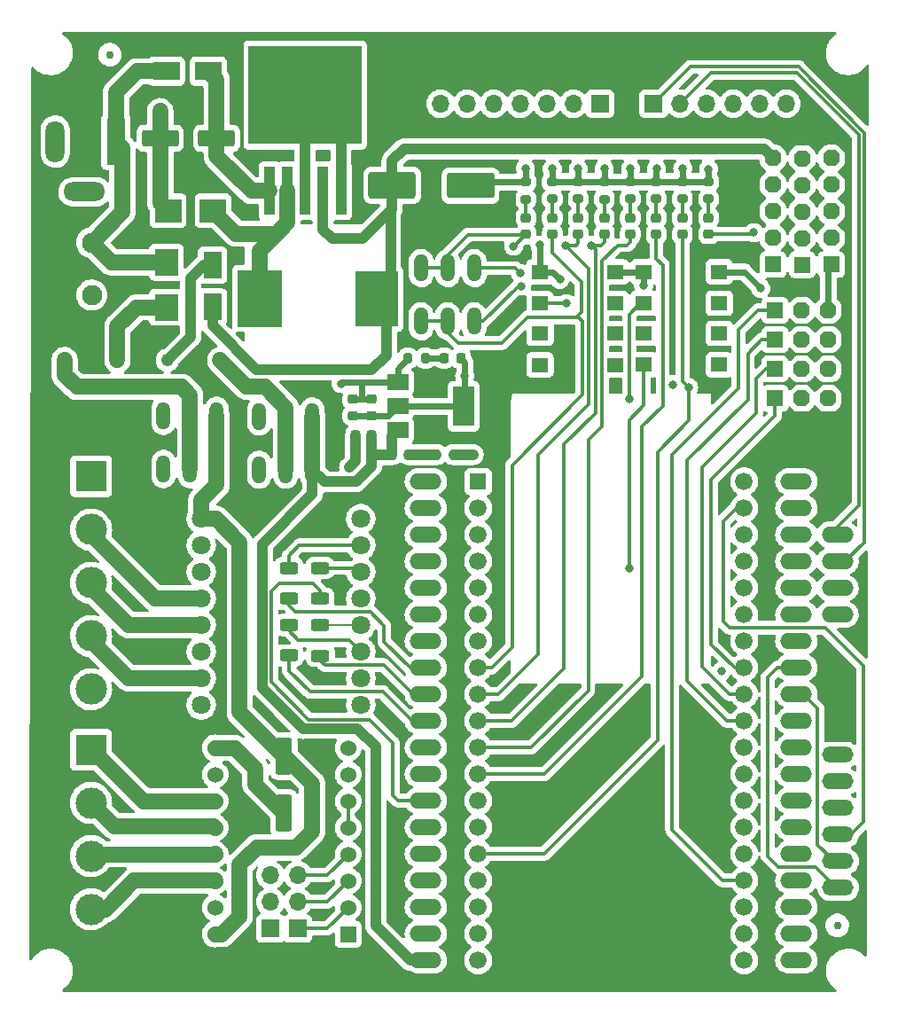
<source format=gbr>
%TF.GenerationSoftware,KiCad,Pcbnew,6.0.9-8da3e8f707~117~ubuntu22.04.1*%
%TF.CreationDate,2022-12-15T13:10:53+05:30*%
%TF.ProjectId,sra_dev_board_2023,7372615f-6465-4765-9f62-6f6172645f32,rev?*%
%TF.SameCoordinates,Original*%
%TF.FileFunction,Copper,L1,Top*%
%TF.FilePolarity,Positive*%
%FSLAX46Y46*%
G04 Gerber Fmt 4.6, Leading zero omitted, Abs format (unit mm)*
G04 Created by KiCad (PCBNEW 6.0.9-8da3e8f707~117~ubuntu22.04.1) date 2022-12-15 13:10:53*
%MOMM*%
%LPD*%
G01*
G04 APERTURE LIST*
G04 Aperture macros list*
%AMRoundRect*
0 Rectangle with rounded corners*
0 $1 Rounding radius*
0 $2 $3 $4 $5 $6 $7 $8 $9 X,Y pos of 4 corners*
0 Add a 4 corners polygon primitive as box body*
4,1,4,$2,$3,$4,$5,$6,$7,$8,$9,$2,$3,0*
0 Add four circle primitives for the rounded corners*
1,1,$1+$1,$2,$3*
1,1,$1+$1,$4,$5*
1,1,$1+$1,$6,$7*
1,1,$1+$1,$8,$9*
0 Add four rect primitives between the rounded corners*
20,1,$1+$1,$2,$3,$4,$5,0*
20,1,$1+$1,$4,$5,$6,$7,0*
20,1,$1+$1,$6,$7,$8,$9,0*
20,1,$1+$1,$8,$9,$2,$3,0*%
%AMOutline5P*
0 Free polygon, 5 corners , with rotation*
0 The origin of the aperture is its center*
0 number of corners: always 5*
0 $1 to $10 corner X, Y*
0 $11 Rotation angle, in degrees counterclockwise*
0 create outline with 5 corners*
4,1,5,$1,$2,$3,$4,$5,$6,$7,$8,$9,$10,$1,$2,$11*%
%AMOutline6P*
0 Free polygon, 6 corners , with rotation*
0 The origin of the aperture is its center*
0 number of corners: always 6*
0 $1 to $12 corner X, Y*
0 $13 Rotation angle, in degrees counterclockwise*
0 create outline with 6 corners*
4,1,6,$1,$2,$3,$4,$5,$6,$7,$8,$9,$10,$11,$12,$1,$2,$13*%
%AMOutline7P*
0 Free polygon, 7 corners , with rotation*
0 The origin of the aperture is its center*
0 number of corners: always 7*
0 $1 to $14 corner X, Y*
0 $15 Rotation angle, in degrees counterclockwise*
0 create outline with 7 corners*
4,1,7,$1,$2,$3,$4,$5,$6,$7,$8,$9,$10,$11,$12,$13,$14,$1,$2,$15*%
%AMOutline8P*
0 Free polygon, 8 corners , with rotation*
0 The origin of the aperture is its center*
0 number of corners: always 8*
0 $1 to $16 corner X, Y*
0 $17 Rotation angle, in degrees counterclockwise*
0 create outline with 8 corners*
4,1,8,$1,$2,$3,$4,$5,$6,$7,$8,$9,$10,$11,$12,$13,$14,$15,$16,$1,$2,$17*%
G04 Aperture macros list end*
%TA.AperFunction,ComponentPad*%
%ADD10R,1.530000X1.530000*%
%TD*%
%TA.AperFunction,ComponentPad*%
%ADD11C,1.530000*%
%TD*%
%TA.AperFunction,SMDPad,CuDef*%
%ADD12RoundRect,0.200000X0.275000X-0.200000X0.275000X0.200000X-0.275000X0.200000X-0.275000X-0.200000X0*%
%TD*%
%TA.AperFunction,ComponentPad*%
%ADD13R,1.524000X1.524000*%
%TD*%
%TA.AperFunction,ComponentPad*%
%ADD14Outline8P,-0.762000X0.381000X-0.381000X0.762000X0.381000X0.762000X0.762000X0.381000X0.762000X-0.381000X0.381000X-0.762000X-0.381000X-0.762000X-0.762000X-0.381000X90.000000*%
%TD*%
%TA.AperFunction,ComponentPad*%
%ADD15C,1.950000*%
%TD*%
%TA.AperFunction,ComponentPad*%
%ADD16O,3.048000X1.524000*%
%TD*%
%TA.AperFunction,ComponentPad*%
%ADD17R,3.000000X3.000000*%
%TD*%
%TA.AperFunction,ComponentPad*%
%ADD18C,3.000000*%
%TD*%
%TA.AperFunction,ComponentPad*%
%ADD19O,3.000000X1.500000*%
%TD*%
%TA.AperFunction,ComponentPad*%
%ADD20O,3.000000X1.540000*%
%TD*%
%TA.AperFunction,ComponentPad*%
%ADD21Outline8P,-0.762000X0.381000X-0.381000X0.762000X0.381000X0.762000X0.762000X0.381000X0.762000X-0.381000X0.381000X-0.762000X-0.381000X-0.762000X-0.762000X-0.381000X180.000000*%
%TD*%
%TA.AperFunction,SMDPad,CuDef*%
%ADD22RoundRect,0.225000X0.250000X-0.225000X0.250000X0.225000X-0.250000X0.225000X-0.250000X-0.225000X0*%
%TD*%
%TA.AperFunction,SMDPad,CuDef*%
%ADD23RoundRect,0.250000X-0.550000X1.500000X-0.550000X-1.500000X0.550000X-1.500000X0.550000X1.500000X0*%
%TD*%
%TA.AperFunction,SMDPad,CuDef*%
%ADD24R,1.800000X2.500000*%
%TD*%
%TA.AperFunction,SMDPad,CuDef*%
%ADD25RoundRect,0.218750X-0.256250X0.218750X-0.256250X-0.218750X0.256250X-0.218750X0.256250X0.218750X0*%
%TD*%
%TA.AperFunction,ComponentPad*%
%ADD26R,1.700000X1.700000*%
%TD*%
%TA.AperFunction,ComponentPad*%
%ADD27O,1.700000X1.700000*%
%TD*%
%TA.AperFunction,ComponentPad*%
%ADD28C,1.800000*%
%TD*%
%TA.AperFunction,SMDPad,CuDef*%
%ADD29R,2.300000X2.500000*%
%TD*%
%TA.AperFunction,SMDPad,CuDef*%
%ADD30RoundRect,0.255000X-1.995000X-1.020000X1.995000X-1.020000X1.995000X1.020000X-1.995000X1.020000X0*%
%TD*%
%TA.AperFunction,SMDPad,CuDef*%
%ADD31RoundRect,0.245000X-2.005000X-0.980000X2.005000X-0.980000X2.005000X0.980000X-2.005000X0.980000X0*%
%TD*%
%TA.AperFunction,SMDPad,CuDef*%
%ADD32R,2.500000X2.300000*%
%TD*%
%TA.AperFunction,SMDPad,CuDef*%
%ADD33R,1.600000X1.400000*%
%TD*%
%TA.AperFunction,ComponentPad*%
%ADD34C,1.219000*%
%TD*%
%TA.AperFunction,ComponentPad*%
%ADD35O,1.320800X2.641600*%
%TD*%
%TA.AperFunction,SMDPad,CuDef*%
%ADD36RoundRect,0.218750X-0.218750X-0.256250X0.218750X-0.256250X0.218750X0.256250X-0.218750X0.256250X0*%
%TD*%
%TA.AperFunction,SMDPad,CuDef*%
%ADD37RoundRect,0.200000X0.200000X0.275000X-0.200000X0.275000X-0.200000X-0.275000X0.200000X-0.275000X0*%
%TD*%
%TA.AperFunction,SMDPad,CuDef*%
%ADD38RoundRect,0.250000X0.625000X-0.312500X0.625000X0.312500X-0.625000X0.312500X-0.625000X-0.312500X0*%
%TD*%
%TA.AperFunction,ComponentPad*%
%ADD39R,1.800000X4.400000*%
%TD*%
%TA.AperFunction,ComponentPad*%
%ADD40O,1.800000X4.000000*%
%TD*%
%TA.AperFunction,ComponentPad*%
%ADD41O,4.000000X1.800000*%
%TD*%
%TA.AperFunction,SMDPad,CuDef*%
%ADD42RoundRect,0.200000X-0.200000X-0.275000X0.200000X-0.275000X0.200000X0.275000X-0.200000X0.275000X0*%
%TD*%
%TA.AperFunction,SMDPad,CuDef*%
%ADD43RoundRect,0.250000X1.500000X0.550000X-1.500000X0.550000X-1.500000X-0.550000X1.500000X-0.550000X0*%
%TD*%
%TA.AperFunction,ComponentPad*%
%ADD44R,1.560000X1.560000*%
%TD*%
%TA.AperFunction,ComponentPad*%
%ADD45C,1.676400*%
%TD*%
%TA.AperFunction,SMDPad,CuDef*%
%ADD46R,2.500000X1.800000*%
%TD*%
%TA.AperFunction,SMDPad,CuDef*%
%ADD47R,4.194800X5.405100*%
%TD*%
%TA.AperFunction,SMDPad,CuDef*%
%ADD48R,4.094800X5.305100*%
%TD*%
%TA.AperFunction,SMDPad,CuDef*%
%ADD49RoundRect,0.225000X0.225000X0.250000X-0.225000X0.250000X-0.225000X-0.250000X0.225000X-0.250000X0*%
%TD*%
%TA.AperFunction,SMDPad,CuDef*%
%ADD50C,0.750000*%
%TD*%
%TA.AperFunction,SMDPad,CuDef*%
%ADD51R,2.000000X1.500000*%
%TD*%
%TA.AperFunction,SMDPad,CuDef*%
%ADD52R,2.000000X3.800000*%
%TD*%
%TA.AperFunction,SMDPad,CuDef*%
%ADD53R,1.100000X4.600000*%
%TD*%
%TA.AperFunction,SMDPad,CuDef*%
%ADD54R,10.800000X9.400000*%
%TD*%
%TA.AperFunction,SMDPad,CuDef*%
%ADD55RoundRect,0.218750X0.218750X0.256250X-0.218750X0.256250X-0.218750X-0.256250X0.218750X-0.256250X0*%
%TD*%
%TA.AperFunction,ViaPad*%
%ADD56C,0.800000*%
%TD*%
%TA.AperFunction,Conductor*%
%ADD57C,0.300000*%
%TD*%
%TA.AperFunction,Conductor*%
%ADD58C,1.500000*%
%TD*%
%TA.AperFunction,Conductor*%
%ADD59C,1.000000*%
%TD*%
%TA.AperFunction,Conductor*%
%ADD60C,0.600000*%
%TD*%
%TA.AperFunction,Conductor*%
%ADD61C,0.200000*%
%TD*%
G04 APERTURE END LIST*
D10*
%TO.P,U4,1,~{ENABLE}*%
%TO.N,/13*%
X100750000Y-116090000D03*
D11*
%TO.P,U4,2,MS1*%
%TO.N,/M0*%
X100750000Y-113550000D03*
%TO.P,U4,3,MS2*%
%TO.N,/M1*%
X100750000Y-111010000D03*
%TO.P,U4,4,MS3*%
%TO.N,/M2*%
X100750000Y-108470000D03*
%TO.P,U4,5,~{RESET}*%
%TO.N,Net-(U4-Pad5)*%
X100750000Y-105930000D03*
%TO.P,U4,6,~{SLEEP}*%
X100750000Y-103390000D03*
%TO.P,U4,7,STEP*%
%TO.N,/14*%
X100750000Y-100850000D03*
%TO.P,U4,8,DIR*%
%TO.N,/27*%
X100750000Y-98310000D03*
%TO.P,U4,9,GND*%
%TO.N,GND*%
X88050000Y-98310000D03*
%TO.P,U4,10,VDD*%
%TO.N,/3V3*%
X88050000Y-100850000D03*
%TO.P,U4,11,1B*%
%TO.N,/A_2*%
X88050000Y-103390000D03*
%TO.P,U4,12,1A*%
%TO.N,/A_1*%
X88050000Y-105930000D03*
%TO.P,U4,13,2A*%
%TO.N,/B_1*%
X88050000Y-108470000D03*
%TO.P,U4,14,2B*%
%TO.N,/B_2*%
X88050000Y-111010000D03*
%TO.P,U4,15,GND*%
%TO.N,GND*%
X88050000Y-113550000D03*
%TO.P,U4,16,VMOT*%
%TO.N,/12V_P*%
X88050000Y-116090000D03*
%TD*%
D12*
%TO.P,R7,1*%
%TO.N,Net-(D7-Pad1)*%
X132680000Y-45896250D03*
%TO.P,R7,2*%
%TO.N,GND*%
X132680000Y-44246250D03*
%TD*%
D13*
%TO.P,J10,1,Pin_1*%
%TO.N,/15*%
X141520000Y-56510000D03*
D14*
%TO.P,J10,2,Pin_2*%
%TO.N,/5V*%
X144060000Y-56510000D03*
%TO.P,J10,3,Pin_3*%
%TO.N,GND*%
X146600000Y-56510000D03*
%TD*%
D15*
%TO.P,T3,1,Pin_1*%
%TO.N,GND*%
X76270000Y-55053723D03*
%TO.P,T3,2,Pin_2*%
%TO.N,/12V_U*%
X76270000Y-50053723D03*
%TD*%
D16*
%TO.P,J5,1,Pin_1*%
%TO.N,/CLK*%
X143569418Y-118588838D03*
%TO.P,J5,2,Pin_2*%
%TO.N,/SD0*%
X143569418Y-116048838D03*
%TO.P,J5,3,Pin_3*%
%TO.N,/SD1*%
X143569418Y-113508838D03*
%TO.P,J5,4,Pin_4*%
%TO.N,/15*%
X143569418Y-110968838D03*
%TO.P,J5,5,Pin_5*%
%TO.N,/2*%
X143569418Y-108428838D03*
%TO.P,J5,6,Pin_6*%
%TO.N,/0*%
X143569418Y-105888838D03*
%TO.P,J5,7,Pin_7*%
%TO.N,/4*%
X143569418Y-103348838D03*
%TO.P,J5,8,Pin_8*%
%TO.N,/16*%
X143569418Y-100808838D03*
%TO.P,J5,9,Pin_9*%
%TO.N,/17*%
X143569418Y-98268838D03*
%TO.P,J5,10,Pin_10*%
%TO.N,/5*%
X143569418Y-95728838D03*
%TO.P,J5,11,Pin_11*%
%TO.N,/18*%
X143569418Y-93188838D03*
%TO.P,J5,12,Pin_12*%
%TO.N,/19*%
X143569418Y-90648838D03*
%TO.P,J5,13,Pin_13*%
%TO.N,GND*%
X143569418Y-88108838D03*
%TO.P,J5,14,Pin_14*%
%TO.N,D+*%
X143569418Y-85568838D03*
%TO.P,J5,15,Pin_15*%
%TO.N,/RX*%
X143569418Y-83028838D03*
%TO.P,J5,16,Pin_16*%
%TO.N,/TX*%
X143569418Y-80488838D03*
%TO.P,J5,17,Pin_17*%
%TO.N,D-*%
X143569418Y-77948838D03*
%TO.P,J5,18,Pin_18*%
%TO.N,/23*%
X143569418Y-75408838D03*
%TO.P,J5,19,Pin_19*%
%TO.N,GND*%
X143569418Y-72868838D03*
%TD*%
D17*
%TO.P,J16,1,Pin_1*%
%TO.N,GND*%
X76200000Y-72390000D03*
D18*
%TO.P,J16,2,Pin_2*%
%TO.N,/OUT1A*%
X76200000Y-77470000D03*
%TO.P,J16,3,Pin_3*%
%TO.N,/OUT2A*%
X76200000Y-82550000D03*
%TO.P,J16,4,Pin_4*%
%TO.N,/OUT3A*%
X76200000Y-87630000D03*
%TO.P,J16,5,Pin_5*%
%TO.N,/OUT4A*%
X76200000Y-92710000D03*
%TD*%
D19*
%TO.P,J17,1,Pin_1*%
%TO.N,/19*%
X147550000Y-111677727D03*
%TO.P,J17,2,Pin_2*%
%TO.N,/18*%
X147550000Y-109137727D03*
%TO.P,J17,3,Pin_3*%
%TO.N,/23*%
X147550000Y-106597727D03*
%TO.P,J17,4,Pin_4*%
%TO.N,/5*%
X147550000Y-104057727D03*
D20*
%TO.P,J17,5,Pin_5*%
%TO.N,/3V3*%
X147550000Y-101517727D03*
D19*
%TO.P,J17,6,Pin_6*%
%TO.N,GND*%
X147550000Y-98977727D03*
%TD*%
D12*
%TO.P,R1,1*%
%TO.N,Net-(D1-Pad1)*%
X117720000Y-45912500D03*
%TO.P,R1,2*%
%TO.N,GND*%
X117720000Y-44262500D03*
%TD*%
D13*
%TO.P,J11,1,Pin_1*%
%TO.N,/5V*%
X141332544Y-52158000D03*
D21*
%TO.P,J11,2,Pin_2*%
X141332544Y-49618000D03*
%TO.P,J11,3,Pin_3*%
X141332544Y-47078000D03*
%TO.P,J11,4,Pin_4*%
X141332544Y-44538000D03*
%TO.P,J11,5,Pin_5*%
X141332544Y-41998000D03*
%TD*%
D22*
%TO.P,C5,1*%
%TO.N,/3V3*%
X102975000Y-66575000D03*
%TO.P,C5,2*%
%TO.N,GND*%
X102975000Y-65025000D03*
%TD*%
D23*
%TO.P,C7,1*%
%TO.N,/12V_P*%
X94600000Y-99100000D03*
%TO.P,C7,2*%
%TO.N,GND*%
X94600000Y-104500000D03*
%TD*%
D24*
%TO.P,D13,1,K*%
%TO.N,Net-(D13-Pad1)*%
X87800000Y-52200000D03*
%TO.P,D13,2,A*%
%TO.N,/5V*%
X87800000Y-56200000D03*
%TD*%
D17*
%TO.P,T2,1,Pin_1*%
%TO.N,/A_2*%
X76200000Y-98480000D03*
D18*
%TO.P,T2,2,Pin_2*%
%TO.N,/A_1*%
X76200000Y-103560000D03*
%TO.P,T2,3,Pin_3*%
%TO.N,/B_1*%
X76200000Y-108640000D03*
%TO.P,T2,4,Pin_4*%
%TO.N,/B_2*%
X76200000Y-113720000D03*
%TD*%
D25*
%TO.P,D2,1,K*%
%TO.N,Net-(D2-Pad1)*%
X120250000Y-47683750D03*
%TO.P,D2,2,A*%
%TO.N,/33*%
X120250000Y-49258750D03*
%TD*%
D26*
%TO.P,J8,1,Pin_1*%
%TO.N,D+*%
X129920000Y-36790000D03*
D27*
%TO.P,J8,2,Pin_2*%
%TO.N,D-*%
X132460000Y-36790000D03*
%TO.P,J8,3,Pin_3*%
%TO.N,GND*%
X135000000Y-36790000D03*
%TO.P,J8,4,Pin_4*%
%TO.N,/23*%
X137540000Y-36790000D03*
%TO.P,J8,5,Pin_5*%
%TO.N,/3V3*%
X140080000Y-36790000D03*
%TO.P,J8,6,Pin_6*%
%TO.N,unconnected-(J8-Pad6)*%
X142620000Y-36790000D03*
%TD*%
D28*
%TO.P,U3,1,VM*%
%TO.N,/12V_P*%
X86720000Y-76427582D03*
%TO.P,U3,2,VCC*%
%TO.N,/3V3*%
X86720000Y-78967582D03*
%TO.P,U3,3,GND*%
%TO.N,GND*%
X86720000Y-81507582D03*
%TO.P,U3,4,A01*%
%TO.N,/OUT1A*%
X86720000Y-84047582D03*
%TO.P,U3,5,A02*%
%TO.N,/OUT2A*%
X86720000Y-86587582D03*
%TO.P,U3,6,B02*%
%TO.N,/OUT4A*%
X86720000Y-89127582D03*
%TO.P,U3,7,B01*%
%TO.N,/OUT3A*%
X86720000Y-91667582D03*
%TO.P,U3,8,GND*%
%TO.N,GND*%
X86720000Y-94207582D03*
%TO.P,U3,9,GND*%
X101960000Y-94207582D03*
%TO.P,U3,10,PWMB*%
%TO.N,/3V3*%
X101960000Y-91667582D03*
%TO.P,U3,11,BI2*%
%TO.N,Net-(R14-Pad2)*%
X101960000Y-89127582D03*
%TO.P,U3,12,BI1*%
%TO.N,Net-(R13-Pad2)*%
X101960000Y-86587582D03*
%TO.P,U3,13,STBY*%
%TO.N,/3V3*%
X101960000Y-84047582D03*
%TO.P,U3,14,AI1*%
%TO.N,Net-(R11-Pad2)*%
X101960000Y-81507582D03*
%TO.P,U3,15,AI2*%
%TO.N,Net-(R12-Pad2)*%
X101960000Y-78967582D03*
%TO.P,U3,16,PWMA*%
%TO.N,/3V3*%
X101960000Y-76427582D03*
%TD*%
D13*
%TO.P,J13,1,Pin_1*%
%TO.N,GND*%
X146900000Y-52160000D03*
D21*
%TO.P,J13,2,Pin_2*%
X146900000Y-49620000D03*
%TO.P,J13,3,Pin_3*%
X146900000Y-47080000D03*
%TO.P,J13,4,Pin_4*%
X146900000Y-44540000D03*
%TO.P,J13,5,Pin_5*%
X146900000Y-42000000D03*
%TD*%
D29*
%TO.P,D9,1,K*%
%TO.N,Net-(D9-Pad1)*%
X83400000Y-56230000D03*
%TO.P,D9,2,A*%
%TO.N,/12V_U*%
X83400000Y-51930000D03*
%TD*%
D25*
%TO.P,D4,1,K*%
%TO.N,Net-(D4-Pad1)*%
X125220000Y-47692500D03*
%TO.P,D4,2,A*%
%TO.N,/26*%
X125220000Y-49267500D03*
%TD*%
D30*
%TO.P,C2,1*%
%TO.N,/5V*%
X104952500Y-44575000D03*
D31*
%TO.P,C2,2*%
%TO.N,GND*%
X112452500Y-44625000D03*
%TD*%
D32*
%TO.P,D14,1,K*%
%TO.N,Net-(D14-Pad1)*%
X87850000Y-47000000D03*
%TO.P,D14,2,A*%
%TO.N,GND*%
X83550000Y-47000000D03*
%TD*%
D12*
%TO.P,R6,1*%
%TO.N,Net-(D6-Pad1)*%
X130180000Y-45896250D03*
%TO.P,R6,2*%
%TO.N,GND*%
X130180000Y-44246250D03*
%TD*%
D33*
%TO.P,SW2,1,1*%
%TO.N,GND*%
X126270000Y-58740000D03*
%TO.P,SW2,2,2*%
X119070000Y-58740000D03*
%TO.P,SW2,3,3*%
%TO.N,unconnected-(SW2-Pad3)*%
X126270000Y-61740000D03*
%TO.P,SW2,4,4*%
%TO.N,/2*%
X119070000Y-61740000D03*
%TD*%
D12*
%TO.P,R4,1*%
%TO.N,Net-(D4-Pad1)*%
X125220000Y-45905000D03*
%TO.P,R4,2*%
%TO.N,GND*%
X125220000Y-44255000D03*
%TD*%
D34*
%TO.P,F2,1*%
%TO.N,Net-(D13-Pad1)*%
X83485000Y-61280000D03*
%TO.P,F2,2*%
%TO.N,Net-(5V_SW1-Pad2)*%
X88535000Y-61280000D03*
%TD*%
D13*
%TO.P,J3,1,Pin_1*%
%TO.N,/19*%
X141520000Y-64934000D03*
D14*
%TO.P,J3,2,Pin_2*%
%TO.N,/5V*%
X144060000Y-64934000D03*
%TO.P,J3,3,Pin_3*%
%TO.N,GND*%
X146600000Y-64934000D03*
%TD*%
D25*
%TO.P,D6,1,K*%
%TO.N,Net-(D6-Pad1)*%
X130180000Y-47683750D03*
%TO.P,D6,2,A*%
%TO.N,/14*%
X130180000Y-49258750D03*
%TD*%
%TO.P,D1,1,K*%
%TO.N,Net-(D1-Pad1)*%
X117740000Y-47700000D03*
%TO.P,D1,2,A*%
%TO.N,/12*%
X117740000Y-49275000D03*
%TD*%
D35*
%TO.P,12V_SW1,1,A*%
%TO.N,unconnected-(12V_SW1-Pad1)*%
X83120000Y-66602369D03*
%TO.P,12V_SW1,2,B*%
%TO.N,Net-(12V_SW1-Pad2)*%
X85660000Y-66602369D03*
%TO.P,12V_SW1,3,C*%
%TO.N,/12V_P*%
X88200000Y-66602369D03*
%TO.P,12V_SW1,4,A*%
%TO.N,unconnected-(12V_SW1-Pad4)*%
X83120000Y-71682369D03*
%TO.P,12V_SW1,5,B*%
%TO.N,Net-(12V_SW1-Pad2)*%
X85660000Y-71682369D03*
%TO.P,12V_SW1,6,C*%
%TO.N,/12V_P*%
X88200000Y-71682369D03*
%TD*%
D12*
%TO.P,R2,1*%
%TO.N,Net-(D2-Pad1)*%
X120250000Y-45896250D03*
%TO.P,R2,2*%
%TO.N,GND*%
X120250000Y-44246250D03*
%TD*%
D26*
%TO.P,J14,1,Pin_1*%
%TO.N,/M0*%
X95940000Y-115555000D03*
D27*
%TO.P,J14,2,Pin_2*%
%TO.N,/M1*%
X95940000Y-113015000D03*
%TO.P,J14,3,Pin_3*%
%TO.N,/M2*%
X95940000Y-110475000D03*
%TD*%
D35*
%TO.P,5V_SW1,1,A*%
%TO.N,unconnected-(5V_SW1-Pad1)*%
X92260000Y-66660000D03*
%TO.P,5V_SW1,2,B*%
%TO.N,Net-(5V_SW1-Pad2)*%
X94800000Y-66660000D03*
%TO.P,5V_SW1,3,C*%
%TO.N,/5V_P*%
X97340000Y-66660000D03*
%TO.P,5V_SW1,4,A*%
%TO.N,unconnected-(5V_SW1-Pad4)*%
X92260000Y-71740000D03*
%TO.P,5V_SW1,5,B*%
%TO.N,Net-(5V_SW1-Pad2)*%
X94800000Y-71740000D03*
%TO.P,5V_SW1,6,C*%
%TO.N,/5V_P*%
X97340000Y-71740000D03*
%TD*%
D25*
%TO.P,D7,1,K*%
%TO.N,Net-(D7-Pad1)*%
X132680000Y-47683750D03*
%TO.P,D7,2,A*%
%TO.N,/13*%
X132680000Y-49258750D03*
%TD*%
D36*
%TO.P,D11,1,K*%
%TO.N,Net-(D11-Pad1)*%
X109925000Y-61090000D03*
%TO.P,D11,2,A*%
%TO.N,/3V3*%
X111500000Y-61090000D03*
%TD*%
D34*
%TO.P,F1,1*%
%TO.N,Net-(D9-Pad1)*%
X78715000Y-61280000D03*
%TO.P,F1,2*%
%TO.N,Net-(12V_SW1-Pad2)*%
X73665000Y-61280000D03*
%TD*%
D12*
%TO.P,R3,1*%
%TO.N,Net-(D3-Pad1)*%
X122730000Y-45896250D03*
%TO.P,R3,2*%
%TO.N,GND*%
X122730000Y-44246250D03*
%TD*%
D13*
%TO.P,J2,1,Pin_1*%
%TO.N,/5*%
X141520000Y-59310000D03*
D14*
%TO.P,J2,2,Pin_2*%
%TO.N,/5V*%
X144060000Y-59310000D03*
%TO.P,J2,3,Pin_3*%
%TO.N,GND*%
X146600000Y-59310000D03*
%TD*%
D12*
%TO.P,R8,1*%
%TO.N,Net-(D8-Pad1)*%
X135190000Y-45896250D03*
%TO.P,R8,2*%
%TO.N,GND*%
X135190000Y-44246250D03*
%TD*%
D16*
%TO.P,J9,1,Pin_1*%
%TO.N,GND*%
X147480000Y-85580000D03*
%TO.P,J9,2,Pin_2*%
%TO.N,/3V3*%
X147480000Y-83040000D03*
%TO.P,J9,3,Pin_3*%
%TO.N,D+*%
X147480000Y-80500000D03*
%TO.P,J9,4,Pin_4*%
%TO.N,D-*%
X147480000Y-77960000D03*
%TD*%
D33*
%TO.P,SW4,1,1*%
%TO.N,GND*%
X136203500Y-52850000D03*
%TO.P,SW4,2,2*%
X129003500Y-52850000D03*
%TO.P,SW4,3,3*%
%TO.N,unconnected-(SW4-Pad3)*%
X136203500Y-55850000D03*
%TO.P,SW4,4,4*%
%TO.N,/16*%
X129003500Y-55850000D03*
%TD*%
D25*
%TO.P,D3,1,K*%
%TO.N,Net-(D3-Pad1)*%
X122730000Y-47683750D03*
%TO.P,D3,2,A*%
%TO.N,/25*%
X122730000Y-49258750D03*
%TD*%
D37*
%TO.P,R10,1*%
%TO.N,Net-(D11-Pad1)*%
X108135000Y-61090000D03*
%TO.P,R10,2*%
%TO.N,GND*%
X106485000Y-61090000D03*
%TD*%
D38*
%TO.P,R14,1*%
%TO.N,/26*%
X95100000Y-89492500D03*
%TO.P,R14,2*%
%TO.N,Net-(R14-Pad2)*%
X95100000Y-86567500D03*
%TD*%
D25*
%TO.P,D8,1,K*%
%TO.N,Net-(D8-Pad1)*%
X135190000Y-47683750D03*
%TO.P,D8,2,A*%
%TO.N,/23*%
X135190000Y-49258750D03*
%TD*%
D33*
%TO.P,SW1,1,1*%
%TO.N,GND*%
X126274490Y-52860000D03*
%TO.P,SW1,2,2*%
X119074490Y-52860000D03*
%TO.P,SW1,3,3*%
%TO.N,unconnected-(SW1-Pad3)*%
X126274490Y-55860000D03*
%TO.P,SW1,4,4*%
%TO.N,/4*%
X119074490Y-55860000D03*
%TD*%
D38*
%TO.P,R12,1*%
%TO.N,/33*%
X95080000Y-84062500D03*
%TO.P,R12,2*%
%TO.N,Net-(R12-Pad2)*%
X95080000Y-81137500D03*
%TD*%
D22*
%TO.P,C4,1*%
%TO.N,/3V3*%
X101200000Y-66575000D03*
%TO.P,C4,2*%
%TO.N,GND*%
X101200000Y-65025000D03*
%TD*%
D39*
%TO.P,J6,1*%
%TO.N,/12V_U*%
X78580000Y-40400000D03*
D40*
%TO.P,J6,2*%
%TO.N,GND*%
X72780000Y-40400000D03*
D41*
%TO.P,J6,3*%
X75580000Y-45200000D03*
%TD*%
D42*
%TO.P,R9,1*%
%TO.N,Net-(D10-Pad1)*%
X109175000Y-70290000D03*
%TO.P,R9,2*%
%TO.N,GND*%
X110825000Y-70290000D03*
%TD*%
D43*
%TO.P,C1,1*%
%TO.N,Net-(C1-Pad1)*%
X88200000Y-40100000D03*
%TO.P,C1,2*%
%TO.N,GND*%
X82800000Y-40100000D03*
%TD*%
D44*
%TO.P,U1,1,3V3*%
%TO.N,/ESP_3V3*%
X113179418Y-72868838D03*
D45*
%TO.P,U1,2,EN*%
%TO.N,/EN*%
X113179418Y-75408838D03*
%TO.P,U1,3,SENSOR_VP*%
%TO.N,/36*%
X113179418Y-77948838D03*
%TO.P,U1,4,SENSOR_VN*%
%TO.N,/39*%
X113179418Y-80488838D03*
%TO.P,U1,5,IO34*%
%TO.N,/34*%
X113179418Y-83028838D03*
%TO.P,U1,6,IO35*%
%TO.N,/35*%
X113179418Y-85568838D03*
%TO.P,U1,7,IO32*%
%TO.N,/32*%
X113179418Y-88108838D03*
%TO.P,U1,8,IO33*%
%TO.N,/33*%
X113179418Y-90648838D03*
%TO.P,U1,9,IO25*%
%TO.N,/25*%
X113179418Y-93188838D03*
%TO.P,U1,10,IO26*%
%TO.N,/26*%
X113179418Y-95728838D03*
%TO.P,U1,11,IO27*%
%TO.N,/27*%
X113179418Y-98268838D03*
%TO.P,U1,12,IO14*%
%TO.N,/14*%
X113179418Y-100808838D03*
%TO.P,U1,13,IO12*%
%TO.N,/12*%
X113179418Y-103348838D03*
%TO.P,U1,14,GND1*%
%TO.N,GND*%
X113179418Y-105888838D03*
%TO.P,U1,15,IO13*%
%TO.N,/13*%
X113179418Y-108428838D03*
%TO.P,U1,16,SD2*%
%TO.N,/SD2*%
X113179418Y-110968838D03*
%TO.P,U1,17,SD3*%
%TO.N,/SD3*%
X113179418Y-113508838D03*
%TO.P,U1,18,CMD*%
%TO.N,/CMD*%
X113179418Y-116048838D03*
%TO.P,U1,19,EXT_5V*%
%TO.N,/5V_P*%
X113179418Y-118588838D03*
%TO.P,U1,20,GND3*%
%TO.N,GND*%
X138579418Y-72868838D03*
%TO.P,U1,21,IO23*%
%TO.N,/23*%
X138579418Y-75408838D03*
%TO.P,U1,22,IO22*%
%TO.N,D-*%
X138579418Y-77948838D03*
%TO.P,U1,23,TXD0*%
%TO.N,/TX*%
X138579418Y-80488838D03*
%TO.P,U1,24,RXD0*%
%TO.N,/RX*%
X138579418Y-83028838D03*
%TO.P,U1,25,IO21*%
%TO.N,D+*%
X138579418Y-85568838D03*
%TO.P,U1,26,GND2*%
%TO.N,GND*%
X138579418Y-88108838D03*
%TO.P,U1,27,IO19*%
%TO.N,/19*%
X138579418Y-90648838D03*
%TO.P,U1,28,IO18*%
%TO.N,/18*%
X138579418Y-93188838D03*
%TO.P,U1,29,IO5*%
%TO.N,/5*%
X138579418Y-95728838D03*
%TO.P,U1,30,IO17*%
%TO.N,/17*%
X138579418Y-98268838D03*
%TO.P,U1,31,IO16*%
%TO.N,/16*%
X138579418Y-100808838D03*
%TO.P,U1,32,IO4*%
%TO.N,/4*%
X138579418Y-103348838D03*
%TO.P,U1,33,IO0*%
%TO.N,/0*%
X138579418Y-105888838D03*
%TO.P,U1,34,IO2*%
%TO.N,/2*%
X138579418Y-108428838D03*
%TO.P,U1,35,IO15*%
%TO.N,/15*%
X138579418Y-110968838D03*
%TO.P,U1,36,SD1*%
%TO.N,/SD1*%
X138579418Y-113508838D03*
%TO.P,U1,37,SD0*%
%TO.N,/SD0*%
X138579418Y-116048838D03*
%TO.P,U1,38,CLK*%
%TO.N,/CLK*%
X138579418Y-118588838D03*
%TD*%
D26*
%TO.P,J7,1,Pin_1*%
%TO.N,/32*%
X124825000Y-36800000D03*
D27*
%TO.P,J7,2,Pin_2*%
%TO.N,/35*%
X122285000Y-36800000D03*
%TO.P,J7,3,Pin_3*%
%TO.N,/34*%
X119745000Y-36800000D03*
%TO.P,J7,4,Pin_4*%
%TO.N,/39*%
X117205000Y-36800000D03*
%TO.P,J7,5,Pin_5*%
%TO.N,/36*%
X114665000Y-36800000D03*
%TO.P,J7,6,Pin_6*%
%TO.N,GND*%
X112125000Y-36800000D03*
%TO.P,J7,7,Pin_7*%
%TO.N,/3V3*%
X109585000Y-36800000D03*
%TD*%
D38*
%TO.P,R11,1*%
%TO.N,/12*%
X98070000Y-84052500D03*
%TO.P,R11,2*%
%TO.N,Net-(R11-Pad2)*%
X98070000Y-81127500D03*
%TD*%
D46*
%TO.P,D12,1,K*%
%TO.N,Net-(C1-Pad1)*%
X87400000Y-33700000D03*
%TO.P,D12,2,A*%
%TO.N,/12V_U*%
X83400000Y-33700000D03*
%TD*%
D33*
%TO.P,SW3,1,1*%
%TO.N,GND*%
X136200000Y-58720000D03*
%TO.P,SW3,2,2*%
X129000000Y-58720000D03*
%TO.P,SW3,3,3*%
%TO.N,unconnected-(SW3-Pad3)*%
X136200000Y-61720000D03*
%TO.P,SW3,4,4*%
%TO.N,/17*%
X129000000Y-61720000D03*
%TD*%
D35*
%TO.P,TB_A1,1,A*%
%TO.N,/12*%
X107720000Y-52487102D03*
%TO.P,TB_A1,2,B*%
X110260000Y-52487102D03*
%TO.P,TB_A1,3,C*%
%TO.N,/25*%
X112800000Y-52487102D03*
%TO.P,TB_A1,4,A*%
%TO.N,/33*%
X107720000Y-57567102D03*
%TO.P,TB_A1,5,B*%
X110260000Y-57567102D03*
%TO.P,TB_A1,6,C*%
%TO.N,/26*%
X112800000Y-57567102D03*
%TD*%
D25*
%TO.P,D5,1,K*%
%TO.N,Net-(D5-Pad1)*%
X127700000Y-47683750D03*
%TO.P,D5,2,A*%
%TO.N,/27*%
X127700000Y-49258750D03*
%TD*%
D47*
%TO.P,L1,1,1*%
%TO.N,Net-(D14-Pad1)*%
X92288135Y-55382550D03*
D48*
%TO.P,L1,2,2*%
%TO.N,/5V*%
X103443335Y-55432550D03*
%TD*%
D49*
%TO.P,C6,1*%
%TO.N,/5V_P*%
X103000000Y-68500000D03*
%TO.P,C6,2*%
%TO.N,GND*%
X101450000Y-68500000D03*
%TD*%
%TO.P,C3,1*%
%TO.N,/5V_P*%
X103000000Y-70200000D03*
%TO.P,C3,2*%
%TO.N,GND*%
X101450000Y-70200000D03*
%TD*%
D50*
%TO.P,REF\u002A\u002A,*%
%TO.N,*%
X147470000Y-115260000D03*
%TD*%
D51*
%TO.P,U2,1,GND*%
%TO.N,GND*%
X105500000Y-63380000D03*
%TO.P,U2,2,VO*%
%TO.N,/3V3*%
X105500000Y-65680000D03*
D52*
X111800000Y-65680000D03*
D51*
%TO.P,U2,3,VI*%
%TO.N,/5V_P*%
X105500000Y-67980000D03*
%TD*%
D38*
%TO.P,R13,1*%
%TO.N,/25*%
X98100000Y-89502500D03*
%TO.P,R13,2*%
%TO.N,Net-(R13-Pad2)*%
X98100000Y-86577500D03*
%TD*%
D53*
%TO.P,U5,1,VIN*%
%TO.N,Net-(C1-Pad1)*%
X93260000Y-45115000D03*
%TO.P,U5,2,OUT*%
%TO.N,Net-(D14-Pad1)*%
X94960000Y-45115000D03*
D54*
%TO.P,U5,3,GND*%
%TO.N,GND*%
X96660000Y-35965000D03*
D53*
X96660000Y-45115000D03*
%TO.P,U5,4,FB*%
%TO.N,/5V*%
X98360000Y-45115000D03*
%TO.P,U5,5,~{ON}/OFF*%
%TO.N,GND*%
X100060000Y-45115000D03*
%TD*%
D13*
%TO.P,J12,1,Pin_1*%
%TO.N,/3V3*%
X144122544Y-52166000D03*
D21*
%TO.P,J12,2,Pin_2*%
X144122544Y-49626000D03*
%TO.P,J12,3,Pin_3*%
X144122544Y-47086000D03*
%TO.P,J12,4,Pin_4*%
X144122544Y-44546000D03*
%TO.P,J12,5,Pin_5*%
X144122544Y-42006000D03*
%TD*%
D12*
%TO.P,R5,1*%
%TO.N,Net-(D5-Pad1)*%
X127700000Y-45896250D03*
%TO.P,R5,2*%
%TO.N,GND*%
X127700000Y-44246250D03*
%TD*%
D50*
%TO.P,REF\u002A\u002A,*%
%TO.N,*%
X78000000Y-32100000D03*
%TD*%
D55*
%TO.P,D10,1,K*%
%TO.N,Net-(D10-Pad1)*%
X106537500Y-70290000D03*
%TO.P,D10,2,A*%
%TO.N,/5V_P*%
X104962500Y-70290000D03*
%TD*%
D26*
%TO.P,J15,1,Pin_1*%
%TO.N,/3V3*%
X93340000Y-115555000D03*
D27*
%TO.P,J15,2,Pin_2*%
X93340000Y-113015000D03*
%TO.P,J15,3,Pin_3*%
X93340000Y-110475000D03*
%TD*%
D16*
%TO.P,J1,1,Pin_1*%
%TO.N,/ESP_3V3*%
X108179418Y-72868838D03*
%TO.P,J1,2,Pin_2*%
%TO.N,/EN*%
X108179418Y-75408838D03*
%TO.P,J1,3,Pin_3*%
%TO.N,/36*%
X108179418Y-77948838D03*
%TO.P,J1,4,Pin_4*%
%TO.N,/39*%
X108179418Y-80488838D03*
%TO.P,J1,5,Pin_5*%
%TO.N,/34*%
X108179418Y-83028838D03*
%TO.P,J1,6,Pin_6*%
%TO.N,/35*%
X108179418Y-85568838D03*
%TO.P,J1,7,Pin_7*%
%TO.N,/32*%
X108179418Y-88108838D03*
%TO.P,J1,8,Pin_8*%
%TO.N,/33*%
X108179418Y-90648838D03*
%TO.P,J1,9,Pin_9*%
%TO.N,/25*%
X108179418Y-93188838D03*
%TO.P,J1,10,Pin_10*%
%TO.N,/26*%
X108179418Y-95728838D03*
%TO.P,J1,11,Pin_11*%
%TO.N,/27*%
X108179418Y-98268838D03*
%TO.P,J1,12,Pin_12*%
%TO.N,/14*%
X108179418Y-100808838D03*
%TO.P,J1,13,Pin_13*%
%TO.N,/12*%
X108179418Y-103348838D03*
%TO.P,J1,14,Pin_14*%
%TO.N,GND*%
X108179418Y-105888838D03*
%TO.P,J1,15,Pin_15*%
%TO.N,/13*%
X108179418Y-108428838D03*
%TO.P,J1,16,Pin_16*%
%TO.N,/SD2*%
X108179418Y-110968838D03*
%TO.P,J1,17,Pin_17*%
%TO.N,/SD3*%
X108179418Y-113508838D03*
%TO.P,J1,18,Pin_18*%
%TO.N,/CMD*%
X108179418Y-116048838D03*
%TO.P,J1,19,Pin_19*%
%TO.N,/5V_P*%
X108179418Y-118588838D03*
%TD*%
D13*
%TO.P,J4,1,Pin_1*%
%TO.N,/18*%
X141510000Y-62120000D03*
D14*
%TO.P,J4,2,Pin_2*%
%TO.N,/5V*%
X144050000Y-62120000D03*
%TO.P,J4,3,Pin_3*%
%TO.N,GND*%
X146590000Y-62120000D03*
%TD*%
D56*
%TO.N,/25*%
X117219500Y-53000000D03*
X121500000Y-50300000D03*
%TO.N,/26*%
X124000000Y-50300000D03*
X117320000Y-54200000D03*
%TO.N,/12*%
X116549500Y-50400000D03*
%TO.N,/13*%
X133275023Y-63875023D03*
%TO.N,/3V3*%
X105500000Y-65680000D03*
X111880000Y-62800000D03*
X111880000Y-65620000D03*
%TO.N,GND*%
X96660000Y-45115000D03*
X112690000Y-70290000D03*
X136203500Y-58716500D03*
X130200000Y-42980000D03*
X94200000Y-35700000D03*
X96740000Y-33160000D03*
X82800000Y-43400000D03*
X112990000Y-44570000D03*
X119070000Y-58710000D03*
X82800000Y-37500000D03*
X131800000Y-63600000D03*
X135180000Y-43020000D03*
X100900000Y-71500000D03*
X94200000Y-33160000D03*
X128970000Y-54170000D03*
X129000000Y-52900000D03*
X126300000Y-52900000D03*
X120970000Y-53570000D03*
X117680000Y-42970000D03*
X99280000Y-38240000D03*
X136400000Y-91000000D03*
X119080000Y-50290000D03*
X122730000Y-43000000D03*
X105500000Y-63380000D03*
X83505000Y-46955000D03*
X100086847Y-63520000D03*
X96740000Y-38240000D03*
X82800000Y-40100000D03*
X110880000Y-44580000D03*
X99280000Y-35700000D03*
X140170000Y-54430000D03*
X127730000Y-42990000D03*
X129020000Y-58710000D03*
X94200000Y-38240000D03*
X132710000Y-42970000D03*
X99280000Y-33160000D03*
X120250000Y-43010000D03*
X96740000Y-35700000D03*
X100060000Y-45115000D03*
X126300000Y-58710000D03*
X136220000Y-52820000D03*
X125210000Y-42980000D03*
%TO.N,/2*%
X119050000Y-61750000D03*
%TO.N,/4*%
X121599070Y-55870000D03*
%TO.N,/16*%
X127620000Y-65000000D03*
%TO.N,/17*%
X127610000Y-81150000D03*
%TO.N,/23*%
X139500000Y-49100000D03*
%TD*%
D57*
%TO.N,Net-(U4-Pad5)*%
X100750000Y-103390000D02*
X100750000Y-105930000D01*
D58*
%TO.N,Net-(5V_SW1-Pad2)*%
X91055000Y-63800000D02*
X92800000Y-63800000D01*
X92800000Y-63800000D02*
X94800000Y-65800000D01*
X94800000Y-65800000D02*
X94800000Y-66660000D01*
X94800000Y-71740000D02*
X94800000Y-66660000D01*
X88535000Y-61280000D02*
X91055000Y-63800000D01*
D59*
%TO.N,/5V_P*%
X98500000Y-72900000D02*
X101500000Y-72900000D01*
X103400000Y-98200000D02*
X101650000Y-96450000D01*
X104962500Y-70290000D02*
X104962500Y-68517500D01*
X106678838Y-118588838D02*
X103400000Y-115310000D01*
X97340000Y-74060000D02*
X97340000Y-71740000D01*
X103000000Y-71400000D02*
X103000000Y-70200000D01*
D58*
X97340000Y-71740000D02*
X97340000Y-66660000D01*
D59*
X92550000Y-92550000D02*
X92550000Y-78850000D01*
X103400000Y-115310000D02*
X103400000Y-98200000D01*
X101650000Y-96450000D02*
X96450000Y-96450000D01*
X101500000Y-72900000D02*
X103000000Y-71400000D01*
X104962500Y-68517500D02*
X105500000Y-67980000D01*
X103090000Y-70290000D02*
X103000000Y-70200000D01*
X97340000Y-71740000D02*
X98500000Y-72900000D01*
X92550000Y-78850000D02*
X97340000Y-74060000D01*
X108179418Y-118588838D02*
X106678838Y-118588838D01*
X104962500Y-70290000D02*
X103090000Y-70290000D01*
X96450000Y-96450000D02*
X92550000Y-92550000D01*
X103000000Y-68500000D02*
X103000000Y-70200000D01*
D58*
%TO.N,Net-(12V_SW1-Pad2)*%
X85660000Y-64660000D02*
X85660000Y-66602369D01*
X84835000Y-63835000D02*
X85660000Y-64660000D01*
X74835000Y-63835000D02*
X84835000Y-63835000D01*
X85660000Y-66602369D02*
X85660000Y-71682369D01*
X73665000Y-61280000D02*
X73665000Y-62665000D01*
X73665000Y-62665000D02*
X74835000Y-63835000D01*
%TO.N,/12V_P*%
X88200000Y-73200000D02*
X86720000Y-74680000D01*
X90400000Y-78707511D02*
X90400000Y-94900000D01*
X92034707Y-107800000D02*
X90400000Y-109434707D01*
X86720000Y-76427582D02*
X88120071Y-76427582D01*
X88120071Y-76427582D02*
X90400000Y-78707511D01*
X88710000Y-116090000D02*
X88050000Y-116090000D01*
X90400000Y-94900000D02*
X94600000Y-99100000D01*
X86720000Y-74680000D02*
X86720000Y-76427582D01*
X94700000Y-99100000D02*
X97300000Y-101700000D01*
X97300000Y-101700000D02*
X97300000Y-106300000D01*
X90400000Y-109434707D02*
X90400000Y-114400000D01*
X94600000Y-99100000D02*
X94700000Y-99100000D01*
X97300000Y-106300000D02*
X95800000Y-107800000D01*
X95800000Y-107800000D02*
X92034707Y-107800000D01*
X88200000Y-66602369D02*
X88200000Y-71682369D01*
X90400000Y-114400000D02*
X88710000Y-116090000D01*
X88200000Y-71682369D02*
X88200000Y-73200000D01*
D57*
%TO.N,Net-(D1-Pad1)*%
X117720000Y-45912500D02*
X117720000Y-47680000D01*
X117720000Y-47680000D02*
X117740000Y-47700000D01*
%TO.N,/32*%
X106898838Y-88108838D02*
X108179418Y-88108838D01*
%TO.N,Net-(D2-Pad1)*%
X120250000Y-45896250D02*
X120250000Y-47683750D01*
%TO.N,/33*%
X123050000Y-53850000D02*
X123050000Y-56690000D01*
X123050000Y-56690000D02*
X122730000Y-57010000D01*
X104200000Y-88150000D02*
X106698838Y-90648838D01*
X95738071Y-85338071D02*
X102868651Y-85338071D01*
X123119501Y-57569501D02*
X123119501Y-64580499D01*
X106698838Y-90648838D02*
X108179418Y-90648838D01*
X117870001Y-57200000D02*
X122710000Y-57200000D01*
X122730000Y-57010000D02*
X122730000Y-57180000D01*
X115410001Y-59660000D02*
X117870001Y-57200000D01*
X122710000Y-57200000D02*
X122730000Y-57180000D01*
X122730000Y-57180000D02*
X123119501Y-57569501D01*
X95080000Y-84680000D02*
X95738071Y-85338071D01*
X104200000Y-86669420D02*
X104200000Y-88150000D01*
X95080000Y-84062500D02*
X95080000Y-84680000D01*
X116400000Y-88700000D02*
X114451162Y-90648838D01*
X123119501Y-64580499D02*
X116400000Y-71300000D01*
X114451162Y-90648838D02*
X113179418Y-90648838D01*
X111310000Y-59660000D02*
X115410001Y-59660000D01*
X110260000Y-57567102D02*
X110260000Y-58610000D01*
X107720000Y-57567102D02*
X110260000Y-57567102D01*
X110260000Y-58610000D02*
X111310000Y-59660000D01*
X102868651Y-85338071D02*
X104200000Y-86669420D01*
X120250000Y-51050000D02*
X123050000Y-53850000D01*
X116400000Y-71300000D02*
X116400000Y-88700000D01*
X120250000Y-49258750D02*
X120250000Y-51050000D01*
%TO.N,Net-(D3-Pad1)*%
X122730000Y-45896250D02*
X122730000Y-47683750D01*
%TO.N,/25*%
X122730000Y-50070000D02*
X122500000Y-50300000D01*
X118890000Y-70310000D02*
X123720000Y-65480000D01*
X123720000Y-52520000D02*
X121500000Y-50300000D01*
X112800000Y-52487102D02*
X116706602Y-52487102D01*
X123720000Y-65480000D02*
X123720000Y-52520000D01*
X106948838Y-93188838D02*
X108179418Y-93188838D01*
X98100000Y-89502500D02*
X98100000Y-89960000D01*
X115111162Y-93188838D02*
X118890000Y-89410000D01*
X113179418Y-93188838D02*
X115111162Y-93188838D01*
X122500000Y-50300000D02*
X121500000Y-50300000D01*
X122730000Y-49258750D02*
X122730000Y-50070000D01*
X98540000Y-90400000D02*
X104160000Y-90400000D01*
X104160000Y-90400000D02*
X106948838Y-93188838D01*
X116706602Y-52487102D02*
X117219500Y-53000000D01*
X118890000Y-89410000D02*
X118890000Y-70310000D01*
X98100000Y-89960000D02*
X98540000Y-90400000D01*
%TO.N,Net-(D4-Pad1)*%
X125220000Y-45905000D02*
X125220000Y-47692500D01*
%TO.N,/26*%
X121340000Y-90760000D02*
X121340000Y-69330000D01*
X117320000Y-54200000D02*
X117000000Y-54200000D01*
X125220000Y-49980000D02*
X124900000Y-50300000D01*
X121340000Y-69330000D02*
X124360000Y-66310000D01*
X113179418Y-95728838D02*
X116371162Y-95728838D01*
X113632898Y-57567102D02*
X112800000Y-57567102D01*
X97098071Y-92958071D02*
X95100000Y-90960000D01*
X124900000Y-50300000D02*
X124000000Y-50300000D01*
X117000000Y-54200000D02*
X113632898Y-57567102D01*
X106838838Y-95728838D02*
X104068071Y-92958071D01*
X116371162Y-95728838D02*
X121340000Y-90760000D01*
X125220000Y-49267500D02*
X125220000Y-49980000D01*
X124360000Y-66310000D02*
X124360000Y-50660000D01*
X95100000Y-90960000D02*
X95100000Y-89492500D01*
X104068071Y-92958071D02*
X97098071Y-92958071D01*
X108179418Y-95728838D02*
X106838838Y-95728838D01*
X124360000Y-50660000D02*
X124000000Y-50300000D01*
%TO.N,Net-(D5-Pad1)*%
X127700000Y-45896250D02*
X127700000Y-47683750D01*
%TO.N,/27*%
X107241162Y-98268838D02*
X108179418Y-98268838D01*
X127700000Y-50000000D02*
X127400000Y-50300000D01*
X118231162Y-98268838D02*
X123690000Y-92810000D01*
X123690000Y-68910000D02*
X125000000Y-67600000D01*
X113179418Y-98268838D02*
X118231162Y-98268838D01*
X123690000Y-92810000D02*
X123690000Y-68910000D01*
X127400000Y-50300000D02*
X126500000Y-50300000D01*
X127700000Y-49258750D02*
X127700000Y-50000000D01*
X125000000Y-51800000D02*
X126500000Y-50300000D01*
X125000000Y-67600000D02*
X125000000Y-51800000D01*
%TO.N,Net-(D6-Pad1)*%
X130180000Y-45896250D02*
X130180000Y-47683750D01*
%TO.N,/14*%
X128800000Y-91500000D02*
X128800000Y-67650000D01*
X107071162Y-100808838D02*
X108179418Y-100808838D01*
X130180000Y-51580000D02*
X130180000Y-49258750D01*
X130800000Y-65650000D02*
X130800000Y-52200000D01*
X113179418Y-100808838D02*
X119491162Y-100808838D01*
X128800000Y-67650000D02*
X130800000Y-65650000D01*
X130800000Y-52200000D02*
X130180000Y-51580000D01*
X119491162Y-100808838D02*
X128800000Y-91500000D01*
%TO.N,Net-(D7-Pad1)*%
X132680000Y-45896250D02*
X132680000Y-47683750D01*
%TO.N,/12*%
X98070000Y-84052500D02*
X98070000Y-83270000D01*
X93400000Y-92000000D02*
X97000000Y-95600000D01*
X110260000Y-52487102D02*
X110260000Y-51240000D01*
X105000000Y-97800000D02*
X105000000Y-102800000D01*
X110260000Y-51240000D02*
X112212500Y-49287500D01*
X97000000Y-95600000D02*
X102800000Y-95600000D01*
X112212500Y-49287500D02*
X117727500Y-49287500D01*
X102800000Y-95600000D02*
X105000000Y-97800000D01*
X94200000Y-82600000D02*
X93400000Y-83400000D01*
X93400000Y-83400000D02*
X93400000Y-92000000D01*
X105000000Y-102800000D02*
X105548838Y-103348838D01*
X107720000Y-52487102D02*
X110260000Y-52487102D01*
X98070000Y-83270000D02*
X97400000Y-82600000D01*
X97400000Y-82600000D02*
X94200000Y-82600000D01*
X105548838Y-103348838D02*
X108179418Y-103348838D01*
X116549500Y-50400000D02*
X116615000Y-50400000D01*
X116615000Y-50400000D02*
X117740000Y-49275000D01*
X117727500Y-49287500D02*
X117740000Y-49275000D01*
%TO.N,Net-(D8-Pad1)*%
X135190000Y-45896250D02*
X135190000Y-47683750D01*
%TO.N,/13*%
X119471162Y-108428838D02*
X130300000Y-97600000D01*
X108035618Y-108285038D02*
X108179418Y-108428838D01*
X132680000Y-49258750D02*
X132680000Y-63280000D01*
X133300000Y-67060000D02*
X133300000Y-63900000D01*
X132680000Y-63280000D02*
X133250499Y-63850499D01*
X113179418Y-108428838D02*
X119471162Y-108428838D01*
X130300000Y-97600000D02*
X130300000Y-70060000D01*
X130300000Y-70060000D02*
X133300000Y-67060000D01*
D58*
%TO.N,Net-(D9-Pad1)*%
X78715000Y-61280000D02*
X78715000Y-58085000D01*
X80570000Y-56230000D02*
X83400000Y-56230000D01*
X78715000Y-58085000D02*
X80570000Y-56230000D01*
%TO.N,/12V_U*%
X76270000Y-50053723D02*
X79200000Y-47123723D01*
X80600000Y-33700000D02*
X83400000Y-33700000D01*
X78580000Y-35720000D02*
X80600000Y-33700000D01*
X79200000Y-41020000D02*
X78580000Y-40400000D01*
X78146277Y-51930000D02*
X76270000Y-50053723D01*
X78580000Y-35720000D02*
X78580000Y-40400000D01*
X83400000Y-51930000D02*
X78146277Y-51930000D01*
X79200000Y-47123723D02*
X79200000Y-41020000D01*
D59*
%TO.N,Net-(D10-Pad1)*%
X106537500Y-70290000D02*
X109175000Y-70290000D01*
D60*
%TO.N,Net-(D11-Pad1)*%
X109925000Y-61090000D02*
X108135000Y-61090000D01*
%TO.N,/3V3*%
X105500000Y-65680000D02*
X111800000Y-65680000D01*
X102961847Y-66611847D02*
X102975000Y-66625000D01*
X111900000Y-61490000D02*
X111500000Y-61090000D01*
X111800000Y-65680000D02*
X111900000Y-65580000D01*
X111900000Y-65580000D02*
X111900000Y-61490000D01*
X105500000Y-65680000D02*
X104580000Y-66600000D01*
X103000000Y-66600000D02*
X102975000Y-66575000D01*
D57*
X147600000Y-101060000D02*
X147060000Y-101060000D01*
D60*
X104580000Y-66600000D02*
X103000000Y-66600000D01*
X102975000Y-66575000D02*
X101200000Y-66575000D01*
D58*
%TO.N,Net-(C1-Pad1)*%
X88200000Y-40100000D02*
X88200000Y-41800000D01*
X91515000Y-45115000D02*
X93260000Y-45115000D01*
X88200000Y-34500000D02*
X87400000Y-33700000D01*
X88200000Y-40100000D02*
X88200000Y-34500000D01*
X88200000Y-41800000D02*
X91515000Y-45115000D01*
D59*
%TO.N,Net-(D13-Pad1)*%
X85700000Y-59065000D02*
X83485000Y-61280000D01*
X87800000Y-52200000D02*
X86970000Y-52200000D01*
X85700000Y-53470000D02*
X85700000Y-59065000D01*
X86970000Y-52200000D02*
X85700000Y-53470000D01*
%TO.N,/5V*%
X98360000Y-48790000D02*
X99220000Y-49650000D01*
X87800000Y-56200000D02*
X87800000Y-58000000D01*
X104400000Y-56936265D02*
X102843735Y-55380000D01*
X104952500Y-46847500D02*
X104952500Y-44575000D01*
X98360000Y-45115000D02*
X98360000Y-48790000D01*
X104952500Y-42247500D02*
X104952500Y-44575000D01*
X87800000Y-58000000D02*
X92000000Y-62200000D01*
X99220000Y-49650000D02*
X102150000Y-49650000D01*
X141332544Y-41998000D02*
X140464544Y-41130000D01*
X92000000Y-62200000D02*
X103000000Y-62200000D01*
X104800000Y-54075885D02*
X104800000Y-47000000D01*
X103443335Y-55432550D02*
X104800000Y-54075885D01*
X106070000Y-41130000D02*
X104952500Y-42247500D01*
X104400000Y-60800000D02*
X104400000Y-56936265D01*
X140464544Y-41130000D02*
X106070000Y-41130000D01*
X102150000Y-49650000D02*
X104952500Y-46847500D01*
X104800000Y-47000000D02*
X104952500Y-46847500D01*
X103000000Y-62200000D02*
X104400000Y-60800000D01*
D58*
%TO.N,Net-(D14-Pad1)*%
X93924022Y-49200000D02*
X90050000Y-49200000D01*
X94960000Y-45115000D02*
X94960000Y-48164022D01*
X90050000Y-49200000D02*
X87850000Y-47000000D01*
X92288135Y-50835887D02*
X92288135Y-55382550D01*
X93924022Y-49200000D02*
X92288135Y-50835887D01*
X94960000Y-48164022D02*
X93924022Y-49200000D01*
D60*
%TO.N,GND*%
X119074490Y-52860000D02*
X119074490Y-50295510D01*
X105500000Y-62075000D02*
X106485000Y-61090000D01*
X132680000Y-44246250D02*
X135190000Y-44246250D01*
X101866847Y-63400000D02*
X100206847Y-63400000D01*
X146600000Y-52460000D02*
X146900000Y-52160000D01*
X105500000Y-63380000D02*
X105500000Y-62075000D01*
X125220000Y-44255000D02*
X125220000Y-42990000D01*
X119074490Y-52860000D02*
X120260000Y-52860000D01*
X122730000Y-44246250D02*
X125211250Y-44246250D01*
X117720000Y-44262500D02*
X117720000Y-43010000D01*
X100206847Y-63400000D02*
X100086847Y-63520000D01*
X127691250Y-44255000D02*
X127700000Y-44246250D01*
X117720000Y-43010000D02*
X117680000Y-42970000D01*
X120250000Y-44246250D02*
X120250000Y-43010000D01*
D58*
X91900000Y-101800000D02*
X94600000Y-104500000D01*
D60*
X102975000Y-65025000D02*
X101200000Y-65025000D01*
X128990000Y-58710000D02*
X129000000Y-58720000D01*
D59*
X101450000Y-70200000D02*
X101450000Y-68500000D01*
D60*
X103031847Y-64968153D02*
X102975000Y-65025000D01*
X135190000Y-44246250D02*
X135190000Y-43030000D01*
X146600000Y-56510000D02*
X146600000Y-52460000D01*
X127700000Y-43020000D02*
X127730000Y-42990000D01*
X127700000Y-44246250D02*
X130180000Y-44246250D01*
X120250000Y-44246250D02*
X122730000Y-44246250D01*
X122730000Y-44246250D02*
X122730000Y-43000000D01*
X132680000Y-44246250D02*
X132680000Y-43000000D01*
D59*
X112690000Y-70290000D02*
X110825000Y-70290000D01*
D58*
X82800000Y-43400000D02*
X82800000Y-46250000D01*
D60*
X120233750Y-44262500D02*
X120250000Y-44246250D01*
X135190000Y-43030000D02*
X135180000Y-43020000D01*
D58*
X83505000Y-46955000D02*
X83550000Y-47000000D01*
D60*
X132680000Y-43000000D02*
X132710000Y-42970000D01*
X112815000Y-44262500D02*
X112452500Y-44625000D01*
D59*
X101450000Y-70200000D02*
X101450000Y-70950000D01*
X101450000Y-70950000D02*
X100900000Y-71500000D01*
D60*
X136203500Y-58716500D02*
X136200000Y-58720000D01*
X100116847Y-63550000D02*
X100086847Y-63520000D01*
D59*
X100060000Y-39365000D02*
X96660000Y-35965000D01*
D60*
X102056847Y-63590000D02*
X102056847Y-64968153D01*
D58*
X82800000Y-40100000D02*
X82800000Y-37500000D01*
D60*
X125220000Y-44255000D02*
X127691250Y-44255000D01*
X129003500Y-52850000D02*
X129003500Y-54136500D01*
X130180000Y-44246250D02*
X132680000Y-44246250D01*
X119070000Y-52864490D02*
X119074490Y-52860000D01*
X137610000Y-52850000D02*
X138590000Y-52850000D01*
X102056847Y-63590000D02*
X101986847Y-63520000D01*
D58*
X91900000Y-101800000D02*
X91900000Y-100300000D01*
D60*
X112290000Y-44262500D02*
X111952500Y-44600000D01*
D58*
X82800000Y-40100000D02*
X82800000Y-43400000D01*
D60*
X127700000Y-44246250D02*
X127700000Y-43020000D01*
X136203500Y-52850000D02*
X137610000Y-52850000D01*
D59*
X96660000Y-45115000D02*
X96660000Y-35965000D01*
D60*
X105500000Y-63380000D02*
X102126847Y-63380000D01*
X105495000Y-63036847D02*
X105540000Y-62991847D01*
X117720000Y-44262500D02*
X112815000Y-44262500D01*
X138590000Y-52850000D02*
X140170000Y-54430000D01*
X120260000Y-52860000D02*
X120970000Y-53570000D01*
X101413153Y-70188153D02*
X101425000Y-70200000D01*
X125220000Y-42990000D02*
X125210000Y-42980000D01*
X126274490Y-52860000D02*
X128993500Y-52860000D01*
X130180000Y-44246250D02*
X130180000Y-43000000D01*
X129003500Y-54136500D02*
X128970000Y-54170000D01*
D58*
X91900000Y-100300000D02*
X89910000Y-98310000D01*
D60*
X128993500Y-52860000D02*
X129003500Y-52850000D01*
D58*
X89910000Y-98310000D02*
X88050000Y-98310000D01*
D60*
X125211250Y-44246250D02*
X125220000Y-44255000D01*
D58*
X82800000Y-46250000D02*
X83505000Y-46955000D01*
D60*
X102126847Y-63380000D02*
X101986847Y-63520000D01*
X130180000Y-43000000D02*
X130200000Y-42980000D01*
D59*
X100060000Y-45115000D02*
X100060000Y-39365000D01*
D60*
X119074490Y-50295510D02*
X119080000Y-50290000D01*
D57*
%TO.N,/5*%
X138920000Y-65050000D02*
X133100000Y-70870000D01*
X136928838Y-95728838D02*
X138579418Y-95728838D01*
X138920000Y-60630000D02*
X138920000Y-65050000D01*
X140240000Y-59310000D02*
X138920000Y-60630000D01*
X133100000Y-70870000D02*
X133100000Y-91900000D01*
X133100000Y-91900000D02*
X136928838Y-95728838D01*
X141520000Y-59310000D02*
X140240000Y-59310000D01*
%TO.N,/19*%
X145370000Y-109680000D02*
X147367727Y-111677727D01*
X140800000Y-91600000D02*
X140800000Y-108640000D01*
X135420000Y-88420000D02*
X135420000Y-72680000D01*
X141840000Y-109680000D02*
X145370000Y-109680000D01*
X135420000Y-72680000D02*
X141520000Y-66580000D01*
X138579418Y-90648838D02*
X137648838Y-90648838D01*
X141520000Y-66580000D02*
X141520000Y-64934000D01*
X137648838Y-90648838D02*
X135420000Y-88420000D01*
X143569418Y-90648838D02*
X141751162Y-90648838D01*
X141751162Y-90648838D02*
X140800000Y-91600000D01*
X140800000Y-108640000D02*
X141840000Y-109680000D01*
X147367727Y-111677727D02*
X147550000Y-111677727D01*
%TO.N,/18*%
X139700000Y-66370000D02*
X134600000Y-71470000D01*
X139700000Y-63070000D02*
X139700000Y-66370000D01*
X134600000Y-71470000D02*
X134600000Y-90600000D01*
X147167727Y-109137727D02*
X147550000Y-109137727D01*
X137188838Y-93188838D02*
X138579418Y-93188838D01*
X145570000Y-94540000D02*
X145570000Y-107540000D01*
X144218838Y-93188838D02*
X145570000Y-94540000D01*
X134600000Y-90600000D02*
X137188838Y-93188838D01*
X143569418Y-93188838D02*
X144218838Y-93188838D01*
X141510000Y-62120000D02*
X140650000Y-62120000D01*
X145570000Y-107540000D02*
X147167727Y-109137727D01*
X140650000Y-62120000D02*
X139700000Y-63070000D01*
%TO.N,/15*%
X138579418Y-110968838D02*
X136518838Y-110968838D01*
X131700000Y-70340000D02*
X138030000Y-64010000D01*
X138030000Y-64010000D02*
X138030000Y-58380000D01*
X136518838Y-110968838D02*
X131700000Y-106150000D01*
X138030000Y-58380000D02*
X139900000Y-56510000D01*
X139900000Y-56510000D02*
X141520000Y-56510000D01*
X131700000Y-106150000D02*
X131700000Y-70340000D01*
%TO.N,/4*%
X121589070Y-55860000D02*
X121599070Y-55870000D01*
X119074490Y-55860000D02*
X121589070Y-55860000D01*
%TO.N,/16*%
X129003500Y-55850000D02*
X128903500Y-55850000D01*
X129003500Y-55850000D02*
X128660000Y-55850000D01*
X127600000Y-64980000D02*
X127620000Y-65000000D01*
X128660000Y-55850000D02*
X127600000Y-56910000D01*
X127600000Y-56910000D02*
X127600000Y-64980000D01*
%TO.N,/17*%
X129000000Y-61720000D02*
X129000000Y-65590000D01*
X129000000Y-65590000D02*
X127610000Y-66980000D01*
X127610000Y-66980000D02*
X127610000Y-81150000D01*
%TO.N,D+*%
X148230000Y-80500000D02*
X150065000Y-78665000D01*
X133435000Y-33275000D02*
X129920000Y-36790000D01*
X147480000Y-80500000D02*
X147050000Y-80500000D01*
X150065000Y-39585000D02*
X143755000Y-33275000D01*
X143755000Y-33275000D02*
X133435000Y-33275000D01*
X147480000Y-80500000D02*
X148230000Y-80500000D01*
X150065000Y-78665000D02*
X150065000Y-39585000D01*
%TO.N,D-*%
X149515000Y-75163000D02*
X149515000Y-39741416D01*
X149515000Y-39741416D02*
X143598584Y-33825000D01*
X147480000Y-77198000D02*
X149515000Y-75163000D01*
X147480000Y-77960000D02*
X147480000Y-77198000D01*
X135425000Y-33825000D02*
X132460000Y-36790000D01*
X143598584Y-33825000D02*
X135425000Y-33825000D01*
%TO.N,/23*%
X138579418Y-75408838D02*
X137841162Y-75408838D01*
X149940000Y-105410000D02*
X148752273Y-106597727D01*
X139500000Y-49100000D02*
X139341250Y-49258750D01*
X148752273Y-106597727D02*
X147550000Y-106597727D01*
X146310000Y-86830000D02*
X149940000Y-90460000D01*
X137170000Y-86830000D02*
X146310000Y-86830000D01*
X136590000Y-86250000D02*
X137170000Y-86830000D01*
X137841162Y-75408838D02*
X136590000Y-76660000D01*
X139341250Y-49258750D02*
X135190000Y-49258750D01*
X149940000Y-90460000D02*
X149940000Y-105410000D01*
X135331250Y-49400000D02*
X135190000Y-49258750D01*
X136590000Y-76660000D02*
X136590000Y-86250000D01*
%TO.N,/M0*%
X100750000Y-113550000D02*
X98745000Y-115555000D01*
X98745000Y-115555000D02*
X95940000Y-115555000D01*
%TO.N,/M1*%
X100750000Y-111010000D02*
X98745000Y-113015000D01*
X98745000Y-113015000D02*
X95940000Y-113015000D01*
%TO.N,/M2*%
X100750000Y-108470000D02*
X98745000Y-110475000D01*
X98745000Y-110475000D02*
X95940000Y-110475000D01*
%TO.N,Net-(R11-Pad2)*%
X101579918Y-81127500D02*
X98070000Y-81127500D01*
X101960000Y-81507582D02*
X101579918Y-81127500D01*
%TO.N,Net-(R12-Pad2)*%
X95080000Y-79960000D02*
X96072418Y-78967582D01*
X96072418Y-78967582D02*
X101960000Y-78967582D01*
X95080000Y-81137500D02*
X95080000Y-79960000D01*
D61*
%TO.N,Net-(R13-Pad2)*%
X98110082Y-86587582D02*
X101960000Y-86587582D01*
X98100000Y-86577500D02*
X98110082Y-86587582D01*
D57*
%TO.N,Net-(R14-Pad2)*%
X95100000Y-86567500D02*
X95100000Y-87120000D01*
X95990000Y-88010000D02*
X100842418Y-88010000D01*
X100842418Y-88010000D02*
X101960000Y-89127582D01*
X95100000Y-87120000D02*
X95990000Y-88010000D01*
D58*
%TO.N,/B_2*%
X88050000Y-111010000D02*
X88040000Y-111000000D01*
X88040000Y-111000000D02*
X80300000Y-111000000D01*
X77580000Y-113720000D02*
X76200000Y-113720000D01*
X80300000Y-111000000D02*
X77580000Y-113720000D01*
%TO.N,/OUT1A*%
X82327582Y-84047582D02*
X75800000Y-77520000D01*
X86720000Y-84047582D02*
X82327582Y-84047582D01*
%TO.N,/OUT2A*%
X86720000Y-86587582D02*
X79787582Y-86587582D01*
X79787582Y-86587582D02*
X75800000Y-82600000D01*
%TO.N,/OUT3A*%
X86720000Y-91667582D02*
X79787582Y-91667582D01*
X79787582Y-91667582D02*
X75800000Y-87680000D01*
%TO.N,/B_1*%
X76370000Y-108470000D02*
X76200000Y-108640000D01*
X88043750Y-108463750D02*
X88050000Y-108470000D01*
X88050000Y-108470000D02*
X76370000Y-108470000D01*
%TO.N,/A_2*%
X76280000Y-98480000D02*
X76200000Y-98480000D01*
X81190000Y-103390000D02*
X88050000Y-103390000D01*
X81190000Y-103390000D02*
X76280000Y-98480000D01*
X76210000Y-98463750D02*
X76263750Y-98463750D01*
%TO.N,/A_1*%
X87920000Y-105800000D02*
X78440000Y-105800000D01*
X78440000Y-105800000D02*
X76200000Y-103560000D01*
X88050000Y-105930000D02*
X87920000Y-105800000D01*
%TD*%
%TA.AperFunction,NonConductor*%
G36*
X134149172Y-33953502D02*
G01*
X134195665Y-34007158D01*
X134205769Y-34077432D01*
X134176275Y-34142012D01*
X134170146Y-34148595D01*
X132887336Y-35431405D01*
X132825024Y-35465431D01*
X132776145Y-35466357D01*
X132593373Y-35433800D01*
X132593367Y-35433799D01*
X132588284Y-35432894D01*
X132566183Y-35432624D01*
X132511940Y-35431961D01*
X132444069Y-35411128D01*
X132398235Y-35356908D01*
X132388991Y-35286516D01*
X132419271Y-35222300D01*
X132424385Y-35216875D01*
X133670855Y-33970405D01*
X133733167Y-33936379D01*
X133759950Y-33933500D01*
X134081051Y-33933500D01*
X134149172Y-33953502D01*
G37*
%TD.AperFunction*%
%TA.AperFunction,NonConductor*%
G36*
X98993621Y-41193502D02*
G01*
X99040114Y-41247158D01*
X99051500Y-41299500D01*
X99051500Y-42180500D01*
X99031498Y-42248621D01*
X98977842Y-42295114D01*
X98925500Y-42306500D01*
X97794500Y-42306500D01*
X97726379Y-42286498D01*
X97679886Y-42232842D01*
X97668500Y-42180500D01*
X97668500Y-41299500D01*
X97688502Y-41231379D01*
X97742158Y-41184886D01*
X97794500Y-41173500D01*
X98925500Y-41173500D01*
X98993621Y-41193502D01*
G37*
%TD.AperFunction*%
%TA.AperFunction,NonConductor*%
G36*
X129520304Y-42158502D02*
G01*
X129566797Y-42212158D01*
X129576901Y-42282432D01*
X129545819Y-42348810D01*
X129479304Y-42422683D01*
X129460960Y-42443056D01*
X129415065Y-42522549D01*
X129371247Y-42598444D01*
X129365473Y-42608444D01*
X129306458Y-42790072D01*
X129305768Y-42796633D01*
X129305768Y-42796635D01*
X129293714Y-42911323D01*
X129286496Y-42980000D01*
X129287186Y-42986565D01*
X129304808Y-43154226D01*
X129306458Y-43169928D01*
X129326020Y-43230134D01*
X129339888Y-43272814D01*
X129341916Y-43343781D01*
X129305253Y-43404579D01*
X129241541Y-43435905D01*
X129220055Y-43437750D01*
X128713194Y-43437750D01*
X128645073Y-43417748D01*
X128598580Y-43364092D01*
X128588476Y-43293818D01*
X128593361Y-43272814D01*
X128623542Y-43179928D01*
X128624530Y-43170534D01*
X128642814Y-42996565D01*
X128643504Y-42990000D01*
X128640547Y-42961863D01*
X128624232Y-42806635D01*
X128624232Y-42806633D01*
X128623542Y-42800072D01*
X128564527Y-42618444D01*
X128558754Y-42608444D01*
X128500699Y-42507891D01*
X128469040Y-42453056D01*
X128460036Y-42443056D01*
X128375177Y-42348810D01*
X128344459Y-42284803D01*
X128353224Y-42214349D01*
X128398687Y-42159818D01*
X128468813Y-42138500D01*
X129452183Y-42138500D01*
X129520304Y-42158502D01*
G37*
%TD.AperFunction*%
%TA.AperFunction,NonConductor*%
G36*
X124530304Y-42158502D02*
G01*
X124576797Y-42212158D01*
X124586901Y-42282432D01*
X124555819Y-42348810D01*
X124489304Y-42422683D01*
X124470960Y-42443056D01*
X124425065Y-42522549D01*
X124381247Y-42598444D01*
X124375473Y-42608444D01*
X124316458Y-42790072D01*
X124315768Y-42796633D01*
X124315768Y-42796635D01*
X124303714Y-42911323D01*
X124296496Y-42980000D01*
X124297186Y-42986565D01*
X124314808Y-43154226D01*
X124316458Y-43169928D01*
X124336020Y-43230134D01*
X124349888Y-43272814D01*
X124351916Y-43343781D01*
X124315253Y-43404579D01*
X124251541Y-43435905D01*
X124230055Y-43437750D01*
X123716443Y-43437750D01*
X123648322Y-43417748D01*
X123601829Y-43364092D01*
X123591725Y-43293818D01*
X123596610Y-43272814D01*
X123623542Y-43189928D01*
X123624476Y-43181048D01*
X123642814Y-43006565D01*
X123643504Y-43000000D01*
X123639496Y-42961863D01*
X123624232Y-42816635D01*
X123624232Y-42816633D01*
X123623542Y-42810072D01*
X123564527Y-42628444D01*
X123558754Y-42618444D01*
X123498891Y-42514759D01*
X123469040Y-42463056D01*
X123458850Y-42451739D01*
X123366173Y-42348810D01*
X123335455Y-42284803D01*
X123344220Y-42214349D01*
X123389683Y-42159818D01*
X123459809Y-42138500D01*
X124462183Y-42138500D01*
X124530304Y-42158502D01*
G37*
%TD.AperFunction*%
%TA.AperFunction,NonConductor*%
G36*
X122068312Y-42158502D02*
G01*
X122114805Y-42212158D01*
X122124909Y-42282432D01*
X122093827Y-42348810D01*
X122001150Y-42451739D01*
X121990960Y-42463056D01*
X121961109Y-42514759D01*
X121901247Y-42618444D01*
X121895473Y-42628444D01*
X121836458Y-42810072D01*
X121835768Y-42816633D01*
X121835768Y-42816635D01*
X121820504Y-42961863D01*
X121816496Y-43000000D01*
X121817186Y-43006565D01*
X121835525Y-43181048D01*
X121836458Y-43189928D01*
X121863390Y-43272814D01*
X121865418Y-43343781D01*
X121828756Y-43404579D01*
X121765044Y-43435904D01*
X121743557Y-43437750D01*
X121239693Y-43437750D01*
X121171572Y-43417748D01*
X121125079Y-43364092D01*
X121114975Y-43293818D01*
X121119860Y-43272814D01*
X121141502Y-43206206D01*
X121143542Y-43199928D01*
X121145064Y-43185452D01*
X121162814Y-43016565D01*
X121163504Y-43010000D01*
X121158384Y-42961290D01*
X121144232Y-42826635D01*
X121144232Y-42826633D01*
X121143542Y-42820072D01*
X121084527Y-42638444D01*
X121078754Y-42628444D01*
X121044026Y-42568295D01*
X120989040Y-42473056D01*
X120976311Y-42458919D01*
X120877169Y-42348810D01*
X120846451Y-42284803D01*
X120855216Y-42214349D01*
X120900679Y-42159818D01*
X120970805Y-42138500D01*
X122000191Y-42138500D01*
X122068312Y-42158502D01*
G37*
%TD.AperFunction*%
%TA.AperFunction,NonConductor*%
G36*
X132021300Y-42158502D02*
G01*
X132067793Y-42212158D01*
X132077897Y-42282432D01*
X132046815Y-42348810D01*
X131980300Y-42422683D01*
X131970960Y-42433056D01*
X131927754Y-42507891D01*
X131884397Y-42582988D01*
X131875473Y-42598444D01*
X131816458Y-42780072D01*
X131815768Y-42786633D01*
X131815768Y-42786635D01*
X131798818Y-42947903D01*
X131796496Y-42970000D01*
X131797186Y-42976565D01*
X131815524Y-43151038D01*
X131816458Y-43159928D01*
X131851574Y-43268002D01*
X131853137Y-43272813D01*
X131855165Y-43343781D01*
X131818502Y-43404579D01*
X131754790Y-43435905D01*
X131733304Y-43437750D01*
X131179945Y-43437750D01*
X131111824Y-43417748D01*
X131065331Y-43364092D01*
X131055227Y-43293818D01*
X131060112Y-43272814D01*
X131073980Y-43230134D01*
X131093542Y-43169928D01*
X131095193Y-43154226D01*
X131112814Y-42986565D01*
X131113504Y-42980000D01*
X131106286Y-42911323D01*
X131094232Y-42796635D01*
X131094232Y-42796633D01*
X131093542Y-42790072D01*
X131034527Y-42608444D01*
X131028754Y-42598444D01*
X130984935Y-42522549D01*
X130939040Y-42443056D01*
X130920696Y-42422683D01*
X130854181Y-42348810D01*
X130823463Y-42284803D01*
X130832228Y-42214349D01*
X130877691Y-42159818D01*
X130947817Y-42138500D01*
X131953179Y-42138500D01*
X132021300Y-42158502D01*
G37*
%TD.AperFunction*%
%TA.AperFunction,NonConductor*%
G36*
X134536321Y-42158502D02*
G01*
X134582814Y-42212158D01*
X134592918Y-42282432D01*
X134561838Y-42348808D01*
X134440960Y-42483056D01*
X134395896Y-42561109D01*
X134348900Y-42642509D01*
X134345473Y-42648444D01*
X134286458Y-42830072D01*
X134285768Y-42836633D01*
X134285768Y-42836635D01*
X134272667Y-42961290D01*
X134266496Y-43020000D01*
X134267186Y-43026565D01*
X134285645Y-43202188D01*
X134286458Y-43209928D01*
X134291655Y-43225923D01*
X134306891Y-43272814D01*
X134308919Y-43343781D01*
X134272256Y-43404579D01*
X134208544Y-43435905D01*
X134187058Y-43437750D01*
X133686696Y-43437750D01*
X133618575Y-43417748D01*
X133572082Y-43364092D01*
X133561978Y-43293818D01*
X133566863Y-43272814D01*
X133597018Y-43180007D01*
X133603542Y-43159928D01*
X133604477Y-43151038D01*
X133622814Y-42976565D01*
X133623504Y-42970000D01*
X133621182Y-42947903D01*
X133604232Y-42786635D01*
X133604232Y-42786633D01*
X133603542Y-42780072D01*
X133544527Y-42598444D01*
X133535604Y-42582988D01*
X133492246Y-42507891D01*
X133449040Y-42433056D01*
X133439700Y-42422683D01*
X133373185Y-42348810D01*
X133342467Y-42284803D01*
X133351232Y-42214349D01*
X133396695Y-42159818D01*
X133466821Y-42138500D01*
X134468200Y-42138500D01*
X134536321Y-42158502D01*
G37*
%TD.AperFunction*%
%TA.AperFunction,NonConductor*%
G36*
X127059308Y-42158502D02*
G01*
X127105801Y-42212158D01*
X127115905Y-42282432D01*
X127084823Y-42348810D01*
X126999964Y-42443056D01*
X126990960Y-42453056D01*
X126959301Y-42507891D01*
X126901247Y-42608444D01*
X126895473Y-42618444D01*
X126836458Y-42800072D01*
X126835768Y-42806633D01*
X126835768Y-42806635D01*
X126819453Y-42961863D01*
X126816496Y-42990000D01*
X126817186Y-42996565D01*
X126835471Y-43170534D01*
X126836458Y-43179928D01*
X126838497Y-43186203D01*
X126838499Y-43186211D01*
X126850355Y-43222699D01*
X126869108Y-43280411D01*
X126869482Y-43281563D01*
X126871510Y-43352531D01*
X126834848Y-43413329D01*
X126771136Y-43444654D01*
X126749649Y-43446500D01*
X126187102Y-43446500D01*
X126118981Y-43426498D01*
X126072488Y-43372842D01*
X126062384Y-43302568D01*
X126067269Y-43281564D01*
X126083980Y-43230134D01*
X126103542Y-43169928D01*
X126105193Y-43154226D01*
X126122814Y-42986565D01*
X126123504Y-42980000D01*
X126116286Y-42911323D01*
X126104232Y-42796635D01*
X126104232Y-42796633D01*
X126103542Y-42790072D01*
X126044527Y-42608444D01*
X126038754Y-42598444D01*
X125994935Y-42522549D01*
X125949040Y-42443056D01*
X125930696Y-42422683D01*
X125864181Y-42348810D01*
X125833463Y-42284803D01*
X125842228Y-42214349D01*
X125887691Y-42159818D01*
X125957817Y-42138500D01*
X126991187Y-42138500D01*
X127059308Y-42158502D01*
G37*
%TD.AperFunction*%
%TA.AperFunction,NonConductor*%
G36*
X145605408Y-42411001D02*
G01*
X145636684Y-42479368D01*
X145639348Y-42500385D01*
X145639351Y-42500395D01*
X145640411Y-42508759D01*
X145696269Y-42643281D01*
X145748963Y-42711091D01*
X146188911Y-43151038D01*
X146200382Y-43159928D01*
X146213872Y-43170383D01*
X146255462Y-43227923D01*
X146259341Y-43298813D01*
X146224278Y-43360548D01*
X146213999Y-43369466D01*
X146188909Y-43388963D01*
X145748962Y-43828911D01*
X145695812Y-43897491D01*
X145640189Y-44032109D01*
X145639140Y-44040469D01*
X145639140Y-44040470D01*
X145635879Y-44066468D01*
X145607554Y-44131569D01*
X145548529Y-44171022D01*
X145477544Y-44172301D01*
X145417136Y-44134999D01*
X145385860Y-44066632D01*
X145383196Y-44045615D01*
X145383193Y-44045605D01*
X145382133Y-44037241D01*
X145326275Y-43902719D01*
X145320659Y-43895491D01*
X145290359Y-43856500D01*
X145273581Y-43834909D01*
X144833633Y-43394962D01*
X144808672Y-43375617D01*
X144767082Y-43318077D01*
X144763203Y-43247187D01*
X144798266Y-43185452D01*
X144808545Y-43176534D01*
X144808967Y-43176206D01*
X144833635Y-43157037D01*
X145273582Y-42717089D01*
X145326732Y-42648509D01*
X145382355Y-42513891D01*
X145386665Y-42479531D01*
X145414990Y-42414431D01*
X145474015Y-42374978D01*
X145545000Y-42373699D01*
X145605408Y-42411001D01*
G37*
%TD.AperFunction*%
%TA.AperFunction,NonConductor*%
G36*
X142820765Y-42360298D02*
G01*
X142851416Y-42424338D01*
X142851914Y-42428697D01*
X142852043Y-42428681D01*
X142861831Y-42505891D01*
X142862955Y-42514759D01*
X142918813Y-42649281D01*
X142923980Y-42655930D01*
X142923981Y-42655932D01*
X142946021Y-42684294D01*
X142971507Y-42717091D01*
X143411455Y-43157038D01*
X143426381Y-43168606D01*
X143436416Y-43176383D01*
X143478006Y-43233923D01*
X143481885Y-43304813D01*
X143446822Y-43366548D01*
X143436543Y-43375466D01*
X143411453Y-43394963D01*
X142971506Y-43834911D01*
X142918356Y-43903491D01*
X142862733Y-44038109D01*
X142861684Y-44046469D01*
X142861684Y-44046470D01*
X142853066Y-44115171D01*
X142824741Y-44180272D01*
X142765715Y-44219725D01*
X142694730Y-44221004D01*
X142634323Y-44183702D01*
X142603672Y-44119662D01*
X142603174Y-44115303D01*
X142603045Y-44115319D01*
X142593194Y-44037608D01*
X142593193Y-44037606D01*
X142592133Y-44029241D01*
X142536275Y-43894719D01*
X142516181Y-43868860D01*
X142489799Y-43834911D01*
X142483581Y-43826909D01*
X142043633Y-43386962D01*
X142018672Y-43367617D01*
X141977082Y-43310077D01*
X141973203Y-43239187D01*
X142008266Y-43177452D01*
X142018545Y-43168534D01*
X142029620Y-43159928D01*
X142043635Y-43149037D01*
X142483582Y-42709089D01*
X142536732Y-42640509D01*
X142592355Y-42505891D01*
X142602022Y-42428829D01*
X142630347Y-42363728D01*
X142689373Y-42324275D01*
X142760358Y-42322996D01*
X142820765Y-42360298D01*
G37*
%TD.AperFunction*%
%TA.AperFunction,NonConductor*%
G36*
X145605408Y-44951001D02*
G01*
X145636684Y-45019368D01*
X145639348Y-45040385D01*
X145639351Y-45040395D01*
X145640411Y-45048759D01*
X145696269Y-45183281D01*
X145748963Y-45251091D01*
X146188911Y-45691038D01*
X146211119Y-45708249D01*
X146213872Y-45710383D01*
X146255462Y-45767923D01*
X146259341Y-45838813D01*
X146224278Y-45900548D01*
X146213999Y-45909466D01*
X146188909Y-45928963D01*
X145748962Y-46368911D01*
X145695812Y-46437491D01*
X145640189Y-46572109D01*
X145639140Y-46580469D01*
X145639140Y-46580470D01*
X145635879Y-46606468D01*
X145607554Y-46671569D01*
X145548529Y-46711022D01*
X145477544Y-46712301D01*
X145417136Y-46674999D01*
X145385860Y-46606632D01*
X145383196Y-46585615D01*
X145383193Y-46585605D01*
X145382133Y-46577241D01*
X145326275Y-46442719D01*
X145320659Y-46435491D01*
X145297896Y-46406199D01*
X145273581Y-46374909D01*
X144833633Y-45934962D01*
X144808672Y-45915617D01*
X144767082Y-45858077D01*
X144763203Y-45787187D01*
X144798266Y-45725452D01*
X144808545Y-45716534D01*
X144816266Y-45710534D01*
X144833635Y-45697037D01*
X145273582Y-45257089D01*
X145326732Y-45188509D01*
X145382355Y-45053891D01*
X145386665Y-45019531D01*
X145414990Y-44954431D01*
X145474015Y-44914978D01*
X145545000Y-44913699D01*
X145605408Y-44951001D01*
G37*
%TD.AperFunction*%
%TA.AperFunction,NonConductor*%
G36*
X142820765Y-44900298D02*
G01*
X142851416Y-44964338D01*
X142851914Y-44968697D01*
X142852043Y-44968681D01*
X142861831Y-45045891D01*
X142862955Y-45054759D01*
X142918813Y-45189281D01*
X142971507Y-45257091D01*
X143411455Y-45697038D01*
X143428674Y-45710383D01*
X143436416Y-45716383D01*
X143478006Y-45773923D01*
X143481885Y-45844813D01*
X143446822Y-45906548D01*
X143436543Y-45915466D01*
X143411453Y-45934963D01*
X142971506Y-46374911D01*
X142918356Y-46443491D01*
X142862733Y-46578109D01*
X142861684Y-46586469D01*
X142861684Y-46586470D01*
X142853066Y-46655171D01*
X142824741Y-46720272D01*
X142765715Y-46759725D01*
X142694730Y-46761004D01*
X142634323Y-46723702D01*
X142603672Y-46659662D01*
X142603174Y-46655303D01*
X142603045Y-46655319D01*
X142593194Y-46577608D01*
X142593193Y-46577606D01*
X142592133Y-46569241D01*
X142536275Y-46434719D01*
X142530240Y-46426952D01*
X142495852Y-46382700D01*
X142483581Y-46366909D01*
X142043633Y-45926962D01*
X142018672Y-45907617D01*
X141977082Y-45850077D01*
X141973203Y-45779187D01*
X142008266Y-45717452D01*
X142018545Y-45708534D01*
X142018739Y-45708383D01*
X142043635Y-45689037D01*
X142483582Y-45249089D01*
X142536732Y-45180509D01*
X142592355Y-45045891D01*
X142594698Y-45027218D01*
X142602022Y-44968829D01*
X142630347Y-44903728D01*
X142689373Y-44864275D01*
X142760358Y-44862996D01*
X142820765Y-44900298D01*
G37*
%TD.AperFunction*%
%TA.AperFunction,NonConductor*%
G36*
X97293621Y-47943502D02*
G01*
X97340114Y-47997158D01*
X97351500Y-48049500D01*
X97351500Y-48174000D01*
X97331498Y-48242121D01*
X97277842Y-48288614D01*
X97225500Y-48300000D01*
X96344912Y-48300000D01*
X96276791Y-48279998D01*
X96230298Y-48226342D01*
X96218928Y-48175980D01*
X96218516Y-48149759D01*
X96218500Y-48147779D01*
X96218500Y-48049500D01*
X96238502Y-47981379D01*
X96292158Y-47934886D01*
X96344500Y-47923500D01*
X97225500Y-47923500D01*
X97293621Y-47943502D01*
G37*
%TD.AperFunction*%
%TA.AperFunction,NonConductor*%
G36*
X140004164Y-42158502D02*
G01*
X140050657Y-42212158D01*
X140062043Y-42264500D01*
X140062043Y-42420681D01*
X140062542Y-42424614D01*
X140062542Y-42424621D01*
X140071785Y-42497530D01*
X140072955Y-42506759D01*
X140128813Y-42641281D01*
X140133980Y-42647930D01*
X140133981Y-42647932D01*
X140136778Y-42651531D01*
X140181507Y-42709091D01*
X140621455Y-43149038D01*
X140639941Y-43163365D01*
X140646416Y-43168383D01*
X140688006Y-43225923D01*
X140691885Y-43296813D01*
X140656822Y-43358548D01*
X140646543Y-43367466D01*
X140621453Y-43386963D01*
X140181506Y-43826911D01*
X140128356Y-43895491D01*
X140072733Y-44030109D01*
X140071684Y-44038469D01*
X140071684Y-44038470D01*
X140063713Y-44102015D01*
X140062044Y-44115317D01*
X140062043Y-44960681D01*
X140062542Y-44964614D01*
X140062542Y-44964621D01*
X140071785Y-45037530D01*
X140072955Y-45046759D01*
X140128813Y-45181281D01*
X140133980Y-45187930D01*
X140133981Y-45187932D01*
X140149134Y-45207432D01*
X140181507Y-45249091D01*
X140621455Y-45689038D01*
X140634891Y-45699451D01*
X140646416Y-45708383D01*
X140688006Y-45765923D01*
X140691885Y-45836813D01*
X140656822Y-45898548D01*
X140646543Y-45907466D01*
X140621453Y-45926963D01*
X140181506Y-46366911D01*
X140128356Y-46435491D01*
X140072733Y-46570109D01*
X140071684Y-46578469D01*
X140071684Y-46578470D01*
X140064593Y-46635000D01*
X140062044Y-46655317D01*
X140062043Y-47500681D01*
X140062542Y-47504614D01*
X140062542Y-47504621D01*
X140069503Y-47559532D01*
X140072955Y-47586759D01*
X140128813Y-47721281D01*
X140133980Y-47727930D01*
X140133981Y-47727932D01*
X140156021Y-47756294D01*
X140181507Y-47789091D01*
X140621455Y-48229038D01*
X140634891Y-48239451D01*
X140646416Y-48248383D01*
X140688006Y-48305923D01*
X140691885Y-48376813D01*
X140656822Y-48438548D01*
X140646543Y-48447466D01*
X140621453Y-48466963D01*
X140459952Y-48628464D01*
X140397640Y-48662490D01*
X140326825Y-48657425D01*
X140269989Y-48614878D01*
X140261739Y-48602370D01*
X140242344Y-48568778D01*
X140242342Y-48568775D01*
X140239040Y-48563056D01*
X140199050Y-48518642D01*
X140115675Y-48426045D01*
X140115674Y-48426044D01*
X140111253Y-48421134D01*
X139981947Y-48327187D01*
X139962094Y-48312763D01*
X139962093Y-48312762D01*
X139956752Y-48308882D01*
X139950724Y-48306198D01*
X139950722Y-48306197D01*
X139788319Y-48233891D01*
X139788318Y-48233891D01*
X139782288Y-48231206D01*
X139664438Y-48206156D01*
X139601944Y-48192872D01*
X139601939Y-48192872D01*
X139595487Y-48191500D01*
X139404513Y-48191500D01*
X139398061Y-48192872D01*
X139398056Y-48192872D01*
X139335562Y-48206156D01*
X139217712Y-48231206D01*
X139211682Y-48233891D01*
X139211681Y-48233891D01*
X139049278Y-48306197D01*
X139049276Y-48306198D01*
X139043248Y-48308882D01*
X139037907Y-48312762D01*
X139037906Y-48312763D01*
X139018053Y-48327187D01*
X138888747Y-48421134D01*
X138884326Y-48426044D01*
X138884325Y-48426045D01*
X138765008Y-48558560D01*
X138704562Y-48595800D01*
X138671372Y-48600250D01*
X136087279Y-48600250D01*
X136019158Y-48580248D01*
X135998271Y-48563433D01*
X135997893Y-48563056D01*
X135995204Y-48560372D01*
X135961119Y-48498094D01*
X135966114Y-48427273D01*
X135995040Y-48382172D01*
X136015693Y-48361483D01*
X136020864Y-48356303D01*
X136024751Y-48349998D01*
X136051750Y-48306197D01*
X136109849Y-48211942D01*
X136122434Y-48174000D01*
X136161072Y-48057512D01*
X136161072Y-48057510D01*
X136163238Y-48050981D01*
X136173500Y-47950822D01*
X136173500Y-47416678D01*
X136172081Y-47402996D01*
X136164436Y-47329319D01*
X136162978Y-47315268D01*
X136109308Y-47154401D01*
X136020071Y-47010195D01*
X135900053Y-46890386D01*
X135895843Y-46887791D01*
X135855344Y-46830667D01*
X135848500Y-46789705D01*
X135848500Y-46762648D01*
X135868502Y-46694527D01*
X135896751Y-46663496D01*
X135898882Y-46661825D01*
X135905381Y-46657889D01*
X136026639Y-46536631D01*
X136115472Y-46389949D01*
X136119060Y-46378502D01*
X136145980Y-46292597D01*
X136166753Y-46226312D01*
X136173500Y-46152885D01*
X136173499Y-45639616D01*
X136173234Y-45636724D01*
X136167364Y-45572842D01*
X136166753Y-45566188D01*
X136122836Y-45426050D01*
X136117744Y-45409800D01*
X136117743Y-45409798D01*
X136115472Y-45402551D01*
X136026639Y-45255869D01*
X135931115Y-45160345D01*
X135897089Y-45098033D01*
X135902154Y-45027218D01*
X135931115Y-44982155D01*
X136026639Y-44886631D01*
X136115472Y-44739949D01*
X136136367Y-44673275D01*
X136159660Y-44598946D01*
X136166753Y-44576312D01*
X136173500Y-44502885D01*
X136173499Y-43989616D01*
X136173234Y-43986724D01*
X136167364Y-43922842D01*
X136166753Y-43916188D01*
X136158803Y-43890819D01*
X136117744Y-43759800D01*
X136117743Y-43759798D01*
X136115472Y-43752551D01*
X136040418Y-43628621D01*
X136030577Y-43612371D01*
X136030576Y-43612369D01*
X136026639Y-43605869D01*
X136024601Y-43603831D01*
X135999054Y-43539751D01*
X135998500Y-43527953D01*
X135998500Y-43452639D01*
X136009392Y-43401392D01*
X136011224Y-43397277D01*
X136014527Y-43391556D01*
X136073542Y-43209928D01*
X136074356Y-43202188D01*
X136092814Y-43026565D01*
X136093504Y-43020000D01*
X136087333Y-42961290D01*
X136074232Y-42836635D01*
X136074232Y-42836633D01*
X136073542Y-42830072D01*
X136014527Y-42648444D01*
X136011101Y-42642509D01*
X135964104Y-42561109D01*
X135919040Y-42483056D01*
X135798162Y-42348808D01*
X135767447Y-42284803D01*
X135776211Y-42214349D01*
X135821673Y-42159818D01*
X135891800Y-42138500D01*
X139936043Y-42138500D01*
X140004164Y-42158502D01*
G37*
%TD.AperFunction*%
%TA.AperFunction,NonConductor*%
G36*
X145605408Y-47491001D02*
G01*
X145636684Y-47559368D01*
X145639348Y-47580385D01*
X145639351Y-47580395D01*
X145640411Y-47588759D01*
X145696269Y-47723281D01*
X145701436Y-47729930D01*
X145701437Y-47729932D01*
X145723477Y-47758294D01*
X145748963Y-47791091D01*
X146188911Y-48231038D01*
X146203212Y-48242121D01*
X146213872Y-48250383D01*
X146255462Y-48307923D01*
X146259341Y-48378813D01*
X146224278Y-48440548D01*
X146213999Y-48449466D01*
X146188909Y-48468963D01*
X145748962Y-48908911D01*
X145695812Y-48977491D01*
X145640189Y-49112109D01*
X145639140Y-49120469D01*
X145639140Y-49120470D01*
X145635879Y-49146468D01*
X145607554Y-49211569D01*
X145548529Y-49251022D01*
X145477544Y-49252301D01*
X145417136Y-49214999D01*
X145385860Y-49146632D01*
X145383196Y-49125615D01*
X145383193Y-49125605D01*
X145382133Y-49117241D01*
X145326275Y-48982719D01*
X145320059Y-48974719D01*
X145275995Y-48918016D01*
X145273581Y-48914909D01*
X144833633Y-48474962D01*
X144808672Y-48455617D01*
X144767082Y-48398077D01*
X144763203Y-48327187D01*
X144798266Y-48265452D01*
X144808545Y-48256534D01*
X144816266Y-48250534D01*
X144833635Y-48237037D01*
X145273582Y-47797089D01*
X145326732Y-47728509D01*
X145382355Y-47593891D01*
X145386665Y-47559531D01*
X145414990Y-47494431D01*
X145474015Y-47454978D01*
X145545000Y-47453699D01*
X145605408Y-47491001D01*
G37*
%TD.AperFunction*%
%TA.AperFunction,NonConductor*%
G36*
X142820765Y-47440298D02*
G01*
X142851416Y-47504338D01*
X142851914Y-47508697D01*
X142852043Y-47508681D01*
X142861831Y-47585891D01*
X142862955Y-47594759D01*
X142918813Y-47729281D01*
X142971507Y-47797091D01*
X143411455Y-48237038D01*
X143428674Y-48250383D01*
X143436416Y-48256383D01*
X143478006Y-48313923D01*
X143481885Y-48384813D01*
X143446822Y-48446548D01*
X143436543Y-48455466D01*
X143411453Y-48474963D01*
X142971506Y-48914911D01*
X142918356Y-48983491D01*
X142862733Y-49118109D01*
X142861684Y-49126469D01*
X142861684Y-49126470D01*
X142853066Y-49195171D01*
X142824741Y-49260272D01*
X142765715Y-49299725D01*
X142694730Y-49301004D01*
X142634323Y-49263702D01*
X142603672Y-49199662D01*
X142603174Y-49195303D01*
X142603045Y-49195319D01*
X142593194Y-49117608D01*
X142593193Y-49117606D01*
X142592133Y-49109241D01*
X142536275Y-48974719D01*
X142483581Y-48906909D01*
X142043633Y-48466962D01*
X142018672Y-48447617D01*
X141977082Y-48390077D01*
X141973203Y-48319187D01*
X142008266Y-48257452D01*
X142018545Y-48248534D01*
X142018739Y-48248383D01*
X142043635Y-48229037D01*
X142483582Y-47789089D01*
X142536732Y-47720509D01*
X142592355Y-47585891D01*
X142602022Y-47508829D01*
X142630347Y-47443728D01*
X142689373Y-47404275D01*
X142760358Y-47402996D01*
X142820765Y-47440298D01*
G37*
%TD.AperFunction*%
%TA.AperFunction,NonConductor*%
G36*
X121861428Y-45074752D02*
G01*
X121907921Y-45128408D01*
X121918025Y-45198682D01*
X121893750Y-45255480D01*
X121893361Y-45255869D01*
X121804528Y-45402551D01*
X121802257Y-45409798D01*
X121802256Y-45409800D01*
X121797164Y-45426050D01*
X121753247Y-45566188D01*
X121746500Y-45639615D01*
X121746501Y-46152884D01*
X121746764Y-46155742D01*
X121746764Y-46155751D01*
X121750026Y-46191254D01*
X121753247Y-46226312D01*
X121755246Y-46232690D01*
X121755246Y-46232691D01*
X121800941Y-46378502D01*
X121804528Y-46389949D01*
X121893361Y-46536631D01*
X122014619Y-46657889D01*
X122021118Y-46661825D01*
X122023249Y-46663496D01*
X122064512Y-46721270D01*
X122071500Y-46762648D01*
X122071500Y-46789696D01*
X122051498Y-46857817D01*
X122024266Y-46887886D01*
X122018945Y-46891179D01*
X121899136Y-47011197D01*
X121895296Y-47017427D01*
X121895295Y-47017428D01*
X121880355Y-47041665D01*
X121810151Y-47155558D01*
X121807846Y-47162506D01*
X121807846Y-47162507D01*
X121771039Y-47273477D01*
X121756762Y-47316519D01*
X121746500Y-47416678D01*
X121746500Y-47950822D01*
X121746837Y-47954068D01*
X121746837Y-47954072D01*
X121750342Y-47987853D01*
X121757022Y-48052232D01*
X121810692Y-48213099D01*
X121899929Y-48357305D01*
X121924805Y-48382137D01*
X121958884Y-48444418D01*
X121953882Y-48515238D01*
X121924960Y-48560328D01*
X121899136Y-48586197D01*
X121895296Y-48592427D01*
X121895295Y-48592428D01*
X121889737Y-48601445D01*
X121810151Y-48730558D01*
X121807846Y-48737506D01*
X121807846Y-48737507D01*
X121789870Y-48791704D01*
X121756762Y-48891519D01*
X121746500Y-48991678D01*
X121746500Y-49268129D01*
X121726498Y-49336250D01*
X121672842Y-49382743D01*
X121607329Y-49393439D01*
X121601949Y-49392874D01*
X121595487Y-49391500D01*
X121404513Y-49391500D01*
X121398058Y-49392872D01*
X121398049Y-49392873D01*
X121385694Y-49395499D01*
X121314903Y-49390096D01*
X121258272Y-49347278D01*
X121233779Y-49280639D01*
X121233500Y-49272252D01*
X121233500Y-48991678D01*
X121232838Y-48985292D01*
X121225535Y-48914911D01*
X121222978Y-48890268D01*
X121169308Y-48729401D01*
X121080071Y-48585195D01*
X121055195Y-48560363D01*
X121021116Y-48498082D01*
X121026118Y-48427262D01*
X121055040Y-48382172D01*
X121075693Y-48361483D01*
X121080864Y-48356303D01*
X121084751Y-48349998D01*
X121111750Y-48306197D01*
X121169849Y-48211942D01*
X121182434Y-48174000D01*
X121221072Y-48057512D01*
X121221072Y-48057510D01*
X121223238Y-48050981D01*
X121233500Y-47950822D01*
X121233500Y-47416678D01*
X121232081Y-47402996D01*
X121224436Y-47329319D01*
X121222978Y-47315268D01*
X121169308Y-47154401D01*
X121080071Y-47010195D01*
X120960053Y-46890386D01*
X120955843Y-46887791D01*
X120915344Y-46830667D01*
X120908500Y-46789705D01*
X120908500Y-46762648D01*
X120928502Y-46694527D01*
X120956751Y-46663496D01*
X120958882Y-46661825D01*
X120965381Y-46657889D01*
X121086639Y-46536631D01*
X121175472Y-46389949D01*
X121179060Y-46378502D01*
X121205980Y-46292597D01*
X121226753Y-46226312D01*
X121233500Y-46152885D01*
X121233499Y-45639616D01*
X121233234Y-45636724D01*
X121227364Y-45572842D01*
X121226753Y-45566188D01*
X121182836Y-45426050D01*
X121177744Y-45409800D01*
X121177743Y-45409798D01*
X121175472Y-45402551D01*
X121086639Y-45255869D01*
X121086394Y-45255624D01*
X121061247Y-45192549D01*
X121074782Y-45122855D01*
X121123848Y-45071542D01*
X121186693Y-45054750D01*
X121793307Y-45054750D01*
X121861428Y-45074752D01*
G37*
%TD.AperFunction*%
%TA.AperFunction,NonConductor*%
G36*
X124358289Y-45074752D02*
G01*
X124404782Y-45128408D01*
X124414886Y-45198682D01*
X124389321Y-45258498D01*
X124388736Y-45259244D01*
X124383361Y-45264619D01*
X124294528Y-45411301D01*
X124292257Y-45418548D01*
X124292256Y-45418550D01*
X124289906Y-45426050D01*
X124243247Y-45574938D01*
X124236500Y-45648365D01*
X124236501Y-46161634D01*
X124236764Y-46164492D01*
X124236764Y-46164501D01*
X124239246Y-46191516D01*
X124243247Y-46235062D01*
X124245246Y-46241440D01*
X124245246Y-46241441D01*
X124288199Y-46378502D01*
X124294528Y-46398699D01*
X124383361Y-46545381D01*
X124504619Y-46666639D01*
X124511118Y-46670575D01*
X124513249Y-46672246D01*
X124554512Y-46730020D01*
X124561500Y-46771398D01*
X124561500Y-46798446D01*
X124541498Y-46866567D01*
X124514266Y-46896636D01*
X124508945Y-46899929D01*
X124503774Y-46905109D01*
X124497088Y-46911807D01*
X124389136Y-47019947D01*
X124385296Y-47026177D01*
X124385295Y-47026178D01*
X124372722Y-47046575D01*
X124300151Y-47164308D01*
X124297846Y-47171256D01*
X124297846Y-47171257D01*
X124251831Y-47309988D01*
X124246762Y-47325269D01*
X124236500Y-47425428D01*
X124236500Y-47959572D01*
X124236837Y-47962818D01*
X124236837Y-47962822D01*
X124238133Y-47975308D01*
X124247022Y-48060982D01*
X124300692Y-48221849D01*
X124389929Y-48366055D01*
X124414805Y-48390887D01*
X124448884Y-48453168D01*
X124443882Y-48523988D01*
X124414960Y-48569078D01*
X124389136Y-48594947D01*
X124385296Y-48601177D01*
X124385295Y-48601178D01*
X124376850Y-48614878D01*
X124300151Y-48739308D01*
X124297846Y-48746256D01*
X124297846Y-48746257D01*
X124251831Y-48884988D01*
X124246762Y-48900269D01*
X124236500Y-49000428D01*
X124236500Y-49267078D01*
X124216498Y-49335199D01*
X124162842Y-49381692D01*
X124098650Y-49392172D01*
X124095487Y-49391500D01*
X123904513Y-49391500D01*
X123898058Y-49392872D01*
X123898049Y-49392873D01*
X123865698Y-49399750D01*
X123794907Y-49394349D01*
X123738274Y-49351533D01*
X123713780Y-49284896D01*
X123713500Y-49276504D01*
X123713500Y-48991678D01*
X123712838Y-48985292D01*
X123705535Y-48914911D01*
X123702978Y-48890268D01*
X123649308Y-48729401D01*
X123560071Y-48585195D01*
X123535195Y-48560363D01*
X123501116Y-48498082D01*
X123506118Y-48427262D01*
X123535040Y-48382172D01*
X123555693Y-48361483D01*
X123560864Y-48356303D01*
X123564751Y-48349998D01*
X123591750Y-48306197D01*
X123649849Y-48211942D01*
X123662434Y-48174000D01*
X123701072Y-48057512D01*
X123701072Y-48057510D01*
X123703238Y-48050981D01*
X123713500Y-47950822D01*
X123713500Y-47416678D01*
X123712081Y-47402996D01*
X123704436Y-47329319D01*
X123702978Y-47315268D01*
X123649308Y-47154401D01*
X123560071Y-47010195D01*
X123440053Y-46890386D01*
X123435843Y-46887791D01*
X123395344Y-46830667D01*
X123388500Y-46789705D01*
X123388500Y-46762648D01*
X123408502Y-46694527D01*
X123436751Y-46663496D01*
X123438882Y-46661825D01*
X123445381Y-46657889D01*
X123566639Y-46536631D01*
X123655472Y-46389949D01*
X123659060Y-46378502D01*
X123685980Y-46292597D01*
X123706753Y-46226312D01*
X123713500Y-46152885D01*
X123713499Y-45639616D01*
X123713234Y-45636724D01*
X123707364Y-45572842D01*
X123706753Y-45566188D01*
X123662836Y-45426050D01*
X123657744Y-45409800D01*
X123657743Y-45409798D01*
X123655472Y-45402551D01*
X123566639Y-45255869D01*
X123566394Y-45255624D01*
X123541247Y-45192549D01*
X123554782Y-45122855D01*
X123603848Y-45071542D01*
X123666693Y-45054750D01*
X124290168Y-45054750D01*
X124358289Y-45074752D01*
G37*
%TD.AperFunction*%
%TA.AperFunction,NonConductor*%
G36*
X119597316Y-42158502D02*
G01*
X119643809Y-42212158D01*
X119653913Y-42282432D01*
X119622831Y-42348810D01*
X119523689Y-42458919D01*
X119510960Y-42473056D01*
X119455974Y-42568295D01*
X119421247Y-42628444D01*
X119415473Y-42638444D01*
X119356458Y-42820072D01*
X119355768Y-42826633D01*
X119355768Y-42826635D01*
X119341616Y-42961290D01*
X119336496Y-43010000D01*
X119337186Y-43016565D01*
X119354937Y-43185452D01*
X119356458Y-43199928D01*
X119415473Y-43381556D01*
X119424620Y-43397398D01*
X119441500Y-43460397D01*
X119441500Y-43527953D01*
X119421498Y-43596074D01*
X119417419Y-43601811D01*
X119413361Y-43605869D01*
X119409424Y-43612369D01*
X119409423Y-43612371D01*
X119399582Y-43628621D01*
X119324528Y-43752551D01*
X119322257Y-43759798D01*
X119322256Y-43759800D01*
X119311720Y-43793420D01*
X119273247Y-43916188D01*
X119266500Y-43989615D01*
X119266501Y-44502884D01*
X119266764Y-44505742D01*
X119266764Y-44505751D01*
X119270026Y-44541254D01*
X119273247Y-44576312D01*
X119275246Y-44582690D01*
X119275246Y-44582691D01*
X119303634Y-44673275D01*
X119324528Y-44739949D01*
X119413361Y-44886631D01*
X119508885Y-44982155D01*
X119542911Y-45044467D01*
X119537846Y-45115282D01*
X119508885Y-45160345D01*
X119413361Y-45255869D01*
X119324528Y-45402551D01*
X119322257Y-45409798D01*
X119322256Y-45409800D01*
X119317164Y-45426050D01*
X119273247Y-45566188D01*
X119266500Y-45639615D01*
X119266501Y-46152884D01*
X119266764Y-46155742D01*
X119266764Y-46155751D01*
X119270026Y-46191254D01*
X119273247Y-46226312D01*
X119275246Y-46232690D01*
X119275246Y-46232691D01*
X119320941Y-46378502D01*
X119324528Y-46389949D01*
X119413361Y-46536631D01*
X119534619Y-46657889D01*
X119541118Y-46661825D01*
X119543249Y-46663496D01*
X119584512Y-46721270D01*
X119591500Y-46762648D01*
X119591500Y-46789696D01*
X119571498Y-46857817D01*
X119544266Y-46887886D01*
X119538945Y-46891179D01*
X119419136Y-47011197D01*
X119415296Y-47017427D01*
X119415295Y-47017428D01*
X119400355Y-47041665D01*
X119330151Y-47155558D01*
X119327846Y-47162506D01*
X119327846Y-47162507D01*
X119291039Y-47273477D01*
X119276762Y-47316519D01*
X119266500Y-47416678D01*
X119266500Y-47950822D01*
X119266837Y-47954068D01*
X119266837Y-47954072D01*
X119270342Y-47987853D01*
X119277022Y-48052232D01*
X119330692Y-48213099D01*
X119419929Y-48357305D01*
X119444805Y-48382137D01*
X119478884Y-48444418D01*
X119473882Y-48515238D01*
X119444960Y-48560328D01*
X119419136Y-48586197D01*
X119415296Y-48592427D01*
X119415295Y-48592428D01*
X119409737Y-48601445D01*
X119330151Y-48730558D01*
X119327846Y-48737506D01*
X119327846Y-48737507D01*
X119309870Y-48791704D01*
X119276762Y-48891519D01*
X119266500Y-48991678D01*
X119266500Y-49255500D01*
X119246498Y-49323621D01*
X119192842Y-49370114D01*
X119140500Y-49381500D01*
X118984513Y-49381500D01*
X118978060Y-49382872D01*
X118978047Y-49382873D01*
X118875697Y-49404629D01*
X118804907Y-49399228D01*
X118748274Y-49356411D01*
X118723780Y-49289774D01*
X118723500Y-49281383D01*
X118723500Y-49007928D01*
X118720965Y-48983491D01*
X118714171Y-48918016D01*
X118712978Y-48906518D01*
X118659308Y-48745651D01*
X118570071Y-48601445D01*
X118545195Y-48576613D01*
X118511116Y-48514332D01*
X118516118Y-48443512D01*
X118545040Y-48398422D01*
X118565693Y-48377733D01*
X118570864Y-48372553D01*
X118574870Y-48366055D01*
X118621916Y-48289731D01*
X118659849Y-48228192D01*
X118677824Y-48174000D01*
X118711072Y-48073762D01*
X118711072Y-48073760D01*
X118713238Y-48067231D01*
X118723500Y-47967072D01*
X118723500Y-47432928D01*
X118712978Y-47331518D01*
X118659308Y-47170651D01*
X118570071Y-47026445D01*
X118450053Y-46906636D01*
X118443819Y-46902793D01*
X118438383Y-46899442D01*
X118390890Y-46846670D01*
X118378500Y-46792183D01*
X118378500Y-46778898D01*
X118398502Y-46710777D01*
X118426751Y-46679746D01*
X118428882Y-46678075D01*
X118435381Y-46674139D01*
X118556639Y-46552881D01*
X118645472Y-46406199D01*
X118647823Y-46398699D01*
X118675683Y-46309796D01*
X118696753Y-46242562D01*
X118703500Y-46169135D01*
X118703499Y-45655866D01*
X118703234Y-45652974D01*
X118697364Y-45589092D01*
X118696753Y-45582438D01*
X118691661Y-45566188D01*
X118647744Y-45426050D01*
X118647743Y-45426048D01*
X118645472Y-45418801D01*
X118556639Y-45272119D01*
X118461115Y-45176595D01*
X118427089Y-45114283D01*
X118432154Y-45043468D01*
X118461115Y-44998405D01*
X118556639Y-44902881D01*
X118645472Y-44756199D01*
X118648529Y-44746446D01*
X118694752Y-44598946D01*
X118696753Y-44592562D01*
X118703500Y-44519135D01*
X118703499Y-44005866D01*
X118702273Y-43992513D01*
X118697364Y-43939092D01*
X118696753Y-43932438D01*
X118689877Y-43910498D01*
X118647744Y-43776050D01*
X118647743Y-43776048D01*
X118645472Y-43768801D01*
X118556639Y-43622119D01*
X118554601Y-43620081D01*
X118529054Y-43556001D01*
X118528500Y-43544203D01*
X118528500Y-43318508D01*
X118534667Y-43279572D01*
X118536863Y-43272813D01*
X118573542Y-43159928D01*
X118574477Y-43151038D01*
X118592814Y-42976565D01*
X118593504Y-42970000D01*
X118591182Y-42947903D01*
X118574232Y-42786635D01*
X118574232Y-42786633D01*
X118573542Y-42780072D01*
X118514527Y-42598444D01*
X118505604Y-42582988D01*
X118462246Y-42507891D01*
X118419040Y-42433056D01*
X118409700Y-42422683D01*
X118343185Y-42348810D01*
X118312467Y-42284803D01*
X118321232Y-42214349D01*
X118366695Y-42159818D01*
X118436821Y-42138500D01*
X119529195Y-42138500D01*
X119597316Y-42158502D01*
G37*
%TD.AperFunction*%
%TA.AperFunction,NonConductor*%
G36*
X126824567Y-45083502D02*
G01*
X126871060Y-45137158D01*
X126881164Y-45207432D01*
X126861058Y-45254474D01*
X126863361Y-45255869D01*
X126774528Y-45402551D01*
X126772257Y-45409798D01*
X126772256Y-45409800D01*
X126767164Y-45426050D01*
X126723247Y-45566188D01*
X126716500Y-45639615D01*
X126716501Y-46152884D01*
X126716764Y-46155742D01*
X126716764Y-46155751D01*
X126720026Y-46191254D01*
X126723247Y-46226312D01*
X126725246Y-46232690D01*
X126725246Y-46232691D01*
X126770941Y-46378502D01*
X126774528Y-46389949D01*
X126863361Y-46536631D01*
X126984619Y-46657889D01*
X126991118Y-46661825D01*
X126993249Y-46663496D01*
X127034512Y-46721270D01*
X127041500Y-46762648D01*
X127041500Y-46789696D01*
X127021498Y-46857817D01*
X126994266Y-46887886D01*
X126988945Y-46891179D01*
X126869136Y-47011197D01*
X126865296Y-47017427D01*
X126865295Y-47017428D01*
X126850355Y-47041665D01*
X126780151Y-47155558D01*
X126777846Y-47162506D01*
X126777846Y-47162507D01*
X126741039Y-47273477D01*
X126726762Y-47316519D01*
X126716500Y-47416678D01*
X126716500Y-47950822D01*
X126716837Y-47954068D01*
X126716837Y-47954072D01*
X126720342Y-47987853D01*
X126727022Y-48052232D01*
X126780692Y-48213099D01*
X126869929Y-48357305D01*
X126894805Y-48382137D01*
X126928884Y-48444418D01*
X126923882Y-48515238D01*
X126894960Y-48560328D01*
X126869136Y-48586197D01*
X126865296Y-48592427D01*
X126865295Y-48592428D01*
X126859737Y-48601445D01*
X126780151Y-48730558D01*
X126777846Y-48737506D01*
X126777846Y-48737507D01*
X126759870Y-48791704D01*
X126726762Y-48891519D01*
X126716500Y-48991678D01*
X126716500Y-49515500D01*
X126696498Y-49583621D01*
X126642842Y-49630114D01*
X126590500Y-49641500D01*
X126582056Y-49641500D01*
X126570200Y-49640941D01*
X126570197Y-49640941D01*
X126562463Y-49639212D01*
X126507446Y-49640941D01*
X126491631Y-49641438D01*
X126487673Y-49641500D01*
X126458568Y-49641500D01*
X126454168Y-49642056D01*
X126442336Y-49642988D01*
X126396169Y-49644438D01*
X126375579Y-49650420D01*
X126356214Y-49654430D01*
X126345286Y-49655810D01*
X126275196Y-49644500D01*
X126222347Y-49597092D01*
X126203500Y-49530803D01*
X126203500Y-49000428D01*
X126200973Y-48976068D01*
X126197676Y-48944301D01*
X126192978Y-48899018D01*
X126139308Y-48738151D01*
X126050071Y-48593945D01*
X126025195Y-48569113D01*
X125991116Y-48506832D01*
X125996118Y-48436012D01*
X126025040Y-48390922D01*
X126045693Y-48370233D01*
X126050864Y-48365053D01*
X126060099Y-48350072D01*
X126097981Y-48288614D01*
X126139849Y-48220692D01*
X126142751Y-48211942D01*
X126191072Y-48066262D01*
X126191072Y-48066260D01*
X126193238Y-48059731D01*
X126203500Y-47959572D01*
X126203500Y-47425428D01*
X126202623Y-47416970D01*
X126199658Y-47388397D01*
X126192978Y-47324018D01*
X126139308Y-47163151D01*
X126050071Y-47018945D01*
X126042310Y-47011197D01*
X125935230Y-46904304D01*
X125930053Y-46899136D01*
X125925843Y-46896541D01*
X125885344Y-46839417D01*
X125878500Y-46798455D01*
X125878500Y-46771398D01*
X125898502Y-46703277D01*
X125926751Y-46672246D01*
X125928882Y-46670575D01*
X125935381Y-46666639D01*
X126056639Y-46545381D01*
X126145472Y-46398699D01*
X126151802Y-46378502D01*
X126174209Y-46306999D01*
X126196753Y-46235062D01*
X126203500Y-46161635D01*
X126203499Y-45648366D01*
X126203234Y-45645474D01*
X126197364Y-45581592D01*
X126196753Y-45574938D01*
X126150094Y-45426050D01*
X126147744Y-45418550D01*
X126147743Y-45418548D01*
X126145472Y-45411301D01*
X126056639Y-45264619D01*
X126056394Y-45264374D01*
X126031247Y-45201299D01*
X126044782Y-45131605D01*
X126093848Y-45080292D01*
X126156693Y-45063500D01*
X126756446Y-45063500D01*
X126824567Y-45083502D01*
G37*
%TD.AperFunction*%
%TA.AperFunction,NonConductor*%
G36*
X145605408Y-50031001D02*
G01*
X145636684Y-50099368D01*
X145639348Y-50120385D01*
X145639351Y-50120395D01*
X145640411Y-50128759D01*
X145696269Y-50263281D01*
X145748963Y-50331091D01*
X145751744Y-50333872D01*
X145751752Y-50333881D01*
X146100422Y-50682551D01*
X146134448Y-50744863D01*
X146129383Y-50815678D01*
X146086836Y-50872514D01*
X146040472Y-50894229D01*
X146035540Y-50895402D01*
X146027684Y-50896255D01*
X146020289Y-50899027D01*
X146020286Y-50899028D01*
X145934399Y-50931226D01*
X145891295Y-50947385D01*
X145774739Y-51034739D01*
X145687385Y-51151295D01*
X145636255Y-51287684D01*
X145635402Y-51295540D01*
X145633575Y-51303222D01*
X145630839Y-51302571D01*
X145608735Y-51355756D01*
X145550369Y-51396177D01*
X145479414Y-51398627D01*
X145418399Y-51362327D01*
X145388137Y-51305723D01*
X145387142Y-51301539D01*
X145386289Y-51293684D01*
X145383516Y-51286285D01*
X145338311Y-51165703D01*
X145335159Y-51157295D01*
X145247805Y-51040739D01*
X145131249Y-50953385D01*
X145087393Y-50936944D01*
X145002258Y-50905028D01*
X145002255Y-50905027D01*
X144994860Y-50902255D01*
X144987004Y-50901402D01*
X144982072Y-50900229D01*
X144920425Y-50865012D01*
X144887604Y-50802058D01*
X144894030Y-50731352D01*
X144922121Y-50688551D01*
X145270770Y-50339901D01*
X145273582Y-50337089D01*
X145326732Y-50268509D01*
X145382355Y-50133891D01*
X145386665Y-50099531D01*
X145414990Y-50034431D01*
X145474015Y-49994978D01*
X145545000Y-49993699D01*
X145605408Y-50031001D01*
G37*
%TD.AperFunction*%
%TA.AperFunction,NonConductor*%
G36*
X142820765Y-49980298D02*
G01*
X142851416Y-50044338D01*
X142851914Y-50048697D01*
X142852043Y-50048681D01*
X142861831Y-50125891D01*
X142862955Y-50134759D01*
X142918813Y-50269281D01*
X142923980Y-50275930D01*
X142923981Y-50275932D01*
X142934913Y-50290000D01*
X142971507Y-50337091D01*
X142974288Y-50339872D01*
X142974296Y-50339881D01*
X143322966Y-50688551D01*
X143356992Y-50750863D01*
X143351927Y-50821678D01*
X143309380Y-50878514D01*
X143263016Y-50900229D01*
X143258084Y-50901402D01*
X143250228Y-50902255D01*
X143242833Y-50905027D01*
X143242830Y-50905028D01*
X143157695Y-50936944D01*
X143113839Y-50953385D01*
X142997283Y-51040739D01*
X142909929Y-51157295D01*
X142858799Y-51293684D01*
X142853282Y-51344469D01*
X142853242Y-51344841D01*
X142826001Y-51410403D01*
X142767638Y-51450830D01*
X142696684Y-51453286D01*
X142635666Y-51416991D01*
X142603956Y-51353469D01*
X142602716Y-51344843D01*
X142598990Y-51310544D01*
X142596289Y-51285684D01*
X142545159Y-51149295D01*
X142457805Y-51032739D01*
X142341249Y-50945385D01*
X142303480Y-50931226D01*
X142212258Y-50897028D01*
X142212255Y-50897027D01*
X142204860Y-50894255D01*
X142197004Y-50893402D01*
X142192072Y-50892229D01*
X142130425Y-50857012D01*
X142097604Y-50794058D01*
X142104030Y-50723352D01*
X142132121Y-50680551D01*
X142480770Y-50331901D01*
X142483582Y-50329089D01*
X142536732Y-50260509D01*
X142592355Y-50125891D01*
X142594328Y-50110168D01*
X142598189Y-50079382D01*
X142602022Y-50048829D01*
X142630347Y-49983728D01*
X142689373Y-49944275D01*
X142760358Y-49942996D01*
X142820765Y-49980298D01*
G37*
%TD.AperFunction*%
%TA.AperFunction,NonConductor*%
G36*
X129311428Y-45074752D02*
G01*
X129357921Y-45128408D01*
X129368025Y-45198682D01*
X129343750Y-45255480D01*
X129343361Y-45255869D01*
X129254528Y-45402551D01*
X129252257Y-45409798D01*
X129252256Y-45409800D01*
X129247164Y-45426050D01*
X129203247Y-45566188D01*
X129196500Y-45639615D01*
X129196501Y-46152884D01*
X129196764Y-46155742D01*
X129196764Y-46155751D01*
X129200026Y-46191254D01*
X129203247Y-46226312D01*
X129205246Y-46232690D01*
X129205246Y-46232691D01*
X129250941Y-46378502D01*
X129254528Y-46389949D01*
X129343361Y-46536631D01*
X129464619Y-46657889D01*
X129471118Y-46661825D01*
X129473249Y-46663496D01*
X129514512Y-46721270D01*
X129521500Y-46762648D01*
X129521500Y-46789696D01*
X129501498Y-46857817D01*
X129474266Y-46887886D01*
X129468945Y-46891179D01*
X129349136Y-47011197D01*
X129345296Y-47017427D01*
X129345295Y-47017428D01*
X129330355Y-47041665D01*
X129260151Y-47155558D01*
X129257846Y-47162506D01*
X129257846Y-47162507D01*
X129221039Y-47273477D01*
X129206762Y-47316519D01*
X129196500Y-47416678D01*
X129196500Y-47950822D01*
X129196837Y-47954068D01*
X129196837Y-47954072D01*
X129200342Y-47987853D01*
X129207022Y-48052232D01*
X129260692Y-48213099D01*
X129349929Y-48357305D01*
X129374805Y-48382137D01*
X129408884Y-48444418D01*
X129403882Y-48515238D01*
X129374960Y-48560328D01*
X129349136Y-48586197D01*
X129345296Y-48592427D01*
X129345295Y-48592428D01*
X129339737Y-48601445D01*
X129260151Y-48730558D01*
X129257846Y-48737506D01*
X129257846Y-48737507D01*
X129239870Y-48791704D01*
X129206762Y-48891519D01*
X129196500Y-48991678D01*
X129196500Y-49525822D01*
X129207022Y-49627232D01*
X129260692Y-49788099D01*
X129349929Y-49932305D01*
X129469947Y-50052114D01*
X129474157Y-50054709D01*
X129514656Y-50111833D01*
X129521500Y-50152795D01*
X129521500Y-51497944D01*
X129520941Y-51509798D01*
X129520940Y-51509805D01*
X129519212Y-51517537D01*
X129519461Y-51525460D01*
X129519282Y-51527354D01*
X129492960Y-51593291D01*
X129435168Y-51634530D01*
X129393841Y-51641500D01*
X128155366Y-51641500D01*
X128093184Y-51648255D01*
X127956795Y-51699385D01*
X127840239Y-51786739D01*
X127752885Y-51903295D01*
X127749735Y-51911699D01*
X127746776Y-51917102D01*
X127696516Y-51967247D01*
X127627125Y-51982260D01*
X127560633Y-51957373D01*
X127527137Y-51918716D01*
X127525105Y-51913295D01*
X127519720Y-51906110D01*
X127519719Y-51906108D01*
X127460469Y-51827051D01*
X127437751Y-51796739D01*
X127321195Y-51709385D01*
X127184806Y-51658255D01*
X127122624Y-51651500D01*
X126383951Y-51651500D01*
X126315830Y-51631498D01*
X126269337Y-51577842D01*
X126259233Y-51507568D01*
X126288727Y-51442988D01*
X126294855Y-51436405D01*
X126735854Y-50995405D01*
X126798167Y-50961380D01*
X126824950Y-50958500D01*
X127317944Y-50958500D01*
X127329800Y-50959059D01*
X127329803Y-50959059D01*
X127337537Y-50960788D01*
X127408369Y-50958562D01*
X127412327Y-50958500D01*
X127441432Y-50958500D01*
X127445832Y-50957944D01*
X127457664Y-50957012D01*
X127503831Y-50955562D01*
X127524421Y-50949580D01*
X127543782Y-50945570D01*
X127550770Y-50944688D01*
X127557204Y-50943875D01*
X127557205Y-50943875D01*
X127565064Y-50942882D01*
X127572429Y-50939966D01*
X127572433Y-50939965D01*
X127608021Y-50925874D01*
X127619231Y-50922035D01*
X127663600Y-50909145D01*
X127682065Y-50898225D01*
X127699805Y-50889534D01*
X127719756Y-50881635D01*
X127757129Y-50854482D01*
X127767048Y-50847967D01*
X127799977Y-50828493D01*
X127799981Y-50828490D01*
X127806807Y-50824453D01*
X127821971Y-50809289D01*
X127837005Y-50796448D01*
X127847943Y-50788501D01*
X127854357Y-50783841D01*
X127883803Y-50748247D01*
X127891792Y-50739468D01*
X128107605Y-50523655D01*
X128116385Y-50515665D01*
X128116387Y-50515663D01*
X128123080Y-50511416D01*
X128134862Y-50498870D01*
X128169969Y-50461484D01*
X128171605Y-50459742D01*
X128174359Y-50456901D01*
X128194927Y-50436333D01*
X128197647Y-50432826D01*
X128205353Y-50423804D01*
X128213588Y-50415035D01*
X128236972Y-50390133D01*
X128240794Y-50383181D01*
X128247303Y-50371342D01*
X128258157Y-50354818D01*
X128266445Y-50344132D01*
X128271304Y-50337868D01*
X128275581Y-50327984D01*
X128289654Y-50295465D01*
X128294876Y-50284805D01*
X128313305Y-50251284D01*
X128313306Y-50251282D01*
X128317124Y-50244337D01*
X128322459Y-50223559D01*
X128328858Y-50204869D01*
X128337380Y-50185176D01*
X128343844Y-50144364D01*
X128374257Y-50080211D01*
X128401987Y-50056933D01*
X128404825Y-50055177D01*
X128404829Y-50055174D01*
X128411055Y-50051321D01*
X128530864Y-49931303D01*
X128619849Y-49786942D01*
X128623880Y-49774790D01*
X128671072Y-49632512D01*
X128671072Y-49632510D01*
X128673238Y-49625981D01*
X128683500Y-49525822D01*
X128683500Y-48991678D01*
X128682838Y-48985292D01*
X128675535Y-48914911D01*
X128672978Y-48890268D01*
X128619308Y-48729401D01*
X128530071Y-48585195D01*
X128505195Y-48560363D01*
X128471116Y-48498082D01*
X128476118Y-48427262D01*
X128505040Y-48382172D01*
X128525693Y-48361483D01*
X128530864Y-48356303D01*
X128534751Y-48349998D01*
X128561750Y-48306197D01*
X128619849Y-48211942D01*
X128632434Y-48174000D01*
X128671072Y-48057512D01*
X128671072Y-48057510D01*
X128673238Y-48050981D01*
X128683500Y-47950822D01*
X128683500Y-47416678D01*
X128682081Y-47402996D01*
X128674436Y-47329319D01*
X128672978Y-47315268D01*
X128619308Y-47154401D01*
X128530071Y-47010195D01*
X128410053Y-46890386D01*
X128405843Y-46887791D01*
X128365344Y-46830667D01*
X128358500Y-46789705D01*
X128358500Y-46762648D01*
X128378502Y-46694527D01*
X128406751Y-46663496D01*
X128408882Y-46661825D01*
X128415381Y-46657889D01*
X128536639Y-46536631D01*
X128625472Y-46389949D01*
X128629060Y-46378502D01*
X128655980Y-46292597D01*
X128676753Y-46226312D01*
X128683500Y-46152885D01*
X128683499Y-45639616D01*
X128683234Y-45636724D01*
X128677364Y-45572842D01*
X128676753Y-45566188D01*
X128632836Y-45426050D01*
X128627744Y-45409800D01*
X128627743Y-45409798D01*
X128625472Y-45402551D01*
X128536639Y-45255869D01*
X128536394Y-45255624D01*
X128511247Y-45192549D01*
X128524782Y-45122855D01*
X128573848Y-45071542D01*
X128636693Y-45054750D01*
X129243307Y-45054750D01*
X129311428Y-45074752D01*
G37*
%TD.AperFunction*%
%TA.AperFunction,NonConductor*%
G36*
X115636458Y-49966002D02*
G01*
X115682951Y-50019658D01*
X115693055Y-50089932D01*
X115688172Y-50110928D01*
X115655958Y-50210072D01*
X115655268Y-50216633D01*
X115655268Y-50216635D01*
X115643153Y-50331901D01*
X115635996Y-50400000D01*
X115636686Y-50406565D01*
X115653053Y-50562285D01*
X115655958Y-50589928D01*
X115714973Y-50771556D01*
X115718276Y-50777278D01*
X115718277Y-50777279D01*
X115729119Y-50796058D01*
X115810460Y-50936944D01*
X115814878Y-50941851D01*
X115814879Y-50941852D01*
X115888101Y-51023173D01*
X115938247Y-51078866D01*
X116008829Y-51130147D01*
X116081312Y-51182809D01*
X116092748Y-51191118D01*
X116098776Y-51193802D01*
X116098778Y-51193803D01*
X116154285Y-51218516D01*
X116267212Y-51268794D01*
X116349505Y-51286286D01*
X116447556Y-51307128D01*
X116447561Y-51307128D01*
X116454013Y-51308500D01*
X116644987Y-51308500D01*
X116651439Y-51307128D01*
X116651444Y-51307128D01*
X116749495Y-51286286D01*
X116831788Y-51268794D01*
X116944715Y-51218516D01*
X117000222Y-51193803D01*
X117000224Y-51193802D01*
X117006252Y-51191118D01*
X117017689Y-51182809D01*
X117090171Y-51130147D01*
X117160753Y-51078866D01*
X117210899Y-51023173D01*
X117284121Y-50941852D01*
X117284122Y-50941851D01*
X117288540Y-50936944D01*
X117369881Y-50796058D01*
X117380723Y-50777279D01*
X117380724Y-50777278D01*
X117384027Y-50771556D01*
X117417910Y-50667276D01*
X117441002Y-50596207D01*
X117441002Y-50596205D01*
X117443042Y-50589928D01*
X117448562Y-50537409D01*
X117475575Y-50471752D01*
X117484776Y-50461484D01*
X117688354Y-50257905D01*
X117750666Y-50223880D01*
X117777450Y-50221000D01*
X118044572Y-50221000D01*
X118044572Y-50222372D01*
X118108322Y-50237551D01*
X118157533Y-50288725D01*
X118171096Y-50333767D01*
X118185599Y-50471752D01*
X118186458Y-50479928D01*
X118245473Y-50661556D01*
X118248773Y-50667272D01*
X118248775Y-50667276D01*
X118249110Y-50667857D01*
X118249226Y-50668290D01*
X118251461Y-50673310D01*
X118250666Y-50673664D01*
X118265990Y-50730855D01*
X118265990Y-51535507D01*
X118245988Y-51603628D01*
X118192332Y-51650121D01*
X118170727Y-51657543D01*
X118164174Y-51658255D01*
X118156779Y-51661027D01*
X118156776Y-51661028D01*
X118062868Y-51696233D01*
X118027785Y-51709385D01*
X117911229Y-51796739D01*
X117823875Y-51913295D01*
X117772745Y-52049684D01*
X117770967Y-52066055D01*
X117770458Y-52070737D01*
X117743217Y-52136299D01*
X117684854Y-52176726D01*
X117613900Y-52179182D01*
X117593947Y-52172237D01*
X117507823Y-52133892D01*
X117507815Y-52133889D01*
X117501788Y-52131206D01*
X117408387Y-52111353D01*
X117321444Y-52092872D01*
X117321439Y-52092872D01*
X117314987Y-52091500D01*
X117297166Y-52091500D01*
X117229045Y-52071498D01*
X117210913Y-52057350D01*
X117166344Y-52015497D01*
X117163502Y-52012742D01*
X117142935Y-51992175D01*
X117139428Y-51989455D01*
X117130406Y-51981749D01*
X117129345Y-51980753D01*
X117096735Y-51950130D01*
X117089783Y-51946308D01*
X117077944Y-51939799D01*
X117061420Y-51928945D01*
X117050734Y-51920657D01*
X117044470Y-51915798D01*
X117037198Y-51912651D01*
X117037196Y-51912650D01*
X117002067Y-51897448D01*
X116991407Y-51892226D01*
X116957886Y-51873797D01*
X116957884Y-51873796D01*
X116950939Y-51869978D01*
X116930161Y-51864643D01*
X116911471Y-51858244D01*
X116891778Y-51849722D01*
X116846154Y-51842496D01*
X116834531Y-51840089D01*
X116806530Y-51832900D01*
X116789790Y-51828602D01*
X116768343Y-51828602D01*
X116748633Y-51827051D01*
X116735279Y-51824936D01*
X116727450Y-51823696D01*
X116681461Y-51828043D01*
X116669606Y-51828602D01*
X114089035Y-51828602D01*
X114020914Y-51808600D01*
X113974421Y-51754944D01*
X113963564Y-51714131D01*
X113962839Y-51706233D01*
X113954251Y-51612774D01*
X113947369Y-51588370D01*
X113936338Y-51549258D01*
X113895938Y-51406011D01*
X113891089Y-51396177D01*
X113803475Y-51218516D01*
X113800921Y-51213337D01*
X113672384Y-51041204D01*
X113666060Y-51035358D01*
X113518870Y-50899297D01*
X113518867Y-50899295D01*
X113514630Y-50895378D01*
X113332943Y-50780742D01*
X113133408Y-50701136D01*
X113127748Y-50700010D01*
X113127744Y-50700009D01*
X112928374Y-50660352D01*
X112928371Y-50660352D01*
X112922707Y-50659225D01*
X112916932Y-50659149D01*
X112916928Y-50659149D01*
X112809255Y-50657740D01*
X112707896Y-50656413D01*
X112702199Y-50657392D01*
X112702198Y-50657392D01*
X112501867Y-50691815D01*
X112496170Y-50692794D01*
X112294620Y-50767150D01*
X112109994Y-50876990D01*
X112105654Y-50880796D01*
X112105650Y-50880799D01*
X112014725Y-50960539D01*
X111948477Y-51018637D01*
X111815478Y-51187346D01*
X111812789Y-51192457D01*
X111812787Y-51192460D01*
X111772626Y-51268794D01*
X111715450Y-51377467D01*
X111651745Y-51582633D01*
X111651638Y-51583539D01*
X111618661Y-51644623D01*
X111556512Y-51678945D01*
X111485673Y-51674219D01*
X111428635Y-51631944D01*
X111407872Y-51590156D01*
X111402255Y-51570240D01*
X111355938Y-51406011D01*
X111351089Y-51396177D01*
X111320196Y-51333534D01*
X111286654Y-51265517D01*
X111274464Y-51195577D01*
X111302023Y-51130147D01*
X111310565Y-51120695D01*
X112448355Y-49982905D01*
X112510667Y-49948879D01*
X112537450Y-49946000D01*
X115568337Y-49946000D01*
X115636458Y-49966002D01*
G37*
%TD.AperFunction*%
%TA.AperFunction,NonConductor*%
G36*
X130104446Y-54058943D02*
G01*
X130138575Y-54121198D01*
X130141500Y-54148188D01*
X130141500Y-54551812D01*
X130121498Y-54619933D01*
X130067842Y-54666426D01*
X129997568Y-54676530D01*
X129971274Y-54669795D01*
X129913816Y-54648255D01*
X129910873Y-54647935D01*
X129851128Y-54613802D01*
X129818309Y-54550846D01*
X129822090Y-54487503D01*
X129836858Y-54442053D01*
X129863542Y-54359928D01*
X129865059Y-54345500D01*
X129882814Y-54176565D01*
X129883504Y-54170000D01*
X129882814Y-54163434D01*
X129882814Y-54156830D01*
X129884211Y-54156830D01*
X129895660Y-54094251D01*
X129944166Y-54042408D01*
X129963963Y-54032946D01*
X129971269Y-54030207D01*
X130042076Y-54025023D01*
X130104446Y-54058943D01*
G37*
%TD.AperFunction*%
%TA.AperFunction,NonConductor*%
G36*
X127717357Y-53752627D02*
G01*
X127750853Y-53791284D01*
X127752885Y-53796705D01*
X127758270Y-53803890D01*
X127758271Y-53803892D01*
X127768134Y-53817052D01*
X127840239Y-53913261D01*
X127847419Y-53918642D01*
X127949613Y-53995233D01*
X127949616Y-53995235D01*
X127956795Y-54000615D01*
X127978577Y-54008780D01*
X128035340Y-54051422D01*
X128060040Y-54117983D01*
X128059656Y-54139932D01*
X128057880Y-54156830D01*
X128056496Y-54170000D01*
X128057186Y-54176565D01*
X128074942Y-54345500D01*
X128076458Y-54359928D01*
X128118704Y-54489945D01*
X128124545Y-54507922D01*
X128126573Y-54578890D01*
X128089910Y-54639688D01*
X128048941Y-54664841D01*
X127965205Y-54696232D01*
X127965204Y-54696233D01*
X127956795Y-54699385D01*
X127840239Y-54786739D01*
X127752885Y-54903295D01*
X127749735Y-54911699D01*
X127746776Y-54917102D01*
X127696516Y-54967247D01*
X127627125Y-54982260D01*
X127560633Y-54957373D01*
X127527137Y-54918716D01*
X127525105Y-54913295D01*
X127519720Y-54906110D01*
X127519719Y-54906108D01*
X127452006Y-54815760D01*
X127437751Y-54796739D01*
X127321195Y-54709385D01*
X127184806Y-54658255D01*
X127122624Y-54651500D01*
X125784500Y-54651500D01*
X125716379Y-54631498D01*
X125669886Y-54577842D01*
X125658500Y-54525500D01*
X125658500Y-54194500D01*
X125678502Y-54126379D01*
X125732158Y-54079886D01*
X125784500Y-54068500D01*
X127122624Y-54068500D01*
X127184806Y-54061745D01*
X127321195Y-54010615D01*
X127437751Y-53923261D01*
X127525105Y-53806705D01*
X127528255Y-53798301D01*
X127531214Y-53792898D01*
X127581474Y-53742753D01*
X127650865Y-53727740D01*
X127717357Y-53752627D01*
G37*
%TD.AperFunction*%
%TA.AperFunction,NonConductor*%
G36*
X122015926Y-53756710D02*
G01*
X122049427Y-53780687D01*
X122354595Y-54085855D01*
X122388621Y-54148167D01*
X122391500Y-54174950D01*
X122391500Y-55075478D01*
X122371498Y-55143599D01*
X122317842Y-55190092D01*
X122247568Y-55200196D01*
X122191439Y-55177414D01*
X122061164Y-55082763D01*
X122061163Y-55082762D01*
X122055822Y-55078882D01*
X122049794Y-55076198D01*
X122049792Y-55076197D01*
X121887389Y-55003891D01*
X121887388Y-55003891D01*
X121881358Y-55001206D01*
X121778558Y-54979355D01*
X121701014Y-54962872D01*
X121701009Y-54962872D01*
X121694557Y-54961500D01*
X121503583Y-54961500D01*
X121497131Y-54962872D01*
X121497126Y-54962872D01*
X121419582Y-54979355D01*
X121316782Y-55001206D01*
X121310752Y-55003891D01*
X121310751Y-55003891D01*
X121148348Y-55076197D01*
X121148346Y-55076198D01*
X121142318Y-55078882D01*
X121022629Y-55165842D01*
X121006671Y-55177436D01*
X120939804Y-55201294D01*
X120932610Y-55201500D01*
X120505781Y-55201500D01*
X120437660Y-55181498D01*
X120391167Y-55127842D01*
X120380518Y-55089108D01*
X120378311Y-55068794D01*
X120376235Y-55049684D01*
X120325105Y-54913295D01*
X120237751Y-54796739D01*
X120121195Y-54709385D01*
X119984806Y-54658255D01*
X119922624Y-54651500D01*
X118301976Y-54651500D01*
X118233855Y-54631498D01*
X118187362Y-54577842D01*
X118177258Y-54507568D01*
X118182143Y-54486564D01*
X118211502Y-54396206D01*
X118213542Y-54389928D01*
X118221412Y-54315055D01*
X118232814Y-54206565D01*
X118233504Y-54200000D01*
X118232896Y-54194219D01*
X118252816Y-54126379D01*
X118306472Y-54079886D01*
X118358814Y-54068500D01*
X119922624Y-54068500D01*
X119984806Y-54061745D01*
X119992202Y-54058973D01*
X119992208Y-54058971D01*
X120065743Y-54031404D01*
X120136550Y-54026221D01*
X120198919Y-54060142D01*
X120219089Y-54086384D01*
X120230960Y-54106944D01*
X120235378Y-54111851D01*
X120235379Y-54111852D01*
X120281824Y-54163434D01*
X120358747Y-54248866D01*
X120513248Y-54361118D01*
X120519276Y-54363802D01*
X120519278Y-54363803D01*
X120667960Y-54430000D01*
X120687712Y-54438794D01*
X120781112Y-54458647D01*
X120868056Y-54477128D01*
X120868061Y-54477128D01*
X120874513Y-54478500D01*
X121065487Y-54478500D01*
X121071939Y-54477128D01*
X121071944Y-54477128D01*
X121158888Y-54458647D01*
X121252288Y-54438794D01*
X121272040Y-54430000D01*
X121420722Y-54363803D01*
X121420724Y-54363802D01*
X121426752Y-54361118D01*
X121581253Y-54248866D01*
X121658176Y-54163434D01*
X121704621Y-54111852D01*
X121704622Y-54111851D01*
X121709040Y-54106944D01*
X121794695Y-53958586D01*
X121801223Y-53947279D01*
X121801224Y-53947278D01*
X121804527Y-53941556D01*
X121840499Y-53830846D01*
X121880573Y-53772240D01*
X121945969Y-53744603D01*
X122015926Y-53756710D01*
G37*
%TD.AperFunction*%
%TA.AperFunction,NonConductor*%
G36*
X142819422Y-52907009D02*
G01*
X142851132Y-52970531D01*
X142852372Y-52979157D01*
X142853450Y-52989077D01*
X142858799Y-53038316D01*
X142909929Y-53174705D01*
X142997283Y-53291261D01*
X143113839Y-53378615D01*
X143250228Y-53429745D01*
X143312410Y-53436500D01*
X144932678Y-53436500D01*
X144994860Y-53429745D01*
X145131249Y-53378615D01*
X145247805Y-53291261D01*
X145335159Y-53174705D01*
X145386289Y-53038316D01*
X145387142Y-53030460D01*
X145388969Y-53022778D01*
X145391705Y-53023429D01*
X145413809Y-52970244D01*
X145472175Y-52929823D01*
X145543130Y-52927373D01*
X145604145Y-52963673D01*
X145634407Y-53020277D01*
X145635402Y-53024461D01*
X145636255Y-53032316D01*
X145639027Y-53039711D01*
X145639028Y-53039714D01*
X145664143Y-53106707D01*
X145687385Y-53168705D01*
X145692770Y-53175890D01*
X145692771Y-53175892D01*
X145766326Y-53274036D01*
X145791174Y-53340543D01*
X145791500Y-53349601D01*
X145791500Y-55404181D01*
X145771498Y-55472302D01*
X145754596Y-55493276D01*
X145602333Y-55645540D01*
X145448962Y-55798911D01*
X145446528Y-55802052D01*
X145429617Y-55823872D01*
X145372077Y-55865462D01*
X145301187Y-55869341D01*
X145239452Y-55834278D01*
X145230534Y-55823999D01*
X145213451Y-55802016D01*
X145211037Y-55798909D01*
X144771089Y-55358962D01*
X144702509Y-55305812D01*
X144567891Y-55250189D01*
X144559531Y-55249140D01*
X144559530Y-55249140D01*
X144486591Y-55239990D01*
X144486587Y-55239990D01*
X144482683Y-55239500D01*
X144061978Y-55239500D01*
X143641293Y-55239499D01*
X143637319Y-55239499D01*
X143633386Y-55239998D01*
X143633379Y-55239998D01*
X143559608Y-55249350D01*
X143559606Y-55249351D01*
X143551241Y-55250411D01*
X143416719Y-55306269D01*
X143348909Y-55358963D01*
X143346128Y-55361744D01*
X143346119Y-55361752D01*
X142997449Y-55710422D01*
X142935137Y-55744448D01*
X142864322Y-55739383D01*
X142807486Y-55696836D01*
X142785771Y-55650472D01*
X142784598Y-55645540D01*
X142783745Y-55637684D01*
X142780972Y-55630285D01*
X142735767Y-55509703D01*
X142732615Y-55501295D01*
X142645261Y-55384739D01*
X142528705Y-55297385D01*
X142392316Y-55246255D01*
X142330134Y-55239500D01*
X140946630Y-55239500D01*
X140878509Y-55219498D01*
X140832016Y-55165842D01*
X140821912Y-55095568D01*
X140852992Y-55029191D01*
X140909040Y-54966944D01*
X141004527Y-54801556D01*
X141063542Y-54619928D01*
X141067966Y-54577842D01*
X141082814Y-54436565D01*
X141083504Y-54430000D01*
X141076799Y-54366203D01*
X141064232Y-54246635D01*
X141064232Y-54246633D01*
X141063542Y-54240072D01*
X141004527Y-54058444D01*
X141000660Y-54051745D01*
X140942512Y-53951031D01*
X140909040Y-53893056D01*
X140842038Y-53818642D01*
X140785675Y-53756045D01*
X140785674Y-53756044D01*
X140781253Y-53751134D01*
X140650913Y-53656436D01*
X140607559Y-53600214D01*
X140601484Y-53529477D01*
X140634616Y-53466686D01*
X140696436Y-53431774D01*
X140724974Y-53428500D01*
X142142678Y-53428500D01*
X142204860Y-53421745D01*
X142341249Y-53370615D01*
X142457805Y-53283261D01*
X142545159Y-53166705D01*
X142596289Y-53030316D01*
X142601847Y-52979157D01*
X142629087Y-52913597D01*
X142687450Y-52873170D01*
X142758404Y-52870714D01*
X142819422Y-52907009D01*
G37*
%TD.AperFunction*%
%TA.AperFunction,NonConductor*%
G36*
X126883621Y-57088502D02*
G01*
X126930114Y-57142158D01*
X126941500Y-57194500D01*
X126941500Y-57405500D01*
X126921498Y-57473621D01*
X126867842Y-57520114D01*
X126815500Y-57531500D01*
X125784500Y-57531500D01*
X125716379Y-57511498D01*
X125669886Y-57457842D01*
X125658500Y-57405500D01*
X125658500Y-57194500D01*
X125678502Y-57126379D01*
X125732158Y-57079886D01*
X125784500Y-57068500D01*
X126815500Y-57068500D01*
X126883621Y-57088502D01*
G37*
%TD.AperFunction*%
%TA.AperFunction,NonConductor*%
G36*
X130104446Y-57058943D02*
G01*
X130138575Y-57121198D01*
X130141500Y-57148188D01*
X130141500Y-57423124D01*
X130121498Y-57491245D01*
X130067842Y-57537738D01*
X129997568Y-57547842D01*
X129971273Y-57541107D01*
X129910316Y-57518255D01*
X129848134Y-57511500D01*
X128384500Y-57511500D01*
X128316379Y-57491498D01*
X128269886Y-57437842D01*
X128258500Y-57385500D01*
X128258500Y-57234950D01*
X128278502Y-57166829D01*
X128295405Y-57145855D01*
X128345855Y-57095405D01*
X128408167Y-57061379D01*
X128434950Y-57058500D01*
X129851634Y-57058500D01*
X129913816Y-57051745D01*
X129971271Y-57030206D01*
X130042077Y-57025023D01*
X130104446Y-57058943D01*
G37*
%TD.AperFunction*%
%TA.AperFunction,NonConductor*%
G36*
X111574327Y-58379985D02*
G01*
X111631365Y-58422260D01*
X111652128Y-58464048D01*
X111704062Y-58648193D01*
X111706615Y-58653370D01*
X111706617Y-58653375D01*
X111734191Y-58709288D01*
X111787227Y-58816832D01*
X111788676Y-58819771D01*
X111800866Y-58889713D01*
X111773307Y-58955143D01*
X111714749Y-58995287D01*
X111675670Y-59001500D01*
X111634950Y-59001500D01*
X111566829Y-58981498D01*
X111545854Y-58964595D01*
X111377841Y-58796581D01*
X111343816Y-58734269D01*
X111346604Y-58670122D01*
X111406543Y-58477085D01*
X111406543Y-58477084D01*
X111408255Y-58471571D01*
X111408362Y-58470665D01*
X111441339Y-58409581D01*
X111503488Y-58375259D01*
X111574327Y-58379985D01*
G37*
%TD.AperFunction*%
%TA.AperFunction,NonConductor*%
G36*
X117732821Y-55103106D02*
G01*
X117764145Y-55166819D01*
X117765990Y-55188303D01*
X117765990Y-56447316D01*
X117745988Y-56515437D01*
X117686375Y-56564467D01*
X117661980Y-56574126D01*
X117650770Y-56577965D01*
X117606401Y-56590855D01*
X117587944Y-56601771D01*
X117570194Y-56610466D01*
X117550245Y-56618365D01*
X117543834Y-56623023D01*
X117543832Y-56623024D01*
X117512865Y-56645523D01*
X117502947Y-56652038D01*
X117463194Y-56675548D01*
X117448033Y-56690709D01*
X117433001Y-56703548D01*
X117415644Y-56716159D01*
X117386194Y-56751758D01*
X117378204Y-56760538D01*
X115174146Y-58964595D01*
X115111834Y-58998621D01*
X115085051Y-59001500D01*
X113922350Y-59001500D01*
X113854229Y-58981498D01*
X113807736Y-58927842D01*
X113797632Y-58857568D01*
X113810842Y-58816832D01*
X113814643Y-58809608D01*
X113884550Y-58676737D01*
X113948255Y-58471571D01*
X113951336Y-58445540D01*
X113968464Y-58300833D01*
X113968464Y-58300826D01*
X113968900Y-58297146D01*
X113968900Y-58205298D01*
X113988902Y-58137177D01*
X114026788Y-58100672D01*
X114026616Y-58100450D01*
X114028681Y-58098848D01*
X114030760Y-58096845D01*
X114039705Y-58091555D01*
X114054869Y-58076391D01*
X114069903Y-58063550D01*
X114080841Y-58055603D01*
X114087255Y-58050943D01*
X114116701Y-58015349D01*
X114124690Y-58006570D01*
X115566793Y-56564467D01*
X117009750Y-55121509D01*
X117072062Y-55087483D01*
X117125042Y-55087357D01*
X117218056Y-55107128D01*
X117218061Y-55107128D01*
X117224513Y-55108500D01*
X117415487Y-55108500D01*
X117421939Y-55107128D01*
X117421944Y-55107128D01*
X117536569Y-55082763D01*
X117602288Y-55068794D01*
X117603152Y-55068409D01*
X117672023Y-55066443D01*
X117732821Y-55103106D01*
G37*
%TD.AperFunction*%
%TA.AperFunction,NonConductor*%
G36*
X90136193Y-58592904D02*
G01*
X90137962Y-58593096D01*
X90142601Y-58593600D01*
X90774000Y-58593600D01*
X90842121Y-58613602D01*
X90888614Y-58667258D01*
X90900000Y-58719600D01*
X90900000Y-59369575D01*
X90879998Y-59437696D01*
X90826342Y-59484189D01*
X90756068Y-59494293D01*
X90691488Y-59464799D01*
X90684918Y-59458683D01*
X90033495Y-58807261D01*
X89999472Y-58744951D01*
X90004536Y-58674136D01*
X90047083Y-58617300D01*
X90113603Y-58592489D01*
X90136193Y-58592904D01*
G37*
%TD.AperFunction*%
%TA.AperFunction,NonConductor*%
G36*
X126883621Y-59968502D02*
G01*
X126930114Y-60022158D01*
X126941500Y-60074500D01*
X126941500Y-60405500D01*
X126921498Y-60473621D01*
X126867842Y-60520114D01*
X126815500Y-60531500D01*
X125784500Y-60531500D01*
X125716379Y-60511498D01*
X125669886Y-60457842D01*
X125658500Y-60405500D01*
X125658500Y-60074500D01*
X125678502Y-60006379D01*
X125732158Y-59959886D01*
X125784500Y-59948500D01*
X126815500Y-59948500D01*
X126883621Y-59968502D01*
G37*
%TD.AperFunction*%
%TA.AperFunction,NonConductor*%
G36*
X130104446Y-59927631D02*
G01*
X130138575Y-59989887D01*
X130141500Y-60016876D01*
X130141500Y-60423124D01*
X130121498Y-60491245D01*
X130067842Y-60537738D01*
X129997568Y-60547842D01*
X129971273Y-60541107D01*
X129910316Y-60518255D01*
X129848134Y-60511500D01*
X128384500Y-60511500D01*
X128316379Y-60491498D01*
X128269886Y-60437842D01*
X128258500Y-60385500D01*
X128258500Y-60054500D01*
X128278502Y-59986379D01*
X128332158Y-59939886D01*
X128384500Y-59928500D01*
X129848134Y-59928500D01*
X129910316Y-59921745D01*
X129971271Y-59898894D01*
X130042077Y-59893711D01*
X130104446Y-59927631D01*
G37*
%TD.AperFunction*%
%TA.AperFunction,NonConductor*%
G36*
X116991300Y-42158502D02*
G01*
X117037793Y-42212158D01*
X117047897Y-42282432D01*
X117016815Y-42348810D01*
X116950300Y-42422683D01*
X116940960Y-42433056D01*
X116897754Y-42507891D01*
X116854397Y-42582988D01*
X116845473Y-42598444D01*
X116786458Y-42780072D01*
X116785768Y-42786633D01*
X116785768Y-42786635D01*
X116768818Y-42947903D01*
X116766496Y-42970000D01*
X116767186Y-42976565D01*
X116785524Y-43151038D01*
X116786458Y-43159928D01*
X116792982Y-43180007D01*
X116828417Y-43289064D01*
X116830445Y-43360031D01*
X116793782Y-43420829D01*
X116730070Y-43452155D01*
X116708584Y-43454000D01*
X115278924Y-43454000D01*
X115210803Y-43433998D01*
X115164310Y-43380342D01*
X115159400Y-43367875D01*
X115146811Y-43330140D01*
X115146810Y-43330138D01*
X115144492Y-43323190D01*
X115136378Y-43310077D01*
X115055887Y-43180007D01*
X115052033Y-43173779D01*
X114927683Y-43049645D01*
X114778111Y-42957448D01*
X114763423Y-42952576D01*
X114617872Y-42904298D01*
X114617870Y-42904298D01*
X114611341Y-42902132D01*
X114507570Y-42891500D01*
X110397430Y-42891500D01*
X110394184Y-42891837D01*
X110394180Y-42891837D01*
X110299221Y-42901690D01*
X110299217Y-42901691D01*
X110292363Y-42902402D01*
X110285827Y-42904583D01*
X110285825Y-42904583D01*
X110263525Y-42912023D01*
X110125690Y-42958008D01*
X110119462Y-42961862D01*
X110119460Y-42961863D01*
X110031064Y-43016565D01*
X109976279Y-43050467D01*
X109852145Y-43174817D01*
X109848305Y-43181047D01*
X109848304Y-43181048D01*
X109845122Y-43186211D01*
X109759948Y-43324389D01*
X109757643Y-43331337D01*
X109757643Y-43331338D01*
X109717409Y-43452639D01*
X109704632Y-43491159D01*
X109694000Y-43594930D01*
X109694000Y-45655070D01*
X109694337Y-45658316D01*
X109694337Y-45658320D01*
X109703942Y-45750882D01*
X109704902Y-45760137D01*
X109707083Y-45766673D01*
X109707083Y-45766675D01*
X109729243Y-45833096D01*
X109760508Y-45926810D01*
X109764362Y-45933038D01*
X109764363Y-45933040D01*
X109789748Y-45974061D01*
X109852967Y-46076221D01*
X109977317Y-46200355D01*
X109983547Y-46204195D01*
X109983548Y-46204196D01*
X110008618Y-46219649D01*
X110126889Y-46292552D01*
X110133837Y-46294857D01*
X110133838Y-46294857D01*
X110287128Y-46345702D01*
X110287130Y-46345702D01*
X110293659Y-46347868D01*
X110397430Y-46358500D01*
X114507570Y-46358500D01*
X114510816Y-46358163D01*
X114510820Y-46358163D01*
X114605779Y-46348310D01*
X114605783Y-46348309D01*
X114612637Y-46347598D01*
X114619173Y-46345417D01*
X114619175Y-46345417D01*
X114772362Y-46294310D01*
X114779310Y-46291992D01*
X114796335Y-46281457D01*
X114922493Y-46203387D01*
X114928721Y-46199533D01*
X115052855Y-46075183D01*
X115145052Y-45925611D01*
X115148856Y-45914142D01*
X115198202Y-45765372D01*
X115198202Y-45765370D01*
X115200368Y-45758841D01*
X115211000Y-45655070D01*
X115211000Y-45197000D01*
X115231002Y-45128879D01*
X115284658Y-45082386D01*
X115337000Y-45071000D01*
X116783307Y-45071000D01*
X116851428Y-45091002D01*
X116897921Y-45144658D01*
X116908025Y-45214932D01*
X116883750Y-45271730D01*
X116883361Y-45272119D01*
X116794528Y-45418801D01*
X116743247Y-45582438D01*
X116736500Y-45655865D01*
X116736501Y-46169134D01*
X116736764Y-46171992D01*
X116736764Y-46172001D01*
X116739294Y-46199533D01*
X116743247Y-46242562D01*
X116745246Y-46248940D01*
X116745246Y-46248941D01*
X116792178Y-46398699D01*
X116794528Y-46406199D01*
X116883361Y-46552881D01*
X117004619Y-46674139D01*
X117011118Y-46678075D01*
X117013249Y-46679746D01*
X117054512Y-46737520D01*
X117061500Y-46778898D01*
X117061500Y-46822690D01*
X117041498Y-46890811D01*
X117024673Y-46911708D01*
X116960877Y-46975616D01*
X116909136Y-47027447D01*
X116905296Y-47033677D01*
X116905295Y-47033678D01*
X116897345Y-47046575D01*
X116820151Y-47171808D01*
X116817846Y-47178756D01*
X116817846Y-47178757D01*
X116769250Y-47325269D01*
X116766762Y-47332769D01*
X116756500Y-47432928D01*
X116756500Y-47967072D01*
X116756837Y-47970318D01*
X116756837Y-47970322D01*
X116757984Y-47981379D01*
X116767022Y-48068482D01*
X116820692Y-48229349D01*
X116909929Y-48373555D01*
X116934805Y-48398387D01*
X116968884Y-48460668D01*
X116963882Y-48531488D01*
X116934960Y-48576577D01*
X116919547Y-48592017D01*
X116857265Y-48626097D01*
X116830374Y-48629000D01*
X112294556Y-48629000D01*
X112282700Y-48628441D01*
X112282697Y-48628441D01*
X112274963Y-48626712D01*
X112219946Y-48628441D01*
X112204131Y-48628938D01*
X112200173Y-48629000D01*
X112171068Y-48629000D01*
X112166668Y-48629556D01*
X112154836Y-48630488D01*
X112108669Y-48631938D01*
X112088079Y-48637920D01*
X112068718Y-48641930D01*
X112061730Y-48642812D01*
X112055296Y-48643625D01*
X112055295Y-48643625D01*
X112047436Y-48644618D01*
X112040071Y-48647534D01*
X112040067Y-48647535D01*
X112004479Y-48661626D01*
X111993269Y-48665465D01*
X111948900Y-48678355D01*
X111930435Y-48689275D01*
X111912695Y-48697966D01*
X111892744Y-48705865D01*
X111855374Y-48733016D01*
X111845452Y-48739533D01*
X111812523Y-48759007D01*
X111812519Y-48759010D01*
X111805693Y-48763047D01*
X111790529Y-48778211D01*
X111775496Y-48791051D01*
X111758143Y-48803659D01*
X111728698Y-48839252D01*
X111720708Y-48848032D01*
X109852395Y-50716345D01*
X109843616Y-50724334D01*
X109843612Y-50724337D01*
X109836920Y-50728584D01*
X109835039Y-50730587D01*
X109801683Y-50749787D01*
X109791206Y-50753652D01*
X109754620Y-50767150D01*
X109749663Y-50770099D01*
X109749659Y-50770101D01*
X109683790Y-50809289D01*
X109569994Y-50876990D01*
X109565654Y-50880796D01*
X109565650Y-50880799D01*
X109474725Y-50960539D01*
X109408477Y-51018637D01*
X109275478Y-51187346D01*
X109272789Y-51192457D01*
X109272787Y-51192460D01*
X109232626Y-51268794D01*
X109175450Y-51377467D01*
X109111745Y-51582633D01*
X109111638Y-51583539D01*
X109078661Y-51644623D01*
X109016512Y-51678945D01*
X108945673Y-51674219D01*
X108888635Y-51631944D01*
X108867872Y-51590156D01*
X108862255Y-51570240D01*
X108815938Y-51406011D01*
X108811089Y-51396177D01*
X108723475Y-51218516D01*
X108720921Y-51213337D01*
X108592384Y-51041204D01*
X108586060Y-51035358D01*
X108438870Y-50899297D01*
X108438867Y-50899295D01*
X108434630Y-50895378D01*
X108252943Y-50780742D01*
X108053408Y-50701136D01*
X108047748Y-50700010D01*
X108047744Y-50700009D01*
X107848374Y-50660352D01*
X107848371Y-50660352D01*
X107842707Y-50659225D01*
X107836932Y-50659149D01*
X107836928Y-50659149D01*
X107729255Y-50657740D01*
X107627896Y-50656413D01*
X107622199Y-50657392D01*
X107622198Y-50657392D01*
X107421867Y-50691815D01*
X107416170Y-50692794D01*
X107214620Y-50767150D01*
X107029994Y-50876990D01*
X107025654Y-50880796D01*
X107025650Y-50880799D01*
X106934725Y-50960539D01*
X106868477Y-51018637D01*
X106735478Y-51187346D01*
X106732789Y-51192457D01*
X106732787Y-51192460D01*
X106692626Y-51268794D01*
X106635450Y-51377467D01*
X106571745Y-51582633D01*
X106571066Y-51588370D01*
X106556385Y-51712410D01*
X106551100Y-51757058D01*
X106551100Y-53202004D01*
X106565749Y-53361430D01*
X106567318Y-53366992D01*
X106567318Y-53366994D01*
X106581787Y-53418297D01*
X106624062Y-53568193D01*
X106626615Y-53573370D01*
X106626617Y-53573375D01*
X106690981Y-53703891D01*
X106719079Y-53760867D01*
X106786564Y-53851242D01*
X106840344Y-53923261D01*
X106847616Y-53933000D01*
X106851850Y-53936914D01*
X106851852Y-53936916D01*
X106990120Y-54064729D01*
X107005370Y-54078826D01*
X107187057Y-54193462D01*
X107386592Y-54273068D01*
X107392252Y-54274194D01*
X107392256Y-54274195D01*
X107591626Y-54313852D01*
X107591629Y-54313852D01*
X107597293Y-54314979D01*
X107603068Y-54315055D01*
X107603072Y-54315055D01*
X107710745Y-54316464D01*
X107812104Y-54317791D01*
X107817801Y-54316812D01*
X107817802Y-54316812D01*
X108018133Y-54282389D01*
X108018134Y-54282389D01*
X108023830Y-54281410D01*
X108225380Y-54207054D01*
X108410006Y-54097214D01*
X108414346Y-54093408D01*
X108414350Y-54093405D01*
X108567182Y-53959374D01*
X108571523Y-53955567D01*
X108704522Y-53786858D01*
X108717518Y-53762158D01*
X108773471Y-53655808D01*
X108804550Y-53596737D01*
X108859747Y-53418971D01*
X108866543Y-53397085D01*
X108866543Y-53397084D01*
X108868255Y-53391571D01*
X108868362Y-53390665D01*
X108901339Y-53329581D01*
X108963488Y-53295259D01*
X109034327Y-53299985D01*
X109091365Y-53342260D01*
X109112128Y-53384048D01*
X109164062Y-53568193D01*
X109166615Y-53573370D01*
X109166617Y-53573375D01*
X109230981Y-53703891D01*
X109259079Y-53760867D01*
X109326564Y-53851242D01*
X109380344Y-53923261D01*
X109387616Y-53933000D01*
X109391850Y-53936914D01*
X109391852Y-53936916D01*
X109530120Y-54064729D01*
X109545370Y-54078826D01*
X109727057Y-54193462D01*
X109926592Y-54273068D01*
X109932252Y-54274194D01*
X109932256Y-54274195D01*
X110131626Y-54313852D01*
X110131629Y-54313852D01*
X110137293Y-54314979D01*
X110143068Y-54315055D01*
X110143072Y-54315055D01*
X110250745Y-54316464D01*
X110352104Y-54317791D01*
X110357801Y-54316812D01*
X110357802Y-54316812D01*
X110558133Y-54282389D01*
X110558134Y-54282389D01*
X110563830Y-54281410D01*
X110765380Y-54207054D01*
X110950006Y-54097214D01*
X110954346Y-54093408D01*
X110954350Y-54093405D01*
X111107182Y-53959374D01*
X111111523Y-53955567D01*
X111244522Y-53786858D01*
X111257518Y-53762158D01*
X111313471Y-53655808D01*
X111344550Y-53596737D01*
X111399747Y-53418971D01*
X111406543Y-53397085D01*
X111406543Y-53397084D01*
X111408255Y-53391571D01*
X111408362Y-53390665D01*
X111441339Y-53329581D01*
X111503488Y-53295259D01*
X111574327Y-53299985D01*
X111631365Y-53342260D01*
X111652128Y-53384048D01*
X111704062Y-53568193D01*
X111706615Y-53573370D01*
X111706617Y-53573375D01*
X111770981Y-53703891D01*
X111799079Y-53760867D01*
X111866564Y-53851242D01*
X111920344Y-53923261D01*
X111927616Y-53933000D01*
X111931850Y-53936914D01*
X111931852Y-53936916D01*
X112070120Y-54064729D01*
X112085370Y-54078826D01*
X112267057Y-54193462D01*
X112466592Y-54273068D01*
X112472252Y-54274194D01*
X112472256Y-54274195D01*
X112671626Y-54313852D01*
X112671629Y-54313852D01*
X112677293Y-54314979D01*
X112683068Y-54315055D01*
X112683072Y-54315055D01*
X112790745Y-54316464D01*
X112892104Y-54317791D01*
X112897801Y-54316812D01*
X112897802Y-54316812D01*
X113098133Y-54282389D01*
X113098134Y-54282389D01*
X113103830Y-54281410D01*
X113305380Y-54207054D01*
X113490006Y-54097214D01*
X113494346Y-54093408D01*
X113494350Y-54093405D01*
X113647182Y-53959374D01*
X113651523Y-53955567D01*
X113784522Y-53786858D01*
X113797518Y-53762158D01*
X113853471Y-53655808D01*
X113884550Y-53596737D01*
X113948255Y-53391571D01*
X113964208Y-53256790D01*
X113992077Y-53191495D01*
X114050826Y-53151631D01*
X114089334Y-53145602D01*
X116220012Y-53145602D01*
X116288133Y-53165604D01*
X116334626Y-53219260D01*
X116339842Y-53232659D01*
X116384973Y-53371556D01*
X116388276Y-53377278D01*
X116388277Y-53377279D01*
X116425578Y-53441886D01*
X116480460Y-53536944D01*
X116511739Y-53571682D01*
X116518924Y-53579662D01*
X116549641Y-53643669D01*
X116540878Y-53714123D01*
X116522373Y-53744287D01*
X116516185Y-53751768D01*
X116508203Y-53760538D01*
X113978458Y-56290282D01*
X113916146Y-56324308D01*
X113845330Y-56319243D01*
X113788405Y-56276576D01*
X113785332Y-56272460D01*
X113672384Y-56121204D01*
X113643853Y-56094830D01*
X113518870Y-55979297D01*
X113518867Y-55979295D01*
X113514630Y-55975378D01*
X113332943Y-55860742D01*
X113133408Y-55781136D01*
X113127748Y-55780010D01*
X113127744Y-55780009D01*
X112928374Y-55740352D01*
X112928371Y-55740352D01*
X112922707Y-55739225D01*
X112916932Y-55739149D01*
X112916928Y-55739149D01*
X112809255Y-55737740D01*
X112707896Y-55736413D01*
X112702199Y-55737392D01*
X112702198Y-55737392D01*
X112501867Y-55771815D01*
X112496170Y-55772794D01*
X112294620Y-55847150D01*
X112109994Y-55956990D01*
X112105654Y-55960796D01*
X112105650Y-55960799D01*
X111965875Y-56083379D01*
X111948477Y-56098637D01*
X111815478Y-56267346D01*
X111812789Y-56272457D01*
X111812787Y-56272460D01*
X111785509Y-56324308D01*
X111715450Y-56457467D01*
X111651745Y-56662633D01*
X111651638Y-56663539D01*
X111618661Y-56724623D01*
X111556512Y-56758945D01*
X111485673Y-56754219D01*
X111428635Y-56711944D01*
X111407872Y-56670156D01*
X111400925Y-56645523D01*
X111355938Y-56486011D01*
X111333822Y-56441163D01*
X111263475Y-56298516D01*
X111260921Y-56293337D01*
X111132384Y-56121204D01*
X111103853Y-56094830D01*
X110978870Y-55979297D01*
X110978867Y-55979295D01*
X110974630Y-55975378D01*
X110792943Y-55860742D01*
X110593408Y-55781136D01*
X110587748Y-55780010D01*
X110587744Y-55780009D01*
X110388374Y-55740352D01*
X110388371Y-55740352D01*
X110382707Y-55739225D01*
X110376932Y-55739149D01*
X110376928Y-55739149D01*
X110269255Y-55737740D01*
X110167896Y-55736413D01*
X110162199Y-55737392D01*
X110162198Y-55737392D01*
X109961867Y-55771815D01*
X109956170Y-55772794D01*
X109754620Y-55847150D01*
X109569994Y-55956990D01*
X109565654Y-55960796D01*
X109565650Y-55960799D01*
X109425875Y-56083379D01*
X109408477Y-56098637D01*
X109275478Y-56267346D01*
X109272789Y-56272457D01*
X109272787Y-56272460D01*
X109245509Y-56324308D01*
X109175450Y-56457467D01*
X109111745Y-56662633D01*
X109111638Y-56663539D01*
X109078661Y-56724623D01*
X109016512Y-56758945D01*
X108945673Y-56754219D01*
X108888635Y-56711944D01*
X108867872Y-56670156D01*
X108860925Y-56645523D01*
X108815938Y-56486011D01*
X108793822Y-56441163D01*
X108723475Y-56298516D01*
X108720921Y-56293337D01*
X108592384Y-56121204D01*
X108563853Y-56094830D01*
X108438870Y-55979297D01*
X108438867Y-55979295D01*
X108434630Y-55975378D01*
X108252943Y-55860742D01*
X108053408Y-55781136D01*
X108047748Y-55780010D01*
X108047744Y-55780009D01*
X107848374Y-55740352D01*
X107848371Y-55740352D01*
X107842707Y-55739225D01*
X107836932Y-55739149D01*
X107836928Y-55739149D01*
X107729255Y-55737740D01*
X107627896Y-55736413D01*
X107622199Y-55737392D01*
X107622198Y-55737392D01*
X107421867Y-55771815D01*
X107416170Y-55772794D01*
X107214620Y-55847150D01*
X107029994Y-55956990D01*
X107025654Y-55960796D01*
X107025650Y-55960799D01*
X106885875Y-56083379D01*
X106868477Y-56098637D01*
X106735478Y-56267346D01*
X106732789Y-56272457D01*
X106732787Y-56272460D01*
X106705509Y-56324308D01*
X106635450Y-56457467D01*
X106571745Y-56662633D01*
X106571066Y-56668370D01*
X106555026Y-56803891D01*
X106551100Y-56837058D01*
X106551100Y-58282004D01*
X106565749Y-58441430D01*
X106567318Y-58446992D01*
X106567318Y-58446994D01*
X106578904Y-58488075D01*
X106624062Y-58648193D01*
X106626615Y-58653370D01*
X106626617Y-58653375D01*
X106702508Y-58807264D01*
X106719079Y-58840867D01*
X106738090Y-58866326D01*
X106839029Y-59001500D01*
X106847616Y-59013000D01*
X106851850Y-59016914D01*
X106851852Y-59016916D01*
X106959605Y-59116521D01*
X107005370Y-59158826D01*
X107187057Y-59273462D01*
X107386592Y-59353068D01*
X107392252Y-59354194D01*
X107392256Y-59354195D01*
X107591626Y-59393852D01*
X107591629Y-59393852D01*
X107597293Y-59394979D01*
X107603068Y-59395055D01*
X107603072Y-59395055D01*
X107710745Y-59396464D01*
X107812104Y-59397791D01*
X107817801Y-59396812D01*
X107817802Y-59396812D01*
X108018133Y-59362389D01*
X108018134Y-59362389D01*
X108023830Y-59361410D01*
X108225380Y-59287054D01*
X108410006Y-59177214D01*
X108414346Y-59173408D01*
X108414350Y-59173405D01*
X108567182Y-59039374D01*
X108571523Y-59035567D01*
X108704522Y-58866858D01*
X108720922Y-58835688D01*
X108781540Y-58720472D01*
X108804550Y-58676737D01*
X108860524Y-58496469D01*
X108866543Y-58477085D01*
X108866543Y-58477084D01*
X108868255Y-58471571D01*
X108868362Y-58470665D01*
X108901339Y-58409581D01*
X108963488Y-58375259D01*
X109034327Y-58379985D01*
X109091365Y-58422260D01*
X109112128Y-58464048D01*
X109164062Y-58648193D01*
X109166615Y-58653370D01*
X109166617Y-58653375D01*
X109242508Y-58807264D01*
X109259079Y-58840867D01*
X109278090Y-58866326D01*
X109379029Y-59001500D01*
X109387616Y-59013000D01*
X109391850Y-59016914D01*
X109391852Y-59016916D01*
X109499605Y-59116521D01*
X109545370Y-59158826D01*
X109727057Y-59273462D01*
X109926592Y-59353068D01*
X109932257Y-59354195D01*
X109932261Y-59354196D01*
X110070378Y-59381669D01*
X110134892Y-59416152D01*
X110786345Y-60067604D01*
X110794335Y-60076385D01*
X110798584Y-60083080D01*
X110809385Y-60093223D01*
X110845351Y-60154433D01*
X110842516Y-60225372D01*
X110812308Y-60274090D01*
X110801614Y-60284803D01*
X110739332Y-60318884D01*
X110668512Y-60313882D01*
X110623422Y-60284960D01*
X110602733Y-60264307D01*
X110597553Y-60259136D01*
X110453192Y-60170151D01*
X110446243Y-60167846D01*
X110298762Y-60118928D01*
X110298760Y-60118928D01*
X110292231Y-60116762D01*
X110192072Y-60106500D01*
X109657928Y-60106500D01*
X109654682Y-60106837D01*
X109654678Y-60106837D01*
X109628272Y-60109577D01*
X109556518Y-60117022D01*
X109395651Y-60170692D01*
X109251445Y-60259929D01*
X109250342Y-60258147D01*
X109194165Y-60280883D01*
X109181715Y-60281500D01*
X108853297Y-60281500D01*
X108785176Y-60261498D01*
X108779439Y-60257419D01*
X108775381Y-60253361D01*
X108628699Y-60164528D01*
X108621452Y-60162257D01*
X108621450Y-60162256D01*
X108527966Y-60132960D01*
X108465062Y-60113247D01*
X108391635Y-60106500D01*
X108388737Y-60106500D01*
X108134335Y-60106501D01*
X107878366Y-60106501D01*
X107875508Y-60106764D01*
X107875499Y-60106764D01*
X107839996Y-60110026D01*
X107804938Y-60113247D01*
X107798560Y-60115246D01*
X107798559Y-60115246D01*
X107648550Y-60162256D01*
X107648548Y-60162257D01*
X107641301Y-60164528D01*
X107494619Y-60253361D01*
X107399095Y-60348885D01*
X107336783Y-60382911D01*
X107265968Y-60377846D01*
X107220905Y-60348885D01*
X107125381Y-60253361D01*
X106978699Y-60164528D01*
X106971452Y-60162257D01*
X106971450Y-60162256D01*
X106877966Y-60132960D01*
X106815062Y-60113247D01*
X106741635Y-60106500D01*
X106738737Y-60106500D01*
X106484335Y-60106501D01*
X106228366Y-60106501D01*
X106225508Y-60106764D01*
X106225499Y-60106764D01*
X106189996Y-60110026D01*
X106154938Y-60113247D01*
X106148560Y-60115246D01*
X106148559Y-60115246D01*
X105998550Y-60162256D01*
X105998548Y-60162257D01*
X105991301Y-60164528D01*
X105844619Y-60253361D01*
X105723361Y-60374619D01*
X105719424Y-60381120D01*
X105642276Y-60508507D01*
X105589879Y-60556414D01*
X105519899Y-60568387D01*
X105454555Y-60540626D01*
X105414593Y-60481944D01*
X105408500Y-60443236D01*
X105408500Y-58719600D01*
X105428502Y-58651479D01*
X105482158Y-58604986D01*
X105532074Y-58594128D01*
X105532055Y-58593784D01*
X105534184Y-58593669D01*
X105534500Y-58593600D01*
X105538869Y-58593600D01*
X105601051Y-58586845D01*
X105737440Y-58535715D01*
X105853996Y-58448361D01*
X105941350Y-58331805D01*
X105992480Y-58195416D01*
X105999235Y-58133234D01*
X105999235Y-52731866D01*
X105992480Y-52669684D01*
X105941350Y-52533295D01*
X105872706Y-52441703D01*
X105859380Y-52423922D01*
X105859377Y-52423919D01*
X105853996Y-52416739D01*
X105846816Y-52411358D01*
X105845402Y-52409944D01*
X105811379Y-52347631D01*
X105808500Y-52320851D01*
X105808500Y-47416970D01*
X105823457Y-47357427D01*
X105838529Y-47329319D01*
X105839157Y-47328162D01*
X105880965Y-47252112D01*
X105880965Y-47252111D01*
X105883933Y-47246713D01*
X105885544Y-47241635D01*
X105888063Y-47236937D01*
X105915253Y-47148002D01*
X105915636Y-47146772D01*
X105927796Y-47108441D01*
X105943735Y-47058194D01*
X105944328Y-47052903D01*
X105945888Y-47047802D01*
X105955295Y-46955189D01*
X105955415Y-46954069D01*
X105961000Y-46904273D01*
X105961000Y-46900744D01*
X105961055Y-46899761D01*
X105961504Y-46894056D01*
X105961590Y-46893218D01*
X105964707Y-46862530D01*
X105965252Y-46857164D01*
X105965252Y-46857161D01*
X105965874Y-46851037D01*
X105961559Y-46805388D01*
X105961000Y-46793531D01*
X105961000Y-46484500D01*
X105981002Y-46416379D01*
X106034658Y-46369886D01*
X106087000Y-46358500D01*
X106998234Y-46358500D01*
X107001480Y-46358163D01*
X107001483Y-46358163D01*
X107097837Y-46348165D01*
X107097839Y-46348164D01*
X107104696Y-46347453D01*
X107273581Y-46291109D01*
X107424975Y-46197424D01*
X107457841Y-46164501D01*
X107545585Y-46076604D01*
X107545589Y-46076599D01*
X107550756Y-46071423D01*
X107555567Y-46063619D01*
X107579268Y-46025168D01*
X107644177Y-45919866D01*
X107646482Y-45912917D01*
X107698061Y-45757413D01*
X107698061Y-45757411D01*
X107700227Y-45750882D01*
X107711000Y-45645734D01*
X107711000Y-43504266D01*
X107705006Y-43446500D01*
X107700665Y-43404663D01*
X107700664Y-43404661D01*
X107699953Y-43397804D01*
X107643609Y-43228919D01*
X107609488Y-43173779D01*
X107553773Y-43083745D01*
X107549924Y-43077525D01*
X107527175Y-43054816D01*
X107429104Y-42956915D01*
X107429099Y-42956911D01*
X107423923Y-42951744D01*
X107272366Y-42858323D01*
X107262550Y-42855067D01*
X107109913Y-42804439D01*
X107109911Y-42804439D01*
X107103382Y-42802273D01*
X106998234Y-42791500D01*
X106138926Y-42791500D01*
X106070805Y-42771498D01*
X106024312Y-42717842D01*
X106014208Y-42647568D01*
X106043702Y-42582988D01*
X106049830Y-42576405D01*
X106450829Y-42175405D01*
X106513142Y-42141380D01*
X106539925Y-42138500D01*
X116923179Y-42138500D01*
X116991300Y-42158502D01*
G37*
%TD.AperFunction*%
%TA.AperFunction,NonConductor*%
G36*
X81693628Y-57508502D02*
G01*
X81740121Y-57562158D01*
X81747543Y-57583763D01*
X81748255Y-57590316D01*
X81751027Y-57597711D01*
X81751028Y-57597714D01*
X81784986Y-57688297D01*
X81799385Y-57726705D01*
X81886739Y-57843261D01*
X82003295Y-57930615D01*
X82139684Y-57981745D01*
X82201866Y-57988500D01*
X84565500Y-57988500D01*
X84633621Y-58008502D01*
X84680114Y-58062158D01*
X84691500Y-58114500D01*
X84691500Y-58595075D01*
X84671498Y-58663196D01*
X84654595Y-58684170D01*
X83132973Y-60205793D01*
X83087490Y-60234910D01*
X83001626Y-60266586D01*
X82825041Y-60371644D01*
X82670557Y-60507122D01*
X82543349Y-60668485D01*
X82540660Y-60673596D01*
X82540658Y-60673599D01*
X82525929Y-60701595D01*
X82447677Y-60850327D01*
X82386746Y-61046559D01*
X82362595Y-61250609D01*
X82376033Y-61455643D01*
X82377455Y-61461242D01*
X82420538Y-61630877D01*
X82426612Y-61654795D01*
X82429029Y-61660038D01*
X82447802Y-61700759D01*
X82512635Y-61841395D01*
X82631224Y-62009194D01*
X82687164Y-62063689D01*
X82751414Y-62126278D01*
X82778405Y-62152572D01*
X82783201Y-62155777D01*
X82783204Y-62155779D01*
X82869640Y-62213533D01*
X82949251Y-62266727D01*
X82954554Y-62269005D01*
X82954557Y-62269007D01*
X83107536Y-62334732D01*
X83162229Y-62380000D01*
X83183766Y-62447652D01*
X83165309Y-62516207D01*
X83112718Y-62563901D01*
X83057798Y-62576500D01*
X79463009Y-62576500D01*
X79394888Y-62556498D01*
X79348395Y-62502842D01*
X79338291Y-62432568D01*
X79367785Y-62367988D01*
X79392151Y-62346995D01*
X79392064Y-62346882D01*
X79394063Y-62345348D01*
X79570292Y-62210123D01*
X79721485Y-62043964D01*
X79741440Y-62012154D01*
X79837885Y-61858405D01*
X79840864Y-61853656D01*
X79924656Y-61645217D01*
X79970213Y-61425233D01*
X79973500Y-61368225D01*
X79973500Y-58658477D01*
X79993502Y-58590356D01*
X80010405Y-58569382D01*
X81054383Y-57525405D01*
X81116695Y-57491379D01*
X81143478Y-57488500D01*
X81625507Y-57488500D01*
X81693628Y-57508502D01*
G37*
%TD.AperFunction*%
%TA.AperFunction,NonConductor*%
G36*
X131811428Y-45074752D02*
G01*
X131857921Y-45128408D01*
X131868025Y-45198682D01*
X131843750Y-45255480D01*
X131843361Y-45255869D01*
X131754528Y-45402551D01*
X131752257Y-45409798D01*
X131752256Y-45409800D01*
X131747164Y-45426050D01*
X131703247Y-45566188D01*
X131696500Y-45639615D01*
X131696501Y-46152884D01*
X131696764Y-46155742D01*
X131696764Y-46155751D01*
X131700026Y-46191254D01*
X131703247Y-46226312D01*
X131705246Y-46232690D01*
X131705246Y-46232691D01*
X131750941Y-46378502D01*
X131754528Y-46389949D01*
X131843361Y-46536631D01*
X131964619Y-46657889D01*
X131971118Y-46661825D01*
X131973249Y-46663496D01*
X132014512Y-46721270D01*
X132021500Y-46762648D01*
X132021500Y-46789696D01*
X132001498Y-46857817D01*
X131974266Y-46887886D01*
X131968945Y-46891179D01*
X131849136Y-47011197D01*
X131845296Y-47017427D01*
X131845295Y-47017428D01*
X131830355Y-47041665D01*
X131760151Y-47155558D01*
X131757846Y-47162506D01*
X131757846Y-47162507D01*
X131721039Y-47273477D01*
X131706762Y-47316519D01*
X131696500Y-47416678D01*
X131696500Y-47950822D01*
X131696837Y-47954068D01*
X131696837Y-47954072D01*
X131700342Y-47987853D01*
X131707022Y-48052232D01*
X131760692Y-48213099D01*
X131849929Y-48357305D01*
X131874805Y-48382137D01*
X131908884Y-48444418D01*
X131903882Y-48515238D01*
X131874960Y-48560328D01*
X131849136Y-48586197D01*
X131845296Y-48592427D01*
X131845295Y-48592428D01*
X131839737Y-48601445D01*
X131760151Y-48730558D01*
X131757846Y-48737506D01*
X131757846Y-48737507D01*
X131739870Y-48791704D01*
X131706762Y-48891519D01*
X131696500Y-48991678D01*
X131696500Y-49525822D01*
X131707022Y-49627232D01*
X131760692Y-49788099D01*
X131849929Y-49932305D01*
X131969947Y-50052114D01*
X131974157Y-50054709D01*
X132014656Y-50111833D01*
X132021500Y-50152795D01*
X132021500Y-62565501D01*
X132001498Y-62633622D01*
X131947842Y-62680115D01*
X131895487Y-62689416D01*
X131895487Y-62691500D01*
X131704513Y-62691500D01*
X131698061Y-62692872D01*
X131698056Y-62692872D01*
X131610697Y-62711441D01*
X131539906Y-62706039D01*
X131483273Y-62663222D01*
X131458780Y-62596584D01*
X131458500Y-62588194D01*
X131458500Y-52282056D01*
X131459059Y-52270200D01*
X131459059Y-52270197D01*
X131460788Y-52262463D01*
X131458562Y-52191631D01*
X131458500Y-52187673D01*
X131458500Y-52158568D01*
X131457944Y-52154168D01*
X131457012Y-52142330D01*
X131456620Y-52129834D01*
X131455562Y-52096169D01*
X131449580Y-52075579D01*
X131445570Y-52056216D01*
X131443875Y-52042796D01*
X131443875Y-52042795D01*
X131442882Y-52034936D01*
X131439966Y-52027571D01*
X131439965Y-52027567D01*
X131425876Y-51991982D01*
X131422031Y-51980753D01*
X131411356Y-51944010D01*
X131409145Y-51936399D01*
X131398230Y-51917943D01*
X131389531Y-51900187D01*
X131389182Y-51899307D01*
X131381635Y-51880244D01*
X131361747Y-51852871D01*
X131354480Y-51842868D01*
X131347965Y-51832949D01*
X131328492Y-51800023D01*
X131328489Y-51800019D01*
X131324452Y-51793193D01*
X131309291Y-51778032D01*
X131296449Y-51762997D01*
X131292134Y-51757058D01*
X131283841Y-51745643D01*
X131248248Y-51716198D01*
X131239467Y-51708208D01*
X130875404Y-51344144D01*
X130841379Y-51281832D01*
X130838500Y-51255049D01*
X130838500Y-50152804D01*
X130858502Y-50084683D01*
X130885734Y-50054614D01*
X130891055Y-50051321D01*
X131010864Y-49931303D01*
X131099849Y-49786942D01*
X131103880Y-49774790D01*
X131151072Y-49632512D01*
X131151072Y-49632510D01*
X131153238Y-49625981D01*
X131163500Y-49525822D01*
X131163500Y-48991678D01*
X131162838Y-48985292D01*
X131155535Y-48914911D01*
X131152978Y-48890268D01*
X131099308Y-48729401D01*
X131010071Y-48585195D01*
X130985195Y-48560363D01*
X130951116Y-48498082D01*
X130956118Y-48427262D01*
X130985040Y-48382172D01*
X131005693Y-48361483D01*
X131010864Y-48356303D01*
X131014751Y-48349998D01*
X131041750Y-48306197D01*
X131099849Y-48211942D01*
X131112434Y-48174000D01*
X131151072Y-48057512D01*
X131151072Y-48057510D01*
X131153238Y-48050981D01*
X131163500Y-47950822D01*
X131163500Y-47416678D01*
X131162081Y-47402996D01*
X131154436Y-47329319D01*
X131152978Y-47315268D01*
X131099308Y-47154401D01*
X131010071Y-47010195D01*
X130890053Y-46890386D01*
X130885843Y-46887791D01*
X130845344Y-46830667D01*
X130838500Y-46789705D01*
X130838500Y-46762648D01*
X130858502Y-46694527D01*
X130886751Y-46663496D01*
X130888882Y-46661825D01*
X130895381Y-46657889D01*
X131016639Y-46536631D01*
X131105472Y-46389949D01*
X131109060Y-46378502D01*
X131135980Y-46292597D01*
X131156753Y-46226312D01*
X131163500Y-46152885D01*
X131163499Y-45639616D01*
X131163234Y-45636724D01*
X131157364Y-45572842D01*
X131156753Y-45566188D01*
X131112836Y-45426050D01*
X131107744Y-45409800D01*
X131107743Y-45409798D01*
X131105472Y-45402551D01*
X131016639Y-45255869D01*
X131016394Y-45255624D01*
X130991247Y-45192549D01*
X131004782Y-45122855D01*
X131053848Y-45071542D01*
X131116693Y-45054750D01*
X131743307Y-45054750D01*
X131811428Y-45074752D01*
G37*
%TD.AperFunction*%
%TA.AperFunction,NonConductor*%
G36*
X126883621Y-62968502D02*
G01*
X126930114Y-63022158D01*
X126941500Y-63074500D01*
X126941500Y-64347452D01*
X126921498Y-64415573D01*
X126909137Y-64431762D01*
X126880960Y-64463056D01*
X126880499Y-64463855D01*
X126825948Y-64505924D01*
X126780164Y-64514511D01*
X125784433Y-64513991D01*
X125716324Y-64493953D01*
X125669859Y-64440273D01*
X125658500Y-64387991D01*
X125658500Y-63074500D01*
X125678502Y-63006379D01*
X125732158Y-62959886D01*
X125784500Y-62948500D01*
X126815500Y-62948500D01*
X126883621Y-62968502D01*
G37*
%TD.AperFunction*%
%TA.AperFunction,NonConductor*%
G36*
X130104446Y-62927631D02*
G01*
X130138575Y-62989887D01*
X130141500Y-63016876D01*
X130141500Y-64390203D01*
X130121498Y-64458324D01*
X130067842Y-64504817D01*
X130015434Y-64516203D01*
X129784434Y-64516082D01*
X129716324Y-64496044D01*
X129669859Y-64442364D01*
X129658500Y-64390082D01*
X129658500Y-63054500D01*
X129678502Y-62986379D01*
X129732158Y-62939886D01*
X129784500Y-62928500D01*
X129848134Y-62928500D01*
X129910316Y-62921745D01*
X129971271Y-62898894D01*
X130042077Y-62893711D01*
X130104446Y-62927631D01*
G37*
%TD.AperFunction*%
%TA.AperFunction,NonConductor*%
G36*
X107354032Y-61802154D02*
G01*
X107399095Y-61831115D01*
X107494619Y-61926639D01*
X107641301Y-62015472D01*
X107648548Y-62017743D01*
X107648550Y-62017744D01*
X107658666Y-62020914D01*
X107804938Y-62066753D01*
X107878365Y-62073500D01*
X107881263Y-62073500D01*
X108135665Y-62073499D01*
X108391634Y-62073499D01*
X108394492Y-62073236D01*
X108394501Y-62073236D01*
X108430004Y-62069974D01*
X108465062Y-62066753D01*
X108471447Y-62064752D01*
X108621450Y-62017744D01*
X108621452Y-62017743D01*
X108628699Y-62015472D01*
X108775381Y-61926639D01*
X108777419Y-61924601D01*
X108841499Y-61899054D01*
X108853297Y-61898500D01*
X109181742Y-61898500D01*
X109249863Y-61918502D01*
X109250627Y-61919047D01*
X109252447Y-61920864D01*
X109396808Y-62009849D01*
X109403756Y-62012154D01*
X109403757Y-62012154D01*
X109551238Y-62061072D01*
X109551240Y-62061072D01*
X109557769Y-62063238D01*
X109657928Y-62073500D01*
X110192072Y-62073500D01*
X110195318Y-62073163D01*
X110195322Y-62073163D01*
X110230624Y-62069500D01*
X110293482Y-62062978D01*
X110454349Y-62009308D01*
X110598555Y-61920071D01*
X110623387Y-61895195D01*
X110685668Y-61861116D01*
X110756488Y-61866118D01*
X110801578Y-61895040D01*
X110827447Y-61920864D01*
X110971808Y-62009849D01*
X110978756Y-62012154D01*
X110978759Y-62012155D01*
X111005167Y-62020914D01*
X111063527Y-62061345D01*
X111090764Y-62126909D01*
X111091500Y-62140507D01*
X111091500Y-62314962D01*
X111074619Y-62377961D01*
X111045473Y-62428444D01*
X110986458Y-62610072D01*
X110985768Y-62616633D01*
X110985768Y-62616635D01*
X110976266Y-62707042D01*
X110966496Y-62800000D01*
X110967186Y-62806565D01*
X110985513Y-62980933D01*
X110986458Y-62989928D01*
X111024356Y-63106565D01*
X111026384Y-63177531D01*
X110989722Y-63238329D01*
X110926009Y-63269654D01*
X110904523Y-63271500D01*
X110751866Y-63271500D01*
X110689684Y-63278255D01*
X110553295Y-63329385D01*
X110436739Y-63416739D01*
X110349385Y-63533295D01*
X110298255Y-63669684D01*
X110291500Y-63731866D01*
X110291500Y-64745500D01*
X110271498Y-64813621D01*
X110217842Y-64860114D01*
X110165500Y-64871500D01*
X107108498Y-64871500D01*
X107040377Y-64851498D01*
X106993884Y-64797842D01*
X106990516Y-64789730D01*
X106953767Y-64691703D01*
X106950615Y-64683295D01*
X106937731Y-64666104D01*
X106892360Y-64605565D01*
X106867512Y-64539058D01*
X106882565Y-64469676D01*
X106892360Y-64454435D01*
X106945229Y-64383892D01*
X106945230Y-64383890D01*
X106950615Y-64376705D01*
X107001745Y-64240316D01*
X107008500Y-64178134D01*
X107008500Y-62581866D01*
X107001745Y-62519684D01*
X106950615Y-62383295D01*
X106863261Y-62266739D01*
X106856081Y-62261358D01*
X106849731Y-62255008D01*
X106851056Y-62253683D01*
X106815189Y-62205710D01*
X106810168Y-62134891D01*
X106844231Y-62072600D01*
X106895593Y-62041516D01*
X106971450Y-62017744D01*
X106971452Y-62017743D01*
X106978699Y-62015472D01*
X107125381Y-61926639D01*
X107220905Y-61831115D01*
X107283217Y-61797089D01*
X107354032Y-61802154D01*
G37*
%TD.AperFunction*%
%TA.AperFunction,NonConductor*%
G36*
X134321428Y-45074752D02*
G01*
X134367921Y-45128408D01*
X134378025Y-45198682D01*
X134353750Y-45255480D01*
X134353361Y-45255869D01*
X134264528Y-45402551D01*
X134262257Y-45409798D01*
X134262256Y-45409800D01*
X134257164Y-45426050D01*
X134213247Y-45566188D01*
X134206500Y-45639615D01*
X134206501Y-46152884D01*
X134206764Y-46155742D01*
X134206764Y-46155751D01*
X134210026Y-46191254D01*
X134213247Y-46226312D01*
X134215246Y-46232690D01*
X134215246Y-46232691D01*
X134260941Y-46378502D01*
X134264528Y-46389949D01*
X134353361Y-46536631D01*
X134474619Y-46657889D01*
X134481118Y-46661825D01*
X134483249Y-46663496D01*
X134524512Y-46721270D01*
X134531500Y-46762648D01*
X134531500Y-46789696D01*
X134511498Y-46857817D01*
X134484266Y-46887886D01*
X134478945Y-46891179D01*
X134359136Y-47011197D01*
X134355296Y-47017427D01*
X134355295Y-47017428D01*
X134340355Y-47041665D01*
X134270151Y-47155558D01*
X134267846Y-47162506D01*
X134267846Y-47162507D01*
X134231039Y-47273477D01*
X134216762Y-47316519D01*
X134206500Y-47416678D01*
X134206500Y-47950822D01*
X134206837Y-47954068D01*
X134206837Y-47954072D01*
X134210342Y-47987853D01*
X134217022Y-48052232D01*
X134270692Y-48213099D01*
X134359929Y-48357305D01*
X134384805Y-48382137D01*
X134418884Y-48444418D01*
X134413882Y-48515238D01*
X134384960Y-48560328D01*
X134359136Y-48586197D01*
X134355296Y-48592427D01*
X134355295Y-48592428D01*
X134349737Y-48601445D01*
X134270151Y-48730558D01*
X134267846Y-48737506D01*
X134267846Y-48737507D01*
X134249870Y-48791704D01*
X134216762Y-48891519D01*
X134206500Y-48991678D01*
X134206500Y-49525822D01*
X134217022Y-49627232D01*
X134270692Y-49788099D01*
X134359929Y-49932305D01*
X134479947Y-50052114D01*
X134624308Y-50141099D01*
X134631256Y-50143404D01*
X134631257Y-50143404D01*
X134778738Y-50192322D01*
X134778740Y-50192322D01*
X134785269Y-50194488D01*
X134885428Y-50204750D01*
X135494572Y-50204750D01*
X135497818Y-50204413D01*
X135497822Y-50204413D01*
X135535581Y-50200495D01*
X135595982Y-50194228D01*
X135756849Y-50140558D01*
X135901055Y-50051321D01*
X135997975Y-49954232D01*
X136060258Y-49920153D01*
X136087148Y-49917250D01*
X139075159Y-49917250D01*
X139126408Y-49928143D01*
X139166516Y-49946000D01*
X139217712Y-49968794D01*
X139284099Y-49982905D01*
X139398056Y-50007128D01*
X139398061Y-50007128D01*
X139404513Y-50008500D01*
X139595487Y-50008500D01*
X139601939Y-50007128D01*
X139601944Y-50007128D01*
X139715901Y-49982905D01*
X139782288Y-49968794D01*
X139788315Y-49966111D01*
X139788323Y-49966108D01*
X139884795Y-49923156D01*
X139955162Y-49913722D01*
X140019459Y-49943829D01*
X140057272Y-50003918D01*
X140061281Y-50032777D01*
X140061793Y-50032745D01*
X140062043Y-50036709D01*
X140062043Y-50040681D01*
X140062542Y-50044614D01*
X140062542Y-50044621D01*
X140071371Y-50114267D01*
X140072955Y-50126759D01*
X140128813Y-50261281D01*
X140133980Y-50267930D01*
X140133981Y-50267932D01*
X140139614Y-50275181D01*
X140181507Y-50329091D01*
X140184288Y-50331872D01*
X140184296Y-50331881D01*
X140532966Y-50680551D01*
X140566992Y-50742863D01*
X140561927Y-50813678D01*
X140519380Y-50870514D01*
X140473016Y-50892229D01*
X140468084Y-50893402D01*
X140460228Y-50894255D01*
X140452833Y-50897027D01*
X140452830Y-50897028D01*
X140361608Y-50931226D01*
X140323839Y-50945385D01*
X140207283Y-51032739D01*
X140119929Y-51149295D01*
X140068799Y-51285684D01*
X140062044Y-51347866D01*
X140062044Y-52874463D01*
X140042042Y-52942584D01*
X139988386Y-52989077D01*
X139918112Y-52999181D01*
X139853532Y-52969687D01*
X139846969Y-52963578D01*
X139168141Y-52284749D01*
X139167307Y-52283906D01*
X139109157Y-52224525D01*
X139109156Y-52224524D01*
X139104229Y-52219493D01*
X139067779Y-52196002D01*
X139057454Y-52188583D01*
X139023557Y-52161524D01*
X139009346Y-52154654D01*
X139000927Y-52150585D01*
X138993362Y-52146927D01*
X138979945Y-52139398D01*
X138951762Y-52121235D01*
X138945145Y-52118827D01*
X138945140Y-52118824D01*
X138911027Y-52106408D01*
X138899284Y-52101447D01*
X138866597Y-52085646D01*
X138866592Y-52085644D01*
X138860251Y-52082579D01*
X138853393Y-52080996D01*
X138853391Y-52080995D01*
X138827574Y-52075035D01*
X138812831Y-52070668D01*
X138781315Y-52059197D01*
X138774325Y-52058314D01*
X138774317Y-52058312D01*
X138738299Y-52053762D01*
X138725747Y-52051526D01*
X138690386Y-52043362D01*
X138690383Y-52043362D01*
X138683515Y-52041776D01*
X138676469Y-52041751D01*
X138676466Y-52041751D01*
X138642944Y-52041634D01*
X138642062Y-52041605D01*
X138641231Y-52041500D01*
X138604581Y-52041500D01*
X138604141Y-52041499D01*
X138505657Y-52041155D01*
X138505652Y-52041155D01*
X138502130Y-52041143D01*
X138500930Y-52041411D01*
X138499293Y-52041500D01*
X137593254Y-52041500D01*
X137525133Y-52021498D01*
X137478640Y-51967842D01*
X137475272Y-51959730D01*
X137457267Y-51911703D01*
X137454115Y-51903295D01*
X137366761Y-51786739D01*
X137250205Y-51699385D01*
X137113816Y-51648255D01*
X137051634Y-51641500D01*
X135355366Y-51641500D01*
X135293184Y-51648255D01*
X135156795Y-51699385D01*
X135040239Y-51786739D01*
X134952885Y-51903295D01*
X134901755Y-52039684D01*
X134895000Y-52101866D01*
X134895000Y-53598134D01*
X134901755Y-53660316D01*
X134952885Y-53796705D01*
X135040239Y-53913261D01*
X135156795Y-54000615D01*
X135293184Y-54051745D01*
X135355366Y-54058500D01*
X137051634Y-54058500D01*
X137113816Y-54051745D01*
X137250205Y-54000615D01*
X137366761Y-53913261D01*
X137454115Y-53796705D01*
X137467550Y-53760867D01*
X137475272Y-53740270D01*
X137517914Y-53683505D01*
X137584476Y-53658806D01*
X137593254Y-53658500D01*
X138202918Y-53658500D01*
X138271039Y-53678502D01*
X138292013Y-53695405D01*
X139283908Y-54687300D01*
X139314646Y-54737458D01*
X139332992Y-54793919D01*
X139335473Y-54801556D01*
X139430960Y-54966944D01*
X139435378Y-54971851D01*
X139435379Y-54971852D01*
X139552444Y-55101866D01*
X139558747Y-55108866D01*
X139638512Y-55166819D01*
X139670545Y-55190092D01*
X139713248Y-55221118D01*
X139719276Y-55223802D01*
X139719278Y-55223803D01*
X139881681Y-55296109D01*
X139887712Y-55298794D01*
X139981112Y-55318647D01*
X140068056Y-55337128D01*
X140068061Y-55337128D01*
X140074513Y-55338500D01*
X140186616Y-55338500D01*
X140254737Y-55358502D01*
X140301230Y-55412158D01*
X140311334Y-55482432D01*
X140304599Y-55508728D01*
X140256255Y-55637684D01*
X140249500Y-55699866D01*
X140249500Y-55725500D01*
X140229498Y-55793621D01*
X140175842Y-55840114D01*
X140123500Y-55851500D01*
X139982056Y-55851500D01*
X139970200Y-55850941D01*
X139970197Y-55850941D01*
X139962463Y-55849212D01*
X139907446Y-55850941D01*
X139891631Y-55851438D01*
X139887673Y-55851500D01*
X139858568Y-55851500D01*
X139854168Y-55852056D01*
X139842336Y-55852988D01*
X139796169Y-55854438D01*
X139775579Y-55860420D01*
X139756218Y-55864430D01*
X139749230Y-55865312D01*
X139742796Y-55866125D01*
X139742795Y-55866125D01*
X139734936Y-55867118D01*
X139727571Y-55870034D01*
X139727567Y-55870035D01*
X139691979Y-55884126D01*
X139680769Y-55887965D01*
X139636400Y-55900855D01*
X139617943Y-55911771D01*
X139600193Y-55920466D01*
X139580244Y-55928365D01*
X139573833Y-55933023D01*
X139573831Y-55933024D01*
X139542864Y-55955523D01*
X139532946Y-55962038D01*
X139493193Y-55985548D01*
X139478032Y-56000709D01*
X139463000Y-56013548D01*
X139445643Y-56026159D01*
X139416193Y-56061758D01*
X139408203Y-56070538D01*
X137658479Y-57820261D01*
X137596167Y-57854287D01*
X137525351Y-57849222D01*
X137468516Y-57806675D01*
X137458913Y-57789117D01*
X137458077Y-57789575D01*
X137453767Y-57781703D01*
X137450615Y-57773295D01*
X137363261Y-57656739D01*
X137246705Y-57569385D01*
X137110316Y-57518255D01*
X137048134Y-57511500D01*
X135351866Y-57511500D01*
X135289684Y-57518255D01*
X135153295Y-57569385D01*
X135036739Y-57656739D01*
X134949385Y-57773295D01*
X134898255Y-57909684D01*
X134891500Y-57971866D01*
X134891500Y-59468134D01*
X134898255Y-59530316D01*
X134949385Y-59666705D01*
X135036739Y-59783261D01*
X135153295Y-59870615D01*
X135289684Y-59921745D01*
X135351866Y-59928500D01*
X137048134Y-59928500D01*
X137110316Y-59921745D01*
X137117712Y-59918973D01*
X137117718Y-59918971D01*
X137201271Y-59887648D01*
X137272078Y-59882465D01*
X137334447Y-59916386D01*
X137368576Y-59978641D01*
X137371500Y-60005630D01*
X137371500Y-60434370D01*
X137351498Y-60502491D01*
X137297842Y-60548984D01*
X137227568Y-60559088D01*
X137201271Y-60552352D01*
X137117718Y-60521029D01*
X137117712Y-60521027D01*
X137110316Y-60518255D01*
X137048134Y-60511500D01*
X135351866Y-60511500D01*
X135289684Y-60518255D01*
X135153295Y-60569385D01*
X135036739Y-60656739D01*
X134949385Y-60773295D01*
X134898255Y-60909684D01*
X134891500Y-60971866D01*
X134891500Y-62468134D01*
X134898255Y-62530316D01*
X134949385Y-62666705D01*
X135036739Y-62783261D01*
X135153295Y-62870615D01*
X135289684Y-62921745D01*
X135351866Y-62928500D01*
X137048134Y-62928500D01*
X137110316Y-62921745D01*
X137117712Y-62918973D01*
X137117718Y-62918971D01*
X137201271Y-62887648D01*
X137272078Y-62882465D01*
X137334447Y-62916386D01*
X137368576Y-62978641D01*
X137371500Y-63005630D01*
X137371500Y-63685050D01*
X137351498Y-63753171D01*
X137334595Y-63774145D01*
X135615734Y-65493006D01*
X135553422Y-65527032D01*
X135482607Y-65521967D01*
X135425771Y-65479420D01*
X135400960Y-65412900D01*
X135400639Y-65403950D01*
X135400373Y-64537134D01*
X135400373Y-64537133D01*
X135400367Y-64519018D01*
X134431108Y-64518511D01*
X134170801Y-64518375D01*
X134102691Y-64498337D01*
X134056226Y-64444657D01*
X134046159Y-64374378D01*
X134061748Y-64329375D01*
X134106246Y-64252302D01*
X134106247Y-64252301D01*
X134109550Y-64246579D01*
X134168565Y-64064951D01*
X134169274Y-64058211D01*
X134187837Y-63881588D01*
X134188527Y-63875023D01*
X134178595Y-63780524D01*
X134169255Y-63691658D01*
X134169255Y-63691656D01*
X134168565Y-63685095D01*
X134109550Y-63503467D01*
X134102153Y-63490654D01*
X134038827Y-63380971D01*
X134014063Y-63338079D01*
X134006854Y-63330072D01*
X133890698Y-63201068D01*
X133890697Y-63201067D01*
X133886276Y-63196157D01*
X133762961Y-63106563D01*
X133737117Y-63087786D01*
X133737116Y-63087785D01*
X133731775Y-63083905D01*
X133725747Y-63081221D01*
X133725745Y-63081220D01*
X133563342Y-63008914D01*
X133563341Y-63008914D01*
X133557311Y-63006229D01*
X133438303Y-62980933D01*
X133375830Y-62947204D01*
X133341508Y-62885055D01*
X133338500Y-62857686D01*
X133338500Y-56598134D01*
X134895000Y-56598134D01*
X134901755Y-56660316D01*
X134952885Y-56796705D01*
X135040239Y-56913261D01*
X135156795Y-57000615D01*
X135293184Y-57051745D01*
X135355366Y-57058500D01*
X137051634Y-57058500D01*
X137113816Y-57051745D01*
X137250205Y-57000615D01*
X137366761Y-56913261D01*
X137454115Y-56796705D01*
X137505245Y-56660316D01*
X137512000Y-56598134D01*
X137512000Y-55101866D01*
X137505245Y-55039684D01*
X137454115Y-54903295D01*
X137366761Y-54786739D01*
X137250205Y-54699385D01*
X137113816Y-54648255D01*
X137051634Y-54641500D01*
X135355366Y-54641500D01*
X135293184Y-54648255D01*
X135156795Y-54699385D01*
X135040239Y-54786739D01*
X134952885Y-54903295D01*
X134901755Y-55039684D01*
X134895000Y-55101866D01*
X134895000Y-56598134D01*
X133338500Y-56598134D01*
X133338500Y-50152804D01*
X133358502Y-50084683D01*
X133385734Y-50054614D01*
X133391055Y-50051321D01*
X133510864Y-49931303D01*
X133599849Y-49786942D01*
X133603880Y-49774790D01*
X133651072Y-49632512D01*
X133651072Y-49632510D01*
X133653238Y-49625981D01*
X133663500Y-49525822D01*
X133663500Y-48991678D01*
X133662838Y-48985292D01*
X133655535Y-48914911D01*
X133652978Y-48890268D01*
X133599308Y-48729401D01*
X133510071Y-48585195D01*
X133485195Y-48560363D01*
X133451116Y-48498082D01*
X133456118Y-48427262D01*
X133485040Y-48382172D01*
X133505693Y-48361483D01*
X133510864Y-48356303D01*
X133514751Y-48349998D01*
X133541750Y-48306197D01*
X133599849Y-48211942D01*
X133612434Y-48174000D01*
X133651072Y-48057512D01*
X133651072Y-48057510D01*
X133653238Y-48050981D01*
X133663500Y-47950822D01*
X133663500Y-47416678D01*
X133662081Y-47402996D01*
X133654436Y-47329319D01*
X133652978Y-47315268D01*
X133599308Y-47154401D01*
X133510071Y-47010195D01*
X133390053Y-46890386D01*
X133385843Y-46887791D01*
X133345344Y-46830667D01*
X133338500Y-46789705D01*
X133338500Y-46762648D01*
X133358502Y-46694527D01*
X133386751Y-46663496D01*
X133388882Y-46661825D01*
X133395381Y-46657889D01*
X133516639Y-46536631D01*
X133605472Y-46389949D01*
X133609060Y-46378502D01*
X133635980Y-46292597D01*
X133656753Y-46226312D01*
X133663500Y-46152885D01*
X133663499Y-45639616D01*
X133663234Y-45636724D01*
X133657364Y-45572842D01*
X133656753Y-45566188D01*
X133612836Y-45426050D01*
X133607744Y-45409800D01*
X133607743Y-45409798D01*
X133605472Y-45402551D01*
X133516639Y-45255869D01*
X133516394Y-45255624D01*
X133491247Y-45192549D01*
X133504782Y-45122855D01*
X133553848Y-45071542D01*
X133616693Y-45054750D01*
X134253307Y-45054750D01*
X134321428Y-45074752D01*
G37*
%TD.AperFunction*%
%TA.AperFunction,NonConductor*%
G36*
X140528729Y-66153151D02*
G01*
X140647684Y-66197745D01*
X140655537Y-66198598D01*
X140655541Y-66198599D01*
X140674680Y-66200678D01*
X140677869Y-66201024D01*
X140743432Y-66228265D01*
X140783859Y-66286628D01*
X140786315Y-66357582D01*
X140753358Y-66415382D01*
X140560832Y-66607908D01*
X140498520Y-66641934D01*
X140427705Y-66636869D01*
X140370869Y-66594322D01*
X140346058Y-66527802D01*
X140349695Y-66487479D01*
X140358500Y-66453188D01*
X140358500Y-66431742D01*
X140360051Y-66412032D01*
X140362166Y-66398678D01*
X140362166Y-66398677D01*
X140363406Y-66390848D01*
X140359059Y-66344859D01*
X140358500Y-66333004D01*
X140358500Y-66271133D01*
X140378502Y-66203012D01*
X140432158Y-66156519D01*
X140502432Y-66146415D01*
X140528729Y-66153151D01*
G37*
%TD.AperFunction*%
%TA.AperFunction,NonConductor*%
G36*
X99134266Y-63228502D02*
G01*
X99180759Y-63282158D01*
X99191455Y-63347670D01*
X99180713Y-63449874D01*
X99173343Y-63520000D01*
X99174033Y-63526565D01*
X99189461Y-63673350D01*
X99193305Y-63709928D01*
X99252320Y-63891556D01*
X99347807Y-64056944D01*
X99352225Y-64061851D01*
X99352226Y-64061852D01*
X99466260Y-64188500D01*
X99475594Y-64198866D01*
X99630095Y-64311118D01*
X99636123Y-64313802D01*
X99636125Y-64313803D01*
X99793549Y-64383892D01*
X99804559Y-64388794D01*
X99897959Y-64408647D01*
X99984903Y-64427128D01*
X99984908Y-64427128D01*
X99991360Y-64428500D01*
X100125858Y-64428500D01*
X100193979Y-64448502D01*
X100240472Y-64502158D01*
X100250576Y-64572432D01*
X100245453Y-64594160D01*
X100226851Y-64650243D01*
X100226151Y-64657080D01*
X100226150Y-64657082D01*
X100225825Y-64660259D01*
X100216500Y-64751268D01*
X100216500Y-65298732D01*
X100216837Y-65301978D01*
X100216837Y-65301982D01*
X100217433Y-65307727D01*
X100227113Y-65401019D01*
X100231993Y-65415646D01*
X100269155Y-65527032D01*
X100281244Y-65563268D01*
X100285096Y-65569492D01*
X100285096Y-65569493D01*
X100365275Y-65699060D01*
X100371248Y-65708713D01*
X100376430Y-65713886D01*
X100380975Y-65719620D01*
X100379055Y-65721142D01*
X100407545Y-65773206D01*
X100402544Y-65844026D01*
X100379118Y-65880552D01*
X100380157Y-65881372D01*
X100375619Y-65887118D01*
X100370448Y-65892298D01*
X100366608Y-65898528D01*
X100366607Y-65898529D01*
X100337902Y-65945098D01*
X100280698Y-66037899D01*
X100226851Y-66200243D01*
X100226151Y-66207080D01*
X100226150Y-66207082D01*
X100225944Y-66209093D01*
X100216500Y-66301268D01*
X100216500Y-66848732D01*
X100216837Y-66851978D01*
X100216837Y-66851982D01*
X100219274Y-66875465D01*
X100227113Y-66951019D01*
X100229295Y-66957559D01*
X100275829Y-67097036D01*
X100281244Y-67113268D01*
X100285096Y-67119492D01*
X100285096Y-67119493D01*
X100323694Y-67181866D01*
X100371248Y-67258713D01*
X100492298Y-67379552D01*
X100498528Y-67383392D01*
X100498529Y-67383393D01*
X100579320Y-67433193D01*
X100637899Y-67469302D01*
X100682939Y-67484241D01*
X100692161Y-67487300D01*
X100750521Y-67527731D01*
X100777758Y-67593295D01*
X100765224Y-67663177D01*
X100741667Y-67695911D01*
X100645448Y-67792298D01*
X100641608Y-67798528D01*
X100641607Y-67798529D01*
X100561439Y-67928586D01*
X100555698Y-67937899D01*
X100501851Y-68100243D01*
X100501151Y-68107077D01*
X100501150Y-68107081D01*
X100495115Y-68165985D01*
X100489873Y-68191241D01*
X100482198Y-68215436D01*
X100458765Y-68289306D01*
X100441500Y-68443227D01*
X100441500Y-70480076D01*
X100421498Y-70548197D01*
X100404595Y-70569171D01*
X100151691Y-70822075D01*
X100149738Y-70824452D01*
X100149734Y-70824457D01*
X100127723Y-70851254D01*
X100057897Y-70936261D01*
X100054984Y-70941694D01*
X99989759Y-71063340D01*
X99964438Y-71110563D01*
X99947391Y-71166320D01*
X99910805Y-71285988D01*
X99906613Y-71299698D01*
X99905990Y-71305833D01*
X99890658Y-71456773D01*
X99886626Y-71496462D01*
X99905239Y-71693362D01*
X99906999Y-71699266D01*
X99916013Y-71729504D01*
X99916305Y-71800500D01*
X99878168Y-71860384D01*
X99813709Y-71890143D01*
X99795264Y-71891500D01*
X98969924Y-71891500D01*
X98901803Y-71871498D01*
X98880829Y-71854595D01*
X98635405Y-71609171D01*
X98601379Y-71546859D01*
X98598500Y-71520076D01*
X98598500Y-66603001D01*
X98597726Y-66594322D01*
X98589636Y-66503679D01*
X98583617Y-66436238D01*
X98577912Y-66415382D01*
X98525819Y-66224966D01*
X98525819Y-66224965D01*
X98524337Y-66219549D01*
X98521175Y-66212920D01*
X98520919Y-66211790D01*
X98519964Y-66209221D01*
X98520309Y-66209093D01*
X98508900Y-66158673D01*
X98508900Y-65945098D01*
X98494251Y-65785672D01*
X98487369Y-65761268D01*
X98467941Y-65692383D01*
X98435938Y-65578909D01*
X98430908Y-65568708D01*
X98343475Y-65391414D01*
X98340921Y-65386235D01*
X98223015Y-65228339D01*
X98215837Y-65218726D01*
X98215836Y-65218725D01*
X98212384Y-65214102D01*
X98200256Y-65202891D01*
X98058870Y-65072195D01*
X98058867Y-65072193D01*
X98054630Y-65068276D01*
X97872943Y-64953640D01*
X97673408Y-64874034D01*
X97667748Y-64872908D01*
X97667744Y-64872907D01*
X97468374Y-64833250D01*
X97468371Y-64833250D01*
X97462707Y-64832123D01*
X97456932Y-64832047D01*
X97456928Y-64832047D01*
X97349255Y-64830638D01*
X97247896Y-64829311D01*
X97242199Y-64830290D01*
X97242198Y-64830290D01*
X97068632Y-64860114D01*
X97036170Y-64865692D01*
X96834620Y-64940048D01*
X96649994Y-65049888D01*
X96645654Y-65053694D01*
X96645650Y-65053697D01*
X96509646Y-65172970D01*
X96488477Y-65191535D01*
X96484902Y-65196070D01*
X96484901Y-65196071D01*
X96470687Y-65214102D01*
X96355478Y-65360244D01*
X96352786Y-65365360D01*
X96352785Y-65365362D01*
X96260172Y-65541390D01*
X96210753Y-65592363D01*
X96141621Y-65608526D01*
X96074724Y-65584747D01*
X96031304Y-65528576D01*
X96027130Y-65515972D01*
X96021630Y-65495868D01*
X96020344Y-65490749D01*
X96002995Y-65415000D01*
X96002994Y-65414998D01*
X96001742Y-65409530D01*
X95994706Y-65393033D01*
X95989073Y-65376858D01*
X95985818Y-65364961D01*
X95985817Y-65364957D01*
X95984337Y-65359549D01*
X95948461Y-65284333D01*
X95946290Y-65279524D01*
X95915804Y-65208051D01*
X95915804Y-65208050D01*
X95913603Y-65202891D01*
X95903749Y-65187890D01*
X95895343Y-65172970D01*
X95890035Y-65161841D01*
X95887622Y-65156782D01*
X95878716Y-65144387D01*
X95853172Y-65108840D01*
X95838994Y-65089108D01*
X95836011Y-65084768D01*
X95792804Y-65018990D01*
X95792798Y-65018982D01*
X95790265Y-65015126D01*
X95771743Y-64994338D01*
X95763506Y-64984056D01*
X95763394Y-64983899D01*
X95756529Y-64974346D01*
X95679746Y-64899938D01*
X95678336Y-64898549D01*
X94203383Y-63423595D01*
X94169357Y-63361283D01*
X94174422Y-63290467D01*
X94216969Y-63233632D01*
X94283489Y-63208821D01*
X94292478Y-63208500D01*
X99066145Y-63208500D01*
X99134266Y-63228502D01*
G37*
%TD.AperFunction*%
%TA.AperFunction,NonConductor*%
G36*
X149324532Y-76388894D02*
G01*
X149381368Y-76431441D01*
X149406179Y-76497961D01*
X149406500Y-76506950D01*
X149406500Y-77019355D01*
X149386498Y-77087476D01*
X149332842Y-77133969D01*
X149262568Y-77144073D01*
X149197988Y-77114579D01*
X149187754Y-77104644D01*
X149184405Y-77101002D01*
X149180991Y-77096553D01*
X149065071Y-76991074D01*
X149017395Y-76947692D01*
X149017392Y-76947690D01*
X149013248Y-76943919D01*
X148933397Y-76893828D01*
X148886323Y-76840688D01*
X148875450Y-76770529D01*
X148904234Y-76705629D01*
X148911261Y-76697999D01*
X149191405Y-76417855D01*
X149253717Y-76383829D01*
X149324532Y-76388894D01*
G37*
%TD.AperFunction*%
%TA.AperFunction,NonConductor*%
G36*
X137784352Y-76501074D02*
G01*
X137812587Y-76515914D01*
X137897864Y-76575626D01*
X137942192Y-76631081D01*
X137949501Y-76701701D01*
X137917471Y-76765061D01*
X137897863Y-76782051D01*
X137850490Y-76815222D01*
X137710469Y-76913265D01*
X137543845Y-77079889D01*
X137494257Y-77150709D01*
X137477713Y-77174336D01*
X137422256Y-77218665D01*
X137351637Y-77225974D01*
X137288277Y-77193944D01*
X137252291Y-77132743D01*
X137248500Y-77102066D01*
X137248500Y-76984951D01*
X137268502Y-76916830D01*
X137285404Y-76895856D01*
X137460134Y-76721126D01*
X137651224Y-76530035D01*
X137713537Y-76496010D01*
X137784352Y-76501074D01*
G37*
%TD.AperFunction*%
%TA.AperFunction,NonConductor*%
G36*
X86917012Y-58507465D02*
G01*
X86943757Y-58541396D01*
X86943919Y-58541291D01*
X86945061Y-58543050D01*
X86946363Y-58544702D01*
X86950108Y-58551926D01*
X86953431Y-58556089D01*
X86955934Y-58560796D01*
X87014755Y-58632918D01*
X87015446Y-58633774D01*
X87046738Y-58672973D01*
X87049242Y-58675477D01*
X87049884Y-58676195D01*
X87053585Y-58680528D01*
X87080935Y-58714062D01*
X87085682Y-58717989D01*
X87085684Y-58717991D01*
X87116262Y-58743287D01*
X87125042Y-58751277D01*
X87755435Y-59381669D01*
X88232047Y-59858281D01*
X88266072Y-59920593D01*
X88261008Y-59991408D01*
X88218461Y-60048244D01*
X88182344Y-60066258D01*
X88182471Y-60066585D01*
X88177252Y-60068620D01*
X88177248Y-60068621D01*
X88080094Y-60106500D01*
X87973165Y-60148190D01*
X87781618Y-60265570D01*
X87777425Y-60269305D01*
X87777422Y-60269308D01*
X87686994Y-60349877D01*
X87613885Y-60415015D01*
X87475266Y-60591801D01*
X87472641Y-60596759D01*
X87374720Y-60781703D01*
X87370146Y-60790341D01*
X87368440Y-60795687D01*
X87368439Y-60795689D01*
X87346827Y-60863407D01*
X87301844Y-61004357D01*
X87301112Y-61009914D01*
X87301112Y-61009916D01*
X87298225Y-61031844D01*
X87272521Y-61227086D01*
X87272785Y-61232685D01*
X87272785Y-61232687D01*
X87274227Y-61263258D01*
X87283104Y-61451488D01*
X87314220Y-61587347D01*
X87330869Y-61660038D01*
X87333258Y-61670470D01*
X87346405Y-61701293D01*
X87403927Y-61836150D01*
X87421397Y-61877109D01*
X87433278Y-61895196D01*
X87531776Y-62045145D01*
X87544735Y-62064874D01*
X87547798Y-62068312D01*
X87547802Y-62068317D01*
X87557473Y-62079171D01*
X87582722Y-62107509D01*
X87584019Y-62108806D01*
X90100475Y-64625263D01*
X90111342Y-64637653D01*
X90124877Y-64655292D01*
X90167484Y-64694061D01*
X90185174Y-64710158D01*
X90189469Y-64714257D01*
X90205410Y-64730198D01*
X90225438Y-64746944D01*
X90229387Y-64750389D01*
X90286888Y-64802712D01*
X90286897Y-64802719D01*
X90291036Y-64806485D01*
X90295782Y-64809462D01*
X90306228Y-64816015D01*
X90320093Y-64826089D01*
X90333853Y-64837594D01*
X90338722Y-64840371D01*
X90406229Y-64878876D01*
X90410758Y-64881586D01*
X90476596Y-64922886D01*
X90476599Y-64922888D01*
X90481344Y-64925864D01*
X90486539Y-64927953D01*
X90486544Y-64927955D01*
X90497992Y-64932557D01*
X90513414Y-64940013D01*
X90518652Y-64943000D01*
X90528993Y-64948898D01*
X90534278Y-64950769D01*
X90534279Y-64950770D01*
X90554374Y-64957886D01*
X90607546Y-64976715D01*
X90612458Y-64978571D01*
X90689783Y-65009656D01*
X90703984Y-65012597D01*
X90707349Y-65013294D01*
X90723844Y-65017899D01*
X90740759Y-65023889D01*
X90823010Y-65037359D01*
X90828180Y-65038317D01*
X90909767Y-65055213D01*
X90914379Y-65055479D01*
X90914380Y-65055479D01*
X90937548Y-65056815D01*
X90950653Y-65058262D01*
X90956910Y-65059286D01*
X90956914Y-65059286D01*
X90962457Y-65060194D01*
X90968070Y-65060106D01*
X90968072Y-65060106D01*
X91069264Y-65058516D01*
X91071243Y-65058500D01*
X91253578Y-65058500D01*
X91321699Y-65078502D01*
X91368192Y-65132158D01*
X91378296Y-65202432D01*
X91352528Y-65262506D01*
X91275478Y-65360244D01*
X91272789Y-65365355D01*
X91272787Y-65365358D01*
X91228424Y-65449678D01*
X91175450Y-65550365D01*
X91111745Y-65755531D01*
X91111066Y-65761268D01*
X91094820Y-65898529D01*
X91091100Y-65929956D01*
X91091100Y-67374902D01*
X91105749Y-67534328D01*
X91107318Y-67539890D01*
X91107318Y-67539892D01*
X91115797Y-67569957D01*
X91164062Y-67741091D01*
X91166615Y-67746268D01*
X91166617Y-67746273D01*
X91194053Y-67801907D01*
X91259079Y-67933765D01*
X91387616Y-68105898D01*
X91391850Y-68109812D01*
X91391852Y-68109814D01*
X91535951Y-68243017D01*
X91545370Y-68251724D01*
X91727057Y-68366360D01*
X91926592Y-68445966D01*
X91932252Y-68447092D01*
X91932256Y-68447093D01*
X92131626Y-68486750D01*
X92131629Y-68486750D01*
X92137293Y-68487877D01*
X92143068Y-68487953D01*
X92143072Y-68487953D01*
X92250745Y-68489362D01*
X92352104Y-68490689D01*
X92357801Y-68489710D01*
X92357802Y-68489710D01*
X92558133Y-68455287D01*
X92558134Y-68455287D01*
X92563830Y-68454308D01*
X92765380Y-68379952D01*
X92950006Y-68270112D01*
X92954346Y-68266306D01*
X92954350Y-68266303D01*
X93107182Y-68132272D01*
X93111523Y-68128465D01*
X93244522Y-67959756D01*
X93250370Y-67948642D01*
X93303992Y-67846723D01*
X93353411Y-67795751D01*
X93422544Y-67779588D01*
X93489440Y-67803367D01*
X93532861Y-67859538D01*
X93541500Y-67905391D01*
X93541500Y-70494807D01*
X93521498Y-70562928D01*
X93467842Y-70609421D01*
X93397568Y-70619525D01*
X93332988Y-70590031D01*
X93302494Y-70550536D01*
X93263475Y-70471414D01*
X93260921Y-70466235D01*
X93132384Y-70294102D01*
X93103853Y-70267728D01*
X92978870Y-70152195D01*
X92978867Y-70152193D01*
X92974630Y-70148276D01*
X92792943Y-70033640D01*
X92593408Y-69954034D01*
X92587748Y-69952908D01*
X92587744Y-69952907D01*
X92388374Y-69913250D01*
X92388371Y-69913250D01*
X92382707Y-69912123D01*
X92376932Y-69912047D01*
X92376928Y-69912047D01*
X92269255Y-69910638D01*
X92167896Y-69909311D01*
X92162199Y-69910290D01*
X92162198Y-69910290D01*
X92151973Y-69912047D01*
X91956170Y-69945692D01*
X91754620Y-70020048D01*
X91569994Y-70129888D01*
X91565654Y-70133694D01*
X91565650Y-70133697D01*
X91478533Y-70210097D01*
X91408477Y-70271535D01*
X91275478Y-70440244D01*
X91272789Y-70445355D01*
X91272787Y-70445358D01*
X91227063Y-70532266D01*
X91175450Y-70630365D01*
X91157517Y-70688119D01*
X91115184Y-70824457D01*
X91111745Y-70835531D01*
X91111066Y-70841268D01*
X91091566Y-71006022D01*
X91091100Y-71009956D01*
X91091100Y-72454902D01*
X91105749Y-72614328D01*
X91107318Y-72619890D01*
X91107318Y-72619892D01*
X91114386Y-72644953D01*
X91164062Y-72821091D01*
X91166615Y-72826268D01*
X91166617Y-72826273D01*
X91210795Y-72915855D01*
X91259079Y-73013765D01*
X91387616Y-73185898D01*
X91391850Y-73189812D01*
X91391852Y-73189814D01*
X91529931Y-73317452D01*
X91545370Y-73331724D01*
X91727057Y-73446360D01*
X91926592Y-73525966D01*
X91932252Y-73527092D01*
X91932256Y-73527093D01*
X92131626Y-73566750D01*
X92131629Y-73566750D01*
X92137293Y-73567877D01*
X92143068Y-73567953D01*
X92143072Y-73567953D01*
X92250745Y-73569362D01*
X92352104Y-73570689D01*
X92357801Y-73569710D01*
X92357802Y-73569710D01*
X92558133Y-73535287D01*
X92558134Y-73535287D01*
X92563830Y-73534308D01*
X92765380Y-73459952D01*
X92950006Y-73350112D01*
X92954346Y-73346306D01*
X92954350Y-73346303D01*
X93107182Y-73212272D01*
X93111523Y-73208465D01*
X93244522Y-73039756D01*
X93260922Y-73008586D01*
X93331566Y-72874313D01*
X93344550Y-72849635D01*
X93408255Y-72644469D01*
X93408362Y-72643563D01*
X93441339Y-72582479D01*
X93503488Y-72548157D01*
X93574327Y-72552883D01*
X93631365Y-72595158D01*
X93652128Y-72636946D01*
X93704062Y-72821091D01*
X93706615Y-72826268D01*
X93706617Y-72826273D01*
X93750795Y-72915855D01*
X93799079Y-73013765D01*
X93927616Y-73185898D01*
X93931850Y-73189812D01*
X93931852Y-73189814D01*
X94069931Y-73317452D01*
X94085370Y-73331724D01*
X94267057Y-73446360D01*
X94466592Y-73525966D01*
X94472252Y-73527092D01*
X94472256Y-73527093D01*
X94671626Y-73566750D01*
X94671629Y-73566750D01*
X94677293Y-73567877D01*
X94683068Y-73567953D01*
X94683072Y-73567953D01*
X94790745Y-73569362D01*
X94892104Y-73570689D01*
X94897801Y-73569710D01*
X94897802Y-73569710D01*
X95098133Y-73535287D01*
X95098134Y-73535287D01*
X95103830Y-73534308D01*
X95305380Y-73459952D01*
X95490006Y-73350112D01*
X95494346Y-73346306D01*
X95494350Y-73346303D01*
X95647182Y-73212272D01*
X95651523Y-73208465D01*
X95784522Y-73039756D01*
X95800922Y-73008586D01*
X95871566Y-72874313D01*
X95884550Y-72849635D01*
X95948255Y-72644469D01*
X95948362Y-72643563D01*
X95981339Y-72582479D01*
X96043488Y-72548157D01*
X96114327Y-72552883D01*
X96171365Y-72595158D01*
X96192128Y-72636946D01*
X96244062Y-72821091D01*
X96246615Y-72826268D01*
X96246617Y-72826273D01*
X96318506Y-72972047D01*
X96331500Y-73027776D01*
X96331500Y-73590075D01*
X96311498Y-73658196D01*
X96294595Y-73679170D01*
X91880621Y-78093145D01*
X91870478Y-78102247D01*
X91840975Y-78125968D01*
X91828659Y-78140646D01*
X91808709Y-78164421D01*
X91805528Y-78168069D01*
X91803885Y-78169881D01*
X91801691Y-78172075D01*
X91774363Y-78205344D01*
X91773650Y-78206202D01*
X91760354Y-78222047D01*
X91701244Y-78261372D01*
X91630256Y-78262498D01*
X91569929Y-78225065D01*
X91550106Y-78195294D01*
X91548463Y-78191849D01*
X91546293Y-78187043D01*
X91526504Y-78140646D01*
X91513604Y-78110403D01*
X91508247Y-78102247D01*
X91503756Y-78095411D01*
X91495344Y-78080482D01*
X91487622Y-78064293D01*
X91478463Y-78051546D01*
X91439003Y-77996633D01*
X91436013Y-77992282D01*
X91392805Y-77926503D01*
X91392801Y-77926498D01*
X91390265Y-77922637D01*
X91371751Y-77901857D01*
X91363506Y-77891566D01*
X91359807Y-77886418D01*
X91359803Y-77886414D01*
X91356529Y-77881857D01*
X91279777Y-77807479D01*
X91278367Y-77806090D01*
X89074596Y-75602319D01*
X89063728Y-75589928D01*
X89053604Y-75576734D01*
X89050194Y-75572290D01*
X88989897Y-75517424D01*
X88985602Y-75513325D01*
X88969661Y-75497384D01*
X88967511Y-75495586D01*
X88949648Y-75480650D01*
X88945673Y-75477182D01*
X88888183Y-75424870D01*
X88888174Y-75424863D01*
X88884035Y-75421097D01*
X88868844Y-75411568D01*
X88854978Y-75401493D01*
X88845522Y-75393586D01*
X88845512Y-75393579D01*
X88841217Y-75389988D01*
X88768823Y-75348695D01*
X88764303Y-75345990D01*
X88698475Y-75304696D01*
X88698472Y-75304694D01*
X88693727Y-75301718D01*
X88688522Y-75299625D01*
X88688519Y-75299624D01*
X88677092Y-75295030D01*
X88661660Y-75287570D01*
X88650952Y-75281462D01*
X88650943Y-75281458D01*
X88646078Y-75278683D01*
X88640801Y-75276814D01*
X88640796Y-75276812D01*
X88567529Y-75250867D01*
X88562593Y-75249002D01*
X88490487Y-75220016D01*
X88485288Y-75217926D01*
X88479801Y-75216790D01*
X88479799Y-75216789D01*
X88467722Y-75214288D01*
X88451227Y-75209683D01*
X88434312Y-75203693D01*
X88352061Y-75190223D01*
X88346899Y-75189266D01*
X88280327Y-75175480D01*
X88217678Y-75142079D01*
X88183032Y-75080110D01*
X88187389Y-75009247D01*
X88216782Y-74963005D01*
X89025271Y-74154517D01*
X89037654Y-74143657D01*
X89055292Y-74130123D01*
X89059065Y-74125977D01*
X89059070Y-74125972D01*
X89110149Y-74069836D01*
X89114247Y-74065541D01*
X89130198Y-74049590D01*
X89141875Y-74035625D01*
X89146932Y-74029577D01*
X89150400Y-74025602D01*
X89202712Y-73968112D01*
X89202719Y-73968103D01*
X89206485Y-73963964D01*
X89216014Y-73948773D01*
X89226089Y-73934907D01*
X89233996Y-73925451D01*
X89234003Y-73925441D01*
X89237594Y-73921146D01*
X89278887Y-73848752D01*
X89281592Y-73844232D01*
X89284024Y-73840356D01*
X89325864Y-73773656D01*
X89332552Y-73757021D01*
X89340012Y-73741589D01*
X89346120Y-73730881D01*
X89346124Y-73730872D01*
X89348899Y-73726007D01*
X89350768Y-73720730D01*
X89350770Y-73720725D01*
X89376715Y-73647458D01*
X89378580Y-73642522D01*
X89407566Y-73570416D01*
X89409656Y-73565217D01*
X89413294Y-73547650D01*
X89417899Y-73531156D01*
X89423889Y-73514241D01*
X89437359Y-73431990D01*
X89438319Y-73426811D01*
X89446206Y-73388729D01*
X89455213Y-73345233D01*
X89456218Y-73327805D01*
X89456815Y-73317452D01*
X89458262Y-73304347D01*
X89459286Y-73298090D01*
X89459286Y-73298086D01*
X89460194Y-73292543D01*
X89460011Y-73280855D01*
X89458516Y-73185736D01*
X89458500Y-73183757D01*
X89458500Y-66545370D01*
X89443617Y-66378607D01*
X89437866Y-66357582D01*
X89385819Y-66167335D01*
X89385819Y-66167334D01*
X89384337Y-66161918D01*
X89381175Y-66155289D01*
X89380919Y-66154159D01*
X89379964Y-66151590D01*
X89380309Y-66151462D01*
X89368900Y-66101042D01*
X89368900Y-65887467D01*
X89354251Y-65728041D01*
X89347369Y-65703637D01*
X89313396Y-65583181D01*
X89295938Y-65521278D01*
X89293322Y-65515972D01*
X89203475Y-65333783D01*
X89200921Y-65328604D01*
X89107047Y-65202891D01*
X89075837Y-65161095D01*
X89075836Y-65161094D01*
X89072384Y-65156471D01*
X89047971Y-65133904D01*
X88918870Y-65014564D01*
X88918867Y-65014562D01*
X88914630Y-65010645D01*
X88732943Y-64896009D01*
X88533408Y-64816403D01*
X88527748Y-64815277D01*
X88527744Y-64815276D01*
X88328374Y-64775619D01*
X88328371Y-64775619D01*
X88322707Y-64774492D01*
X88316932Y-64774416D01*
X88316928Y-64774416D01*
X88209255Y-64773007D01*
X88107896Y-64771680D01*
X88102199Y-64772659D01*
X88102198Y-64772659D01*
X87901867Y-64807082D01*
X87896170Y-64808061D01*
X87694620Y-64882417D01*
X87509994Y-64992257D01*
X87505654Y-64996063D01*
X87505650Y-64996066D01*
X87392617Y-65095194D01*
X87348477Y-65133904D01*
X87344902Y-65138439D01*
X87344901Y-65138440D01*
X87328706Y-65158983D01*
X87215478Y-65302613D01*
X87212789Y-65307724D01*
X87212787Y-65307727D01*
X87156008Y-65415646D01*
X87106589Y-65466618D01*
X87037456Y-65482781D01*
X86970560Y-65459002D01*
X86927139Y-65402831D01*
X86918500Y-65356978D01*
X86918500Y-64751395D01*
X86919578Y-64734948D01*
X86921746Y-64718483D01*
X86921746Y-64718479D01*
X86922479Y-64712913D01*
X86918640Y-64631511D01*
X86918500Y-64625576D01*
X86918500Y-64603001D01*
X86916181Y-64577011D01*
X86915822Y-64571749D01*
X86913853Y-64530000D01*
X86911896Y-64488512D01*
X86907892Y-64471030D01*
X86905211Y-64454100D01*
X86904272Y-64443576D01*
X86903617Y-64436238D01*
X86898478Y-64417451D01*
X86881630Y-64355867D01*
X86880344Y-64350749D01*
X86862995Y-64275000D01*
X86862994Y-64274998D01*
X86861742Y-64269530D01*
X86854706Y-64253033D01*
X86849073Y-64236858D01*
X86845818Y-64224961D01*
X86845817Y-64224957D01*
X86844337Y-64219549D01*
X86808461Y-64144333D01*
X86806290Y-64139524D01*
X86775804Y-64068051D01*
X86775804Y-64068050D01*
X86773603Y-64062891D01*
X86763749Y-64047890D01*
X86755343Y-64032970D01*
X86750035Y-64021841D01*
X86747622Y-64016782D01*
X86744354Y-64012234D01*
X86744351Y-64012229D01*
X86698998Y-63949114D01*
X86696009Y-63944765D01*
X86683220Y-63925295D01*
X86650265Y-63875125D01*
X86631747Y-63854341D01*
X86623498Y-63844045D01*
X86619804Y-63838904D01*
X86616529Y-63834346D01*
X86539777Y-63759968D01*
X86538367Y-63758579D01*
X85789525Y-63009737D01*
X85778657Y-62997346D01*
X85768533Y-62984152D01*
X85765123Y-62979708D01*
X85704826Y-62924842D01*
X85700531Y-62920743D01*
X85684590Y-62904802D01*
X85682440Y-62903004D01*
X85664577Y-62888068D01*
X85660602Y-62884600D01*
X85603112Y-62832288D01*
X85603103Y-62832281D01*
X85598964Y-62828515D01*
X85583773Y-62818986D01*
X85569907Y-62808911D01*
X85560451Y-62801004D01*
X85560441Y-62800997D01*
X85556146Y-62797406D01*
X85483752Y-62756113D01*
X85479232Y-62753408D01*
X85478981Y-62753250D01*
X85443839Y-62731206D01*
X85413404Y-62712114D01*
X85413401Y-62712112D01*
X85408656Y-62709136D01*
X85403451Y-62707043D01*
X85403448Y-62707042D01*
X85392021Y-62702448D01*
X85376589Y-62694988D01*
X85365881Y-62688880D01*
X85365872Y-62688876D01*
X85361007Y-62686101D01*
X85355730Y-62684232D01*
X85355725Y-62684230D01*
X85282458Y-62658285D01*
X85277522Y-62656420D01*
X85205416Y-62627434D01*
X85200217Y-62625344D01*
X85194730Y-62624208D01*
X85194728Y-62624207D01*
X85182651Y-62621706D01*
X85166156Y-62617101D01*
X85149241Y-62611111D01*
X85066990Y-62597641D01*
X85061820Y-62596683D01*
X84980233Y-62579787D01*
X84975621Y-62579521D01*
X84975620Y-62579521D01*
X84952452Y-62578185D01*
X84939347Y-62576738D01*
X84933090Y-62575714D01*
X84933086Y-62575714D01*
X84927543Y-62574806D01*
X84921930Y-62574894D01*
X84921928Y-62574894D01*
X84820736Y-62576484D01*
X84818757Y-62576500D01*
X83907157Y-62576500D01*
X83839036Y-62556498D01*
X83792543Y-62502842D01*
X83782439Y-62432568D01*
X83811933Y-62367988D01*
X83866656Y-62331187D01*
X83936208Y-62307578D01*
X83936213Y-62307576D01*
X83941680Y-62305720D01*
X84120955Y-62205321D01*
X84150660Y-62180616D01*
X84274500Y-62077618D01*
X84278932Y-62073932D01*
X84307807Y-62039214D01*
X84406627Y-61920397D01*
X84406629Y-61920394D01*
X84410321Y-61915955D01*
X84510720Y-61736680D01*
X84530140Y-61679470D01*
X84560358Y-61630877D01*
X86369379Y-59821855D01*
X86379522Y-59812753D01*
X86404218Y-59792897D01*
X86409025Y-59789032D01*
X86441292Y-59750578D01*
X86444472Y-59746931D01*
X86446115Y-59745119D01*
X86448309Y-59742925D01*
X86475642Y-59709651D01*
X86476348Y-59708800D01*
X86488859Y-59693891D01*
X86536154Y-59637526D01*
X86538722Y-59632856D01*
X86542103Y-59628739D01*
X86573140Y-59570855D01*
X86585977Y-59546914D01*
X86586606Y-59545755D01*
X86628462Y-59469619D01*
X86628465Y-59469611D01*
X86631433Y-59464213D01*
X86633045Y-59459131D01*
X86635562Y-59454437D01*
X86662762Y-59365469D01*
X86663108Y-59364358D01*
X86664044Y-59361410D01*
X86691235Y-59275694D01*
X86691829Y-59270398D01*
X86693387Y-59265302D01*
X86702790Y-59172743D01*
X86702911Y-59171607D01*
X86708500Y-59121773D01*
X86708500Y-59118246D01*
X86708555Y-59117261D01*
X86709002Y-59111581D01*
X86713374Y-59068538D01*
X86709059Y-59022891D01*
X86708500Y-59011033D01*
X86708500Y-58602689D01*
X86728502Y-58534568D01*
X86782158Y-58488075D01*
X86852432Y-58477971D01*
X86917012Y-58507465D01*
G37*
%TD.AperFunction*%
%TA.AperFunction,NonConductor*%
G36*
X137457012Y-78700386D02*
G01*
X137477713Y-78723340D01*
X137543845Y-78817787D01*
X137710469Y-78984411D01*
X137818438Y-79060011D01*
X137897863Y-79115625D01*
X137942192Y-79171082D01*
X137949501Y-79241701D01*
X137917471Y-79305062D01*
X137897863Y-79322051D01*
X137846308Y-79358150D01*
X137710469Y-79453265D01*
X137543845Y-79619889D01*
X137497381Y-79686247D01*
X137477713Y-79714336D01*
X137422256Y-79758665D01*
X137351637Y-79765974D01*
X137288277Y-79733944D01*
X137252291Y-79672743D01*
X137248500Y-79642066D01*
X137248500Y-78795610D01*
X137268502Y-78727489D01*
X137322158Y-78680996D01*
X137392432Y-78670892D01*
X137457012Y-78700386D01*
G37*
%TD.AperFunction*%
%TA.AperFunction,NonConductor*%
G36*
X145604478Y-78590460D02*
G01*
X145632000Y-78626187D01*
X145640946Y-78643519D01*
X145779009Y-78823447D01*
X145869850Y-78906106D01*
X145942605Y-78972308D01*
X145942608Y-78972310D01*
X145946752Y-78976081D01*
X145951503Y-78979062D01*
X145951504Y-78979062D01*
X146134118Y-79093616D01*
X146134122Y-79093618D01*
X146138874Y-79096599D01*
X146181906Y-79113898D01*
X146237649Y-79157864D01*
X146260774Y-79224989D01*
X146243937Y-79293960D01*
X146189152Y-79344530D01*
X146092051Y-79390845D01*
X146068649Y-79402007D01*
X146064088Y-79405284D01*
X146064087Y-79405285D01*
X145894984Y-79526799D01*
X145884474Y-79534351D01*
X145838438Y-79581856D01*
X145732952Y-79690709D01*
X145726645Y-79697217D01*
X145723518Y-79701871D01*
X145633966Y-79835138D01*
X145579370Y-79880523D01*
X145508904Y-79889186D01*
X145444940Y-79858378D01*
X145417418Y-79822651D01*
X145411046Y-79810306D01*
X145408472Y-79805319D01*
X145270409Y-79625391D01*
X145134458Y-79501685D01*
X145106813Y-79476530D01*
X145106810Y-79476528D01*
X145102666Y-79472757D01*
X145094643Y-79467724D01*
X144915300Y-79355222D01*
X144915296Y-79355220D01*
X144910544Y-79352239D01*
X144867512Y-79334940D01*
X144811769Y-79290974D01*
X144788644Y-79223849D01*
X144805481Y-79154878D01*
X144860266Y-79104308D01*
X144975702Y-79049248D01*
X144975703Y-79049247D01*
X144980769Y-79046831D01*
X144985331Y-79043553D01*
X145160384Y-78917764D01*
X145160386Y-78917762D01*
X145164944Y-78914487D01*
X145268293Y-78807840D01*
X145318870Y-78755649D01*
X145318872Y-78755646D01*
X145322773Y-78751621D01*
X145395414Y-78643519D01*
X145415452Y-78613700D01*
X145470048Y-78568315D01*
X145540514Y-78559652D01*
X145604478Y-78590460D01*
G37*
%TD.AperFunction*%
%TA.AperFunction,NonConductor*%
G36*
X100709071Y-79646084D02*
G01*
X100748383Y-79686247D01*
X100756626Y-79699698D01*
X100819501Y-79802301D01*
X100971147Y-79977366D01*
X101149349Y-80125312D01*
X101153819Y-80127924D01*
X101157511Y-80130082D01*
X101206232Y-80181722D01*
X101219301Y-80251506D01*
X101192566Y-80317276D01*
X101169589Y-80339627D01*
X101030897Y-80443760D01*
X100964412Y-80468666D01*
X100955244Y-80469000D01*
X99443105Y-80469000D01*
X99374984Y-80448998D01*
X99335961Y-80409303D01*
X99297332Y-80346880D01*
X99293478Y-80340652D01*
X99168303Y-80215695D01*
X99162072Y-80211854D01*
X99023968Y-80126725D01*
X99023966Y-80126724D01*
X99017738Y-80122885D01*
X98910811Y-80087419D01*
X98856389Y-80069368D01*
X98856387Y-80069368D01*
X98849861Y-80067203D01*
X98843025Y-80066503D01*
X98843022Y-80066502D01*
X98799969Y-80062091D01*
X98745400Y-80056500D01*
X97394600Y-80056500D01*
X97391354Y-80056837D01*
X97391350Y-80056837D01*
X97295692Y-80066762D01*
X97295688Y-80066763D01*
X97288834Y-80067474D01*
X97282298Y-80069655D01*
X97282296Y-80069655D01*
X97150194Y-80113728D01*
X97121054Y-80123450D01*
X96970652Y-80216522D01*
X96965479Y-80221704D01*
X96947527Y-80239687D01*
X96845695Y-80341697D01*
X96841855Y-80347927D01*
X96841854Y-80347928D01*
X96769359Y-80465537D01*
X96752885Y-80492262D01*
X96697203Y-80660139D01*
X96696725Y-80664806D01*
X96663289Y-80726478D01*
X96601079Y-80760690D01*
X96530248Y-80755837D01*
X96473285Y-80713461D01*
X96452820Y-80668736D01*
X96452526Y-80668834D01*
X96451613Y-80666096D01*
X96451611Y-80666092D01*
X96396550Y-80501054D01*
X96303478Y-80350652D01*
X96178303Y-80225695D01*
X96172072Y-80221854D01*
X96046280Y-80144314D01*
X95998786Y-80091541D01*
X95987363Y-80021470D01*
X96015638Y-79956346D01*
X96023301Y-79947959D01*
X96308273Y-79662987D01*
X96370585Y-79628961D01*
X96397368Y-79626082D01*
X100640950Y-79626082D01*
X100709071Y-79646084D01*
G37*
%TD.AperFunction*%
%TA.AperFunction,NonConductor*%
G36*
X137457012Y-81240386D02*
G01*
X137477713Y-81263340D01*
X137543845Y-81357787D01*
X137710469Y-81524411D01*
X137813086Y-81596264D01*
X137897863Y-81655625D01*
X137942192Y-81711082D01*
X137949501Y-81781701D01*
X137917471Y-81845062D01*
X137897863Y-81862051D01*
X137710469Y-81993265D01*
X137543845Y-82159889D01*
X137494257Y-82230709D01*
X137477713Y-82254336D01*
X137422256Y-82298665D01*
X137351637Y-82305974D01*
X137288277Y-82273944D01*
X137252291Y-82212743D01*
X137248500Y-82182066D01*
X137248500Y-81335610D01*
X137268502Y-81267489D01*
X137322158Y-81220996D01*
X137392432Y-81210892D01*
X137457012Y-81240386D01*
G37*
%TD.AperFunction*%
%TA.AperFunction,NonConductor*%
G36*
X145604478Y-81130460D02*
G01*
X145632000Y-81166187D01*
X145640946Y-81183519D01*
X145779009Y-81363447D01*
X145869850Y-81446106D01*
X145942605Y-81512308D01*
X145942608Y-81512310D01*
X145946752Y-81516081D01*
X145951503Y-81519062D01*
X145951504Y-81519062D01*
X146134118Y-81633616D01*
X146134122Y-81633618D01*
X146138874Y-81636599D01*
X146181906Y-81653898D01*
X146237649Y-81697864D01*
X146260774Y-81764989D01*
X146243937Y-81833960D01*
X146189152Y-81884530D01*
X146081149Y-81936045D01*
X146068649Y-81942007D01*
X146064088Y-81945284D01*
X146064087Y-81945285D01*
X145904568Y-82059912D01*
X145884474Y-82074351D01*
X145880569Y-82078381D01*
X145732952Y-82230709D01*
X145726645Y-82237217D01*
X145723518Y-82241871D01*
X145633966Y-82375138D01*
X145579370Y-82420523D01*
X145508904Y-82429186D01*
X145444940Y-82398378D01*
X145417418Y-82362651D01*
X145411046Y-82350306D01*
X145408472Y-82345319D01*
X145270409Y-82165391D01*
X145174786Y-82078381D01*
X145106813Y-82016530D01*
X145106810Y-82016528D01*
X145102666Y-82012757D01*
X145071593Y-81993265D01*
X144915300Y-81895222D01*
X144915296Y-81895220D01*
X144910544Y-81892239D01*
X144867512Y-81874940D01*
X144811769Y-81830974D01*
X144788644Y-81763849D01*
X144805481Y-81694878D01*
X144860266Y-81644308D01*
X144975702Y-81589248D01*
X144975703Y-81589247D01*
X144980769Y-81586831D01*
X144985331Y-81583553D01*
X145160384Y-81457764D01*
X145160386Y-81457762D01*
X145164944Y-81454487D01*
X145268293Y-81347840D01*
X145318870Y-81295649D01*
X145318872Y-81295646D01*
X145322773Y-81291621D01*
X145395414Y-81183519D01*
X145415452Y-81153700D01*
X145470048Y-81108315D01*
X145540514Y-81099652D01*
X145604478Y-81130460D01*
G37*
%TD.AperFunction*%
%TA.AperFunction,NonConductor*%
G36*
X100546201Y-81806002D02*
G01*
X100592694Y-81859658D01*
X100600994Y-81884288D01*
X100611346Y-81930224D01*
X100613290Y-81935010D01*
X100613291Y-81935015D01*
X100671506Y-82078381D01*
X100698484Y-82144819D01*
X100819501Y-82342301D01*
X100971147Y-82517366D01*
X101149349Y-82665312D01*
X101153819Y-82667924D01*
X101157511Y-82670082D01*
X101206232Y-82721722D01*
X101219301Y-82791506D01*
X101192566Y-82857276D01*
X101169589Y-82879627D01*
X101033907Y-82981500D01*
X101021655Y-82990699D01*
X101002506Y-83010737D01*
X100878316Y-83140695D01*
X100861639Y-83158146D01*
X100858725Y-83162418D01*
X100858724Y-83162419D01*
X100843152Y-83185247D01*
X100731119Y-83349481D01*
X100633602Y-83559563D01*
X100571707Y-83782751D01*
X100547095Y-84013051D01*
X100547392Y-84018204D01*
X100547392Y-84018207D01*
X100556969Y-84184308D01*
X100560427Y-84244279D01*
X100561564Y-84249325D01*
X100561565Y-84249331D01*
X100586238Y-84358810D01*
X100611346Y-84470224D01*
X100613288Y-84475006D01*
X100613289Y-84475010D01*
X100625941Y-84506167D01*
X100633037Y-84576808D01*
X100600815Y-84640071D01*
X100539506Y-84675872D01*
X100509198Y-84679571D01*
X99563667Y-84679571D01*
X99495546Y-84659569D01*
X99449053Y-84605913D01*
X99438949Y-84535639D01*
X99440467Y-84527156D01*
X99440631Y-84526392D01*
X99442797Y-84519861D01*
X99453500Y-84415400D01*
X99453500Y-83689600D01*
X99453163Y-83686350D01*
X99443238Y-83590692D01*
X99443237Y-83590688D01*
X99442526Y-83583834D01*
X99411620Y-83491196D01*
X99393109Y-83435714D01*
X99386550Y-83416054D01*
X99293478Y-83265652D01*
X99168303Y-83140695D01*
X99061902Y-83075108D01*
X99023968Y-83051725D01*
X99023966Y-83051724D01*
X99017738Y-83047885D01*
X98937995Y-83021436D01*
X98856389Y-82994368D01*
X98856387Y-82994368D01*
X98849861Y-82992203D01*
X98843025Y-82991503D01*
X98843022Y-82991502D01*
X98799969Y-82987091D01*
X98745400Y-82981500D01*
X98738544Y-82981500D01*
X98670423Y-82961498D01*
X98636610Y-82929564D01*
X98624475Y-82912862D01*
X98617967Y-82902952D01*
X98598493Y-82870023D01*
X98598490Y-82870019D01*
X98594453Y-82863193D01*
X98579289Y-82848029D01*
X98566448Y-82832995D01*
X98558501Y-82822057D01*
X98553841Y-82815643D01*
X98518247Y-82786197D01*
X98509468Y-82778208D01*
X98144855Y-82413595D01*
X98110829Y-82351283D01*
X98115894Y-82280468D01*
X98158441Y-82223632D01*
X98224961Y-82198821D01*
X98233950Y-82198500D01*
X98745400Y-82198500D01*
X98748646Y-82198163D01*
X98748650Y-82198163D01*
X98844308Y-82188238D01*
X98844312Y-82188237D01*
X98851166Y-82187526D01*
X98857702Y-82185345D01*
X98857704Y-82185345D01*
X99011998Y-82133868D01*
X99018946Y-82131550D01*
X99169348Y-82038478D01*
X99294305Y-81913303D01*
X99308619Y-81890081D01*
X99335863Y-81845884D01*
X99388636Y-81798390D01*
X99443123Y-81786000D01*
X100478080Y-81786000D01*
X100546201Y-81806002D01*
G37*
%TD.AperFunction*%
%TA.AperFunction,NonConductor*%
G36*
X137457012Y-83780386D02*
G01*
X137477713Y-83803340D01*
X137543845Y-83897787D01*
X137710469Y-84064411D01*
X137810874Y-84134715D01*
X137897863Y-84195625D01*
X137942192Y-84251082D01*
X137949501Y-84321701D01*
X137917471Y-84385062D01*
X137897863Y-84402051D01*
X137846308Y-84438150D01*
X137710469Y-84533265D01*
X137543845Y-84699889D01*
X137497017Y-84766767D01*
X137477713Y-84794336D01*
X137422256Y-84838665D01*
X137351637Y-84845974D01*
X137288277Y-84813944D01*
X137252291Y-84752743D01*
X137248500Y-84722066D01*
X137248500Y-83875610D01*
X137268502Y-83807489D01*
X137322158Y-83760996D01*
X137392432Y-83750892D01*
X137457012Y-83780386D01*
G37*
%TD.AperFunction*%
%TA.AperFunction,NonConductor*%
G36*
X145604478Y-83670460D02*
G01*
X145632000Y-83706187D01*
X145640946Y-83723519D01*
X145779009Y-83903447D01*
X145869850Y-83986106D01*
X145942605Y-84052308D01*
X145942608Y-84052310D01*
X145946752Y-84056081D01*
X145951503Y-84059062D01*
X145951504Y-84059062D01*
X146134118Y-84173616D01*
X146134122Y-84173618D01*
X146138874Y-84176599D01*
X146181906Y-84193898D01*
X146237649Y-84237864D01*
X146260774Y-84304989D01*
X146243937Y-84373960D01*
X146189152Y-84424530D01*
X146092051Y-84470845D01*
X146068649Y-84482007D01*
X146064088Y-84485284D01*
X146064087Y-84485285D01*
X145896217Y-84605913D01*
X145884474Y-84614351D01*
X145824856Y-84675872D01*
X145732952Y-84770709D01*
X145726645Y-84777217D01*
X145723518Y-84781871D01*
X145633966Y-84915138D01*
X145579370Y-84960523D01*
X145508904Y-84969186D01*
X145444940Y-84938378D01*
X145417418Y-84902651D01*
X145411046Y-84890306D01*
X145408472Y-84885319D01*
X145270409Y-84705391D01*
X145121602Y-84569987D01*
X145106813Y-84556530D01*
X145106810Y-84556528D01*
X145102666Y-84552757D01*
X145097914Y-84549776D01*
X144915300Y-84435222D01*
X144915296Y-84435220D01*
X144910544Y-84432239D01*
X144867512Y-84414940D01*
X144811769Y-84370974D01*
X144788644Y-84303849D01*
X144805481Y-84234878D01*
X144860266Y-84184308D01*
X144975702Y-84129248D01*
X144975703Y-84129247D01*
X144980769Y-84126831D01*
X144985331Y-84123553D01*
X145160384Y-83997764D01*
X145160386Y-83997762D01*
X145164944Y-83994487D01*
X145268293Y-83887840D01*
X145318870Y-83835649D01*
X145318872Y-83835646D01*
X145322773Y-83831621D01*
X145395414Y-83723519D01*
X145415452Y-83693700D01*
X145470048Y-83648315D01*
X145540514Y-83639652D01*
X145604478Y-83670460D01*
G37*
%TD.AperFunction*%
%TA.AperFunction,NonConductor*%
G36*
X78286929Y-81801606D02*
G01*
X78330029Y-81829816D01*
X79854381Y-83354169D01*
X81373057Y-84872845D01*
X81383924Y-84885235D01*
X81397459Y-84902874D01*
X81448858Y-84949643D01*
X81457756Y-84957740D01*
X81462051Y-84961839D01*
X81477992Y-84977780D01*
X81480139Y-84979575D01*
X81480141Y-84979577D01*
X81498005Y-84994514D01*
X81501980Y-84997982D01*
X81559470Y-85050294D01*
X81559479Y-85050301D01*
X81563618Y-85054067D01*
X81568364Y-85057044D01*
X81568365Y-85057045D01*
X81578807Y-85063595D01*
X81592675Y-85073671D01*
X81602131Y-85081578D01*
X81602141Y-85081585D01*
X81606436Y-85085176D01*
X81611304Y-85087953D01*
X81611306Y-85087954D01*
X81621265Y-85093635D01*
X81670526Y-85144761D01*
X81684326Y-85214404D01*
X81658284Y-85280452D01*
X81600668Y-85321935D01*
X81558836Y-85329082D01*
X80361060Y-85329082D01*
X80292939Y-85309080D01*
X80271965Y-85292177D01*
X78173646Y-83193858D01*
X78139620Y-83131546D01*
X78139921Y-83076633D01*
X78140271Y-83075108D01*
X78188407Y-82864933D01*
X78189091Y-82857276D01*
X78212531Y-82594627D01*
X78212531Y-82594625D01*
X78212751Y-82592161D01*
X78213073Y-82561498D01*
X78213167Y-82552484D01*
X78213167Y-82552483D01*
X78213193Y-82550000D01*
X78211465Y-82524648D01*
X78194859Y-82281055D01*
X78194858Y-82281049D01*
X78194567Y-82276778D01*
X78189920Y-82254336D01*
X78166248Y-82140032D01*
X78139032Y-82008612D01*
X78137604Y-82004578D01*
X78137601Y-82004569D01*
X78122162Y-81960971D01*
X78118278Y-81890081D01*
X78153337Y-81828344D01*
X78216207Y-81795362D01*
X78286929Y-81801606D01*
G37*
%TD.AperFunction*%
%TA.AperFunction,NonConductor*%
G36*
X94224161Y-85097596D02*
G01*
X94300139Y-85122797D01*
X94306975Y-85123497D01*
X94306978Y-85123498D01*
X94348685Y-85127771D01*
X94404600Y-85133500D01*
X94549760Y-85133500D01*
X94617881Y-85153502D01*
X94630064Y-85162406D01*
X94631741Y-85163793D01*
X94640532Y-85171792D01*
X94750145Y-85281405D01*
X94784171Y-85343717D01*
X94779106Y-85414532D01*
X94736559Y-85471368D01*
X94670039Y-85496179D01*
X94661050Y-85496500D01*
X94424600Y-85496500D01*
X94421354Y-85496837D01*
X94421350Y-85496837D01*
X94325692Y-85506762D01*
X94325688Y-85506763D01*
X94318834Y-85507474D01*
X94312292Y-85509657D01*
X94312290Y-85509657D01*
X94224377Y-85538987D01*
X94153427Y-85541572D01*
X94092343Y-85505389D01*
X94060518Y-85441925D01*
X94058500Y-85419464D01*
X94058500Y-85217191D01*
X94078502Y-85149070D01*
X94132158Y-85102577D01*
X94202432Y-85092473D01*
X94224161Y-85097596D01*
G37*
%TD.AperFunction*%
%TA.AperFunction,NonConductor*%
G36*
X94224167Y-87595965D02*
G01*
X94313611Y-87625632D01*
X94313613Y-87625632D01*
X94320139Y-87627797D01*
X94326975Y-87628497D01*
X94326978Y-87628498D01*
X94363229Y-87632212D01*
X94424600Y-87638500D01*
X94635050Y-87638500D01*
X94703171Y-87658502D01*
X94724145Y-87675405D01*
X95255145Y-88206405D01*
X95289171Y-88268717D01*
X95284106Y-88339532D01*
X95241559Y-88396368D01*
X95175039Y-88421179D01*
X95166050Y-88421500D01*
X94424600Y-88421500D01*
X94421354Y-88421837D01*
X94421350Y-88421837D01*
X94325692Y-88431762D01*
X94325688Y-88431763D01*
X94318834Y-88432474D01*
X94312292Y-88434657D01*
X94312290Y-88434657D01*
X94224377Y-88463987D01*
X94153427Y-88466572D01*
X94092343Y-88430389D01*
X94060518Y-88366925D01*
X94058500Y-88344464D01*
X94058500Y-87715558D01*
X94078502Y-87647437D01*
X94132158Y-87600944D01*
X94202432Y-87590840D01*
X94224167Y-87595965D01*
G37*
%TD.AperFunction*%
%TA.AperFunction,NonConductor*%
G36*
X96747843Y-88688502D02*
G01*
X96794336Y-88742158D01*
X96804440Y-88812432D01*
X96789319Y-88854161D01*
X96789820Y-88854395D01*
X96787194Y-88860027D01*
X96786979Y-88860620D01*
X96782885Y-88867262D01*
X96777445Y-88883664D01*
X96730953Y-89023834D01*
X96727203Y-89035139D01*
X96726502Y-89041979D01*
X96726502Y-89041980D01*
X96725804Y-89048793D01*
X96698964Y-89114521D01*
X96640850Y-89155304D01*
X96569912Y-89158194D01*
X96508673Y-89122273D01*
X96476576Y-89058947D01*
X96475133Y-89048958D01*
X96473238Y-89030692D01*
X96473237Y-89030688D01*
X96472526Y-89023834D01*
X96458463Y-88981682D01*
X96418866Y-88862994D01*
X96418864Y-88862989D01*
X96416550Y-88856054D01*
X96412700Y-88849832D01*
X96411818Y-88847950D01*
X96401034Y-88777778D01*
X96429900Y-88712914D01*
X96489251Y-88673954D01*
X96525919Y-88668500D01*
X96679722Y-88668500D01*
X96747843Y-88688502D01*
G37*
%TD.AperFunction*%
%TA.AperFunction,NonConductor*%
G36*
X136287012Y-86878726D02*
G01*
X136293595Y-86884855D01*
X136646345Y-87237605D01*
X136654335Y-87246385D01*
X136658584Y-87253080D01*
X136664362Y-87258506D01*
X136664363Y-87258507D01*
X136710257Y-87301604D01*
X136713099Y-87304359D01*
X136733667Y-87324927D01*
X136737170Y-87327644D01*
X136746195Y-87335352D01*
X136779867Y-87366972D01*
X136786818Y-87370793D01*
X136786819Y-87370794D01*
X136798658Y-87377303D01*
X136815182Y-87388157D01*
X136825271Y-87395982D01*
X136832132Y-87401304D01*
X136839404Y-87404451D01*
X136839406Y-87404452D01*
X136874535Y-87419654D01*
X136885195Y-87424876D01*
X136908880Y-87437897D01*
X136925663Y-87447124D01*
X136946441Y-87452459D01*
X136965131Y-87458858D01*
X136984824Y-87467380D01*
X137028596Y-87474313D01*
X137030448Y-87474606D01*
X137042071Y-87477013D01*
X137070072Y-87484202D01*
X137086812Y-87488500D01*
X137108259Y-87488500D01*
X137127969Y-87490051D01*
X137149152Y-87493406D01*
X137157044Y-87492660D01*
X137157046Y-87492660D01*
X137174855Y-87490977D01*
X137244555Y-87504481D01*
X137295890Y-87553524D01*
X137312561Y-87622535D01*
X137308417Y-87649029D01*
X137255164Y-87847776D01*
X137248112Y-87874093D01*
X137227574Y-88108838D01*
X137248112Y-88343583D01*
X137249536Y-88348897D01*
X137249536Y-88348898D01*
X137305245Y-88556807D01*
X137309100Y-88571196D01*
X137311422Y-88576176D01*
X137311423Y-88576178D01*
X137382235Y-88728033D01*
X137408687Y-88784760D01*
X137543845Y-88977787D01*
X137710469Y-89144411D01*
X137818438Y-89220011D01*
X137897863Y-89275625D01*
X137942192Y-89331082D01*
X137949501Y-89401701D01*
X137917471Y-89465062D01*
X137897863Y-89482051D01*
X137714979Y-89610107D01*
X137710469Y-89613265D01*
X137708326Y-89615408D01*
X137643989Y-89643569D01*
X137573884Y-89632354D01*
X137538938Y-89607678D01*
X136115405Y-88184145D01*
X136081379Y-88121833D01*
X136078500Y-88095050D01*
X136078500Y-86973950D01*
X136098502Y-86905829D01*
X136152158Y-86859336D01*
X136222432Y-86849232D01*
X136287012Y-86878726D01*
G37*
%TD.AperFunction*%
%TA.AperFunction,NonConductor*%
G36*
X100528000Y-88688502D02*
G01*
X100574493Y-88742158D01*
X100584597Y-88812432D01*
X100581296Y-88828172D01*
X100574355Y-88853203D01*
X100571707Y-88862751D01*
X100547095Y-89093051D01*
X100547392Y-89098204D01*
X100547392Y-89098207D01*
X100556969Y-89264308D01*
X100560427Y-89324279D01*
X100561564Y-89329325D01*
X100561565Y-89329331D01*
X100587136Y-89442798D01*
X100611346Y-89550224D01*
X100618167Y-89567022D01*
X100618603Y-89568096D01*
X100625699Y-89638737D01*
X100593477Y-89702001D01*
X100532167Y-89737801D01*
X100501860Y-89741500D01*
X99609500Y-89741500D01*
X99541379Y-89721498D01*
X99494886Y-89667842D01*
X99483500Y-89615500D01*
X99483500Y-89139600D01*
X99482602Y-89130947D01*
X99473238Y-89040692D01*
X99473237Y-89040688D01*
X99472526Y-89033834D01*
X99467009Y-89017296D01*
X
... [387006 chars truncated]
</source>
